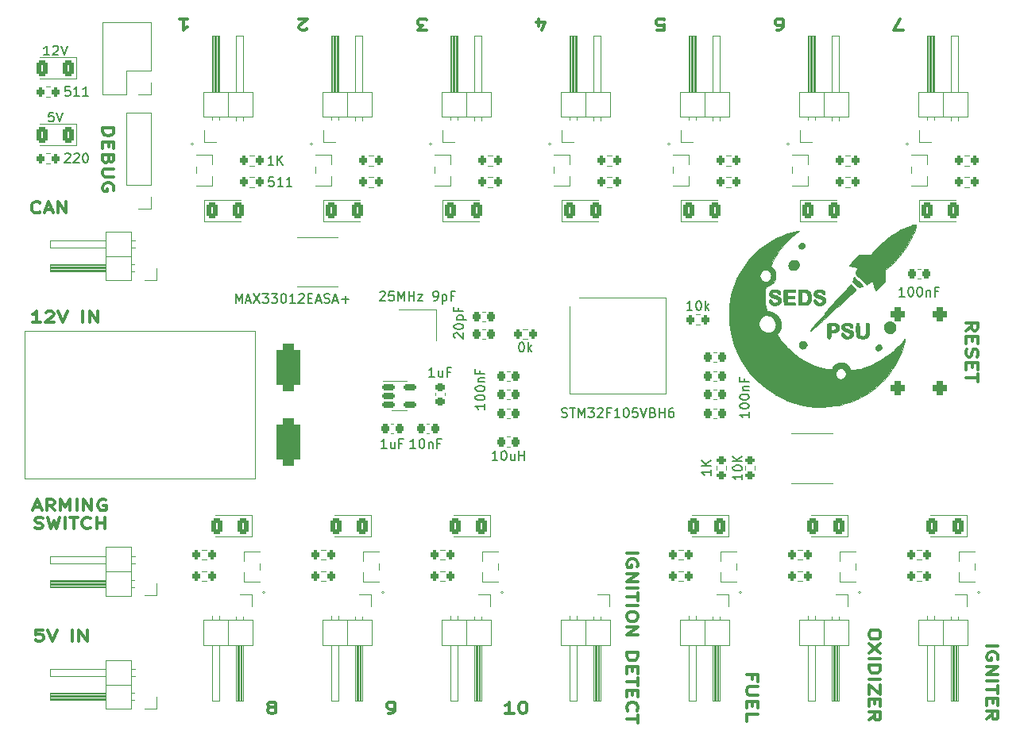
<source format=gbr>
%TF.GenerationSoftware,KiCad,Pcbnew,6.0.0*%
%TF.CreationDate,2022-01-12T20:58:30-05:00*%
%TF.ProjectId,output-board,6f757470-7574-42d6-926f-6172642e6b69,rev?*%
%TF.SameCoordinates,Original*%
%TF.FileFunction,Legend,Top*%
%TF.FilePolarity,Positive*%
%FSLAX46Y46*%
G04 Gerber Fmt 4.6, Leading zero omitted, Abs format (unit mm)*
G04 Created by KiCad (PCBNEW 6.0.0) date 2022-01-12 20:58:30*
%MOMM*%
%LPD*%
G01*
G04 APERTURE LIST*
G04 Aperture macros list*
%AMRoundRect*
0 Rectangle with rounded corners*
0 $1 Rounding radius*
0 $2 $3 $4 $5 $6 $7 $8 $9 X,Y pos of 4 corners*
0 Add a 4 corners polygon primitive as box body*
4,1,4,$2,$3,$4,$5,$6,$7,$8,$9,$2,$3,0*
0 Add four circle primitives for the rounded corners*
1,1,$1+$1,$2,$3*
1,1,$1+$1,$4,$5*
1,1,$1+$1,$6,$7*
1,1,$1+$1,$8,$9*
0 Add four rect primitives between the rounded corners*
20,1,$1+$1,$2,$3,$4,$5,0*
20,1,$1+$1,$4,$5,$6,$7,0*
20,1,$1+$1,$6,$7,$8,$9,0*
20,1,$1+$1,$8,$9,$2,$3,0*%
G04 Aperture macros list end*
%ADD10C,0.300000*%
%ADD11C,0.150000*%
%ADD12C,0.120000*%
%ADD13C,0.010000*%
%ADD14RoundRect,0.250000X-0.375000X-0.625000X0.375000X-0.625000X0.375000X0.625000X-0.375000X0.625000X0*%
%ADD15R,0.863600X0.558800*%
%ADD16RoundRect,0.200000X-0.200000X-0.275000X0.200000X-0.275000X0.200000X0.275000X-0.200000X0.275000X0*%
%ADD17R,1.700000X1.700000*%
%ADD18O,1.700000X1.700000*%
%ADD19RoundRect,0.225000X-0.250000X0.225000X-0.250000X-0.225000X0.250000X-0.225000X0.250000X0.225000X0*%
%ADD20RoundRect,0.225000X0.225000X0.250000X-0.225000X0.250000X-0.225000X-0.250000X0.225000X-0.250000X0*%
%ADD21RoundRect,0.225000X-0.225000X-0.250000X0.225000X-0.250000X0.225000X0.250000X-0.225000X0.250000X0*%
%ADD22RoundRect,0.250000X0.375000X0.625000X-0.375000X0.625000X-0.375000X-0.625000X0.375000X-0.625000X0*%
%ADD23RoundRect,0.150000X-0.512500X-0.150000X0.512500X-0.150000X0.512500X0.150000X-0.512500X0.150000X0*%
%ADD24RoundRect,0.200000X0.200000X0.275000X-0.200000X0.275000X-0.200000X-0.275000X0.200000X-0.275000X0*%
%ADD25R,1.400000X1.200000*%
%ADD26RoundRect,0.200000X0.275000X-0.200000X0.275000X0.200000X-0.275000X0.200000X-0.275000X-0.200000X0*%
%ADD27RoundRect,0.218750X0.218750X0.256250X-0.218750X0.256250X-0.218750X-0.256250X0.218750X-0.256250X0*%
%ADD28RoundRect,0.375000X0.375000X-0.375000X0.375000X0.375000X-0.375000X0.375000X-0.375000X-0.375000X0*%
%ADD29C,0.500000*%
%ADD30RoundRect,0.625000X0.625000X-1.875000X0.625000X1.875000X-0.625000X1.875000X-0.625000X-1.875000X0*%
%ADD31R,1.549400X0.558800*%
%ADD32R,4.902200X4.470400*%
%ADD33R,1.981200X0.540800*%
G04 APERTURE END LIST*
D10*
X82264285Y-31626142D02*
X82264285Y-30826142D01*
X82621428Y-32083285D02*
X82978571Y-31226142D01*
X82050000Y-31226142D01*
X29419800Y-96015257D02*
X28705514Y-96015257D01*
X28634085Y-96586685D01*
X28705514Y-96529542D01*
X28848371Y-96472400D01*
X29205514Y-96472400D01*
X29348371Y-96529542D01*
X29419800Y-96586685D01*
X29491228Y-96700971D01*
X29491228Y-96986685D01*
X29419800Y-97100971D01*
X29348371Y-97158114D01*
X29205514Y-97215257D01*
X28848371Y-97215257D01*
X28705514Y-97158114D01*
X28634085Y-97100971D01*
X29919800Y-96015257D02*
X30419800Y-97215257D01*
X30919800Y-96015257D01*
X32562657Y-97215257D02*
X32562657Y-96015257D01*
X33276942Y-97215257D02*
X33276942Y-96015257D01*
X34134085Y-97215257D01*
X34134085Y-96015257D01*
X28477057Y-82952400D02*
X29191342Y-82952400D01*
X28334200Y-83295257D02*
X28834200Y-82095257D01*
X29334200Y-83295257D01*
X30691342Y-83295257D02*
X30191342Y-82723828D01*
X29834200Y-83295257D02*
X29834200Y-82095257D01*
X30405628Y-82095257D01*
X30548485Y-82152400D01*
X30619914Y-82209542D01*
X30691342Y-82323828D01*
X30691342Y-82495257D01*
X30619914Y-82609542D01*
X30548485Y-82666685D01*
X30405628Y-82723828D01*
X29834200Y-82723828D01*
X31334200Y-83295257D02*
X31334200Y-82095257D01*
X31834200Y-82952400D01*
X32334200Y-82095257D01*
X32334200Y-83295257D01*
X33048485Y-83295257D02*
X33048485Y-82095257D01*
X33762771Y-83295257D02*
X33762771Y-82095257D01*
X34619914Y-83295257D01*
X34619914Y-82095257D01*
X36119914Y-82152400D02*
X35977057Y-82095257D01*
X35762771Y-82095257D01*
X35548485Y-82152400D01*
X35405628Y-82266685D01*
X35334200Y-82380971D01*
X35262771Y-82609542D01*
X35262771Y-82780971D01*
X35334200Y-83009542D01*
X35405628Y-83123828D01*
X35548485Y-83238114D01*
X35762771Y-83295257D01*
X35905628Y-83295257D01*
X36119914Y-83238114D01*
X36191342Y-83180971D01*
X36191342Y-82780971D01*
X35905628Y-82780971D01*
X28584200Y-85170114D02*
X28798485Y-85227257D01*
X29155628Y-85227257D01*
X29298485Y-85170114D01*
X29369914Y-85112971D01*
X29441342Y-84998685D01*
X29441342Y-84884400D01*
X29369914Y-84770114D01*
X29298485Y-84712971D01*
X29155628Y-84655828D01*
X28869914Y-84598685D01*
X28727057Y-84541542D01*
X28655628Y-84484400D01*
X28584200Y-84370114D01*
X28584200Y-84255828D01*
X28655628Y-84141542D01*
X28727057Y-84084400D01*
X28869914Y-84027257D01*
X29227057Y-84027257D01*
X29441342Y-84084400D01*
X29941342Y-84027257D02*
X30298485Y-85227257D01*
X30584200Y-84370114D01*
X30869914Y-85227257D01*
X31227057Y-84027257D01*
X31798485Y-85227257D02*
X31798485Y-84027257D01*
X32298485Y-84027257D02*
X33155628Y-84027257D01*
X32727057Y-85227257D02*
X32727057Y-84027257D01*
X34512771Y-85112971D02*
X34441342Y-85170114D01*
X34227057Y-85227257D01*
X34084200Y-85227257D01*
X33869914Y-85170114D01*
X33727057Y-85055828D01*
X33655628Y-84941542D01*
X33584200Y-84712971D01*
X33584200Y-84541542D01*
X33655628Y-84312971D01*
X33727057Y-84198685D01*
X33869914Y-84084400D01*
X34084200Y-84027257D01*
X34227057Y-84027257D01*
X34441342Y-84084400D01*
X34512771Y-84141542D01*
X35155628Y-85227257D02*
X35155628Y-84027257D01*
X35155628Y-84598685D02*
X36012771Y-84598685D01*
X36012771Y-85227257D02*
X36012771Y-84027257D01*
X53705142Y-104251142D02*
X53562285Y-104194000D01*
X53490857Y-104136857D01*
X53419428Y-104022571D01*
X53419428Y-103965428D01*
X53490857Y-103851142D01*
X53562285Y-103794000D01*
X53705142Y-103736857D01*
X53990857Y-103736857D01*
X54133714Y-103794000D01*
X54205142Y-103851142D01*
X54276571Y-103965428D01*
X54276571Y-104022571D01*
X54205142Y-104136857D01*
X54133714Y-104194000D01*
X53990857Y-104251142D01*
X53705142Y-104251142D01*
X53562285Y-104308285D01*
X53490857Y-104365428D01*
X53419428Y-104479714D01*
X53419428Y-104708285D01*
X53490857Y-104822571D01*
X53562285Y-104879714D01*
X53705142Y-104936857D01*
X53990857Y-104936857D01*
X54133714Y-104879714D01*
X54205142Y-104822571D01*
X54276571Y-104708285D01*
X54276571Y-104479714D01*
X54205142Y-104365428D01*
X54133714Y-104308285D01*
X53990857Y-104251142D01*
X91659142Y-87809714D02*
X92859142Y-87809714D01*
X92802000Y-89309714D02*
X92859142Y-89166857D01*
X92859142Y-88952571D01*
X92802000Y-88738285D01*
X92687714Y-88595428D01*
X92573428Y-88524000D01*
X92344857Y-88452571D01*
X92173428Y-88452571D01*
X91944857Y-88524000D01*
X91830571Y-88595428D01*
X91716285Y-88738285D01*
X91659142Y-88952571D01*
X91659142Y-89095428D01*
X91716285Y-89309714D01*
X91773428Y-89381142D01*
X92173428Y-89381142D01*
X92173428Y-89095428D01*
X91659142Y-90024000D02*
X92859142Y-90024000D01*
X91659142Y-90881142D01*
X92859142Y-90881142D01*
X91659142Y-91595428D02*
X92859142Y-91595428D01*
X92859142Y-92095428D02*
X92859142Y-92952571D01*
X91659142Y-92524000D02*
X92859142Y-92524000D01*
X91659142Y-93452571D02*
X92859142Y-93452571D01*
X92859142Y-94452571D02*
X92859142Y-94738285D01*
X92802000Y-94881142D01*
X92687714Y-95024000D01*
X92459142Y-95095428D01*
X92059142Y-95095428D01*
X91830571Y-95024000D01*
X91716285Y-94881142D01*
X91659142Y-94738285D01*
X91659142Y-94452571D01*
X91716285Y-94309714D01*
X91830571Y-94166857D01*
X92059142Y-94095428D01*
X92459142Y-94095428D01*
X92687714Y-94166857D01*
X92802000Y-94309714D01*
X92859142Y-94452571D01*
X91659142Y-95738285D02*
X92859142Y-95738285D01*
X91659142Y-96595428D01*
X92859142Y-96595428D01*
X91659142Y-98452571D02*
X92859142Y-98452571D01*
X92859142Y-98809714D01*
X92802000Y-99024000D01*
X92687714Y-99166857D01*
X92573428Y-99238285D01*
X92344857Y-99309714D01*
X92173428Y-99309714D01*
X91944857Y-99238285D01*
X91830571Y-99166857D01*
X91716285Y-99024000D01*
X91659142Y-98809714D01*
X91659142Y-98452571D01*
X92287714Y-99952571D02*
X92287714Y-100452571D01*
X91659142Y-100666857D02*
X91659142Y-99952571D01*
X92859142Y-99952571D01*
X92859142Y-100666857D01*
X92859142Y-101095428D02*
X92859142Y-101952571D01*
X91659142Y-101524000D02*
X92859142Y-101524000D01*
X92287714Y-102452571D02*
X92287714Y-102952571D01*
X91659142Y-103166857D02*
X91659142Y-102452571D01*
X92859142Y-102452571D01*
X92859142Y-103166857D01*
X91773428Y-104666857D02*
X91716285Y-104595428D01*
X91659142Y-104381142D01*
X91659142Y-104238285D01*
X91716285Y-104024000D01*
X91830571Y-103881142D01*
X91944857Y-103809714D01*
X92173428Y-103738285D01*
X92344857Y-103738285D01*
X92573428Y-103809714D01*
X92687714Y-103881142D01*
X92802000Y-104024000D01*
X92859142Y-104238285D01*
X92859142Y-104381142D01*
X92802000Y-104595428D01*
X92744857Y-104666857D01*
X92859142Y-105095428D02*
X92859142Y-105952571D01*
X91659142Y-105524000D02*
X92859142Y-105524000D01*
X121150000Y-32026142D02*
X120150000Y-32026142D01*
X120792857Y-30826142D01*
X29134714Y-51431771D02*
X29063285Y-51488914D01*
X28849000Y-51546057D01*
X28706142Y-51546057D01*
X28491857Y-51488914D01*
X28349000Y-51374628D01*
X28277571Y-51260342D01*
X28206142Y-51031771D01*
X28206142Y-50860342D01*
X28277571Y-50631771D01*
X28349000Y-50517485D01*
X28491857Y-50403200D01*
X28706142Y-50346057D01*
X28849000Y-50346057D01*
X29063285Y-50403200D01*
X29134714Y-50460342D01*
X29706142Y-51203200D02*
X30420428Y-51203200D01*
X29563285Y-51546057D02*
X30063285Y-50346057D01*
X30563285Y-51546057D01*
X31063285Y-51546057D02*
X31063285Y-50346057D01*
X31920428Y-51546057D01*
X31920428Y-50346057D01*
X29183342Y-63230057D02*
X28326200Y-63230057D01*
X28754771Y-63230057D02*
X28754771Y-62030057D01*
X28611914Y-62201485D01*
X28469057Y-62315771D01*
X28326200Y-62372914D01*
X29754771Y-62144342D02*
X29826200Y-62087200D01*
X29969057Y-62030057D01*
X30326200Y-62030057D01*
X30469057Y-62087200D01*
X30540485Y-62144342D01*
X30611914Y-62258628D01*
X30611914Y-62372914D01*
X30540485Y-62544342D01*
X29683342Y-63230057D01*
X30611914Y-63230057D01*
X31040485Y-62030057D02*
X31540485Y-63230057D01*
X32040485Y-62030057D01*
X33683342Y-63230057D02*
X33683342Y-62030057D01*
X34397628Y-63230057D02*
X34397628Y-62030057D01*
X35254771Y-63230057D01*
X35254771Y-62030057D01*
X35804542Y-42464457D02*
X37004542Y-42464457D01*
X37004542Y-42821600D01*
X36947400Y-43035885D01*
X36833114Y-43178742D01*
X36718828Y-43250171D01*
X36490257Y-43321600D01*
X36318828Y-43321600D01*
X36090257Y-43250171D01*
X35975971Y-43178742D01*
X35861685Y-43035885D01*
X35804542Y-42821600D01*
X35804542Y-42464457D01*
X36433114Y-43964457D02*
X36433114Y-44464457D01*
X35804542Y-44678742D02*
X35804542Y-43964457D01*
X37004542Y-43964457D01*
X37004542Y-44678742D01*
X36433114Y-45821600D02*
X36375971Y-46035885D01*
X36318828Y-46107314D01*
X36204542Y-46178742D01*
X36033114Y-46178742D01*
X35918828Y-46107314D01*
X35861685Y-46035885D01*
X35804542Y-45893028D01*
X35804542Y-45321600D01*
X37004542Y-45321600D01*
X37004542Y-45821600D01*
X36947400Y-45964457D01*
X36890257Y-46035885D01*
X36775971Y-46107314D01*
X36661685Y-46107314D01*
X36547400Y-46035885D01*
X36490257Y-45964457D01*
X36433114Y-45821600D01*
X36433114Y-45321600D01*
X37004542Y-46821600D02*
X36033114Y-46821600D01*
X35918828Y-46893028D01*
X35861685Y-46964457D01*
X35804542Y-47107314D01*
X35804542Y-47393028D01*
X35861685Y-47535885D01*
X35918828Y-47607314D01*
X36033114Y-47678742D01*
X37004542Y-47678742D01*
X36947400Y-49178742D02*
X37004542Y-49035885D01*
X37004542Y-48821600D01*
X36947400Y-48607314D01*
X36833114Y-48464457D01*
X36718828Y-48393028D01*
X36490257Y-48321600D01*
X36318828Y-48321600D01*
X36090257Y-48393028D01*
X35975971Y-48464457D01*
X35861685Y-48607314D01*
X35804542Y-48821600D01*
X35804542Y-48964457D01*
X35861685Y-49178742D01*
X35918828Y-49250171D01*
X36318828Y-49250171D01*
X36318828Y-48964457D01*
X127854142Y-64115428D02*
X128425571Y-63615428D01*
X127854142Y-63258285D02*
X129054142Y-63258285D01*
X129054142Y-63829714D01*
X128997000Y-63972571D01*
X128939857Y-64044000D01*
X128825571Y-64115428D01*
X128654142Y-64115428D01*
X128539857Y-64044000D01*
X128482714Y-63972571D01*
X128425571Y-63829714D01*
X128425571Y-63258285D01*
X128482714Y-64758285D02*
X128482714Y-65258285D01*
X127854142Y-65472571D02*
X127854142Y-64758285D01*
X129054142Y-64758285D01*
X129054142Y-65472571D01*
X127911285Y-66044000D02*
X127854142Y-66258285D01*
X127854142Y-66615428D01*
X127911285Y-66758285D01*
X127968428Y-66829714D01*
X128082714Y-66901142D01*
X128197000Y-66901142D01*
X128311285Y-66829714D01*
X128368428Y-66758285D01*
X128425571Y-66615428D01*
X128482714Y-66329714D01*
X128539857Y-66186857D01*
X128597000Y-66115428D01*
X128711285Y-66044000D01*
X128825571Y-66044000D01*
X128939857Y-66115428D01*
X128997000Y-66186857D01*
X129054142Y-66329714D01*
X129054142Y-66686857D01*
X128997000Y-66901142D01*
X128482714Y-67544000D02*
X128482714Y-68044000D01*
X127854142Y-68258285D02*
X127854142Y-67544000D01*
X129054142Y-67544000D01*
X129054142Y-68258285D01*
X129054142Y-68686857D02*
X129054142Y-69544000D01*
X127854142Y-69115428D02*
X129054142Y-69115428D01*
X130038542Y-97707142D02*
X131238542Y-97707142D01*
X131181400Y-99207142D02*
X131238542Y-99064285D01*
X131238542Y-98850000D01*
X131181400Y-98635714D01*
X131067114Y-98492857D01*
X130952828Y-98421428D01*
X130724257Y-98350000D01*
X130552828Y-98350000D01*
X130324257Y-98421428D01*
X130209971Y-98492857D01*
X130095685Y-98635714D01*
X130038542Y-98850000D01*
X130038542Y-98992857D01*
X130095685Y-99207142D01*
X130152828Y-99278571D01*
X130552828Y-99278571D01*
X130552828Y-98992857D01*
X130038542Y-99921428D02*
X131238542Y-99921428D01*
X130038542Y-100778571D01*
X131238542Y-100778571D01*
X130038542Y-101492857D02*
X131238542Y-101492857D01*
X131238542Y-101992857D02*
X131238542Y-102850000D01*
X130038542Y-102421428D02*
X131238542Y-102421428D01*
X130667114Y-103350000D02*
X130667114Y-103850000D01*
X130038542Y-104064285D02*
X130038542Y-103350000D01*
X131238542Y-103350000D01*
X131238542Y-104064285D01*
X130038542Y-105564285D02*
X130609971Y-105064285D01*
X130038542Y-104707142D02*
X131238542Y-104707142D01*
X131238542Y-105278571D01*
X131181400Y-105421428D01*
X131124257Y-105492857D01*
X131009971Y-105564285D01*
X130838542Y-105564285D01*
X130724257Y-105492857D01*
X130667114Y-105421428D01*
X130609971Y-105278571D01*
X130609971Y-104707142D01*
X66262285Y-104936857D02*
X66548000Y-104936857D01*
X66690857Y-104879714D01*
X66762285Y-104822571D01*
X66905142Y-104651142D01*
X66976571Y-104422571D01*
X66976571Y-103965428D01*
X66905142Y-103851142D01*
X66833714Y-103794000D01*
X66690857Y-103736857D01*
X66405142Y-103736857D01*
X66262285Y-103794000D01*
X66190857Y-103851142D01*
X66119428Y-103965428D01*
X66119428Y-104251142D01*
X66190857Y-104365428D01*
X66262285Y-104422571D01*
X66405142Y-104479714D01*
X66690857Y-104479714D01*
X66833714Y-104422571D01*
X66905142Y-104365428D01*
X66976571Y-104251142D01*
X94892857Y-32026142D02*
X95607142Y-32026142D01*
X95678571Y-31454714D01*
X95607142Y-31511857D01*
X95464285Y-31569000D01*
X95107142Y-31569000D01*
X94964285Y-31511857D01*
X94892857Y-31454714D01*
X94821428Y-31340428D01*
X94821428Y-31054714D01*
X94892857Y-30940428D01*
X94964285Y-30883285D01*
X95107142Y-30826142D01*
X95464285Y-30826142D01*
X95607142Y-30883285D01*
X95678571Y-30940428D01*
X107664285Y-32026142D02*
X107950000Y-32026142D01*
X108092857Y-31969000D01*
X108164285Y-31911857D01*
X108307142Y-31740428D01*
X108378571Y-31511857D01*
X108378571Y-31054714D01*
X108307142Y-30940428D01*
X108235714Y-30883285D01*
X108092857Y-30826142D01*
X107807142Y-30826142D01*
X107664285Y-30883285D01*
X107592857Y-30940428D01*
X107521428Y-31054714D01*
X107521428Y-31340428D01*
X107592857Y-31454714D01*
X107664285Y-31511857D01*
X107807142Y-31569000D01*
X108092857Y-31569000D01*
X108235714Y-31511857D01*
X108307142Y-31454714D01*
X108378571Y-31340428D01*
X105063914Y-101317657D02*
X105063914Y-100817657D01*
X104435342Y-100817657D02*
X105635342Y-100817657D01*
X105635342Y-101531942D01*
X105635342Y-102103371D02*
X104663914Y-102103371D01*
X104549628Y-102174800D01*
X104492485Y-102246228D01*
X104435342Y-102389085D01*
X104435342Y-102674800D01*
X104492485Y-102817657D01*
X104549628Y-102889085D01*
X104663914Y-102960514D01*
X105635342Y-102960514D01*
X105063914Y-103674800D02*
X105063914Y-104174800D01*
X104435342Y-104389085D02*
X104435342Y-103674800D01*
X105635342Y-103674800D01*
X105635342Y-104389085D01*
X104435342Y-105746228D02*
X104435342Y-105031942D01*
X105635342Y-105031942D01*
X44021428Y-30826142D02*
X44878571Y-30826142D01*
X44450000Y-30826142D02*
X44450000Y-32026142D01*
X44592857Y-31854714D01*
X44735714Y-31740428D01*
X44878571Y-31683285D01*
X57578571Y-31911857D02*
X57507142Y-31969000D01*
X57364285Y-32026142D01*
X57007142Y-32026142D01*
X56864285Y-31969000D01*
X56792857Y-31911857D01*
X56721428Y-31797571D01*
X56721428Y-31683285D01*
X56792857Y-31511857D01*
X57650000Y-30826142D01*
X56721428Y-30826142D01*
X70350000Y-32026142D02*
X69421428Y-32026142D01*
X69921428Y-31569000D01*
X69707142Y-31569000D01*
X69564285Y-31511857D01*
X69492857Y-31454714D01*
X69421428Y-31340428D01*
X69421428Y-31054714D01*
X69492857Y-30940428D01*
X69564285Y-30883285D01*
X69707142Y-30826142D01*
X70135714Y-30826142D01*
X70278571Y-30883285D01*
X70350000Y-30940428D01*
X118690942Y-96373714D02*
X118690942Y-96659428D01*
X118633800Y-96802285D01*
X118519514Y-96945142D01*
X118290942Y-97016571D01*
X117890942Y-97016571D01*
X117662371Y-96945142D01*
X117548085Y-96802285D01*
X117490942Y-96659428D01*
X117490942Y-96373714D01*
X117548085Y-96230857D01*
X117662371Y-96088000D01*
X117890942Y-96016571D01*
X118290942Y-96016571D01*
X118519514Y-96088000D01*
X118633800Y-96230857D01*
X118690942Y-96373714D01*
X118690942Y-97516571D02*
X117490942Y-98516571D01*
X118690942Y-98516571D02*
X117490942Y-97516571D01*
X117490942Y-99088000D02*
X118690942Y-99088000D01*
X117490942Y-99802285D02*
X118690942Y-99802285D01*
X118690942Y-100159428D01*
X118633800Y-100373714D01*
X118519514Y-100516571D01*
X118405228Y-100588000D01*
X118176657Y-100659428D01*
X118005228Y-100659428D01*
X117776657Y-100588000D01*
X117662371Y-100516571D01*
X117548085Y-100373714D01*
X117490942Y-100159428D01*
X117490942Y-99802285D01*
X117490942Y-101302285D02*
X118690942Y-101302285D01*
X118690942Y-101873714D02*
X118690942Y-102873714D01*
X117490942Y-101873714D01*
X117490942Y-102873714D01*
X118119514Y-103445142D02*
X118119514Y-103945142D01*
X117490942Y-104159428D02*
X117490942Y-103445142D01*
X118690942Y-103445142D01*
X118690942Y-104159428D01*
X117490942Y-105659428D02*
X118062371Y-105159428D01*
X117490942Y-104802285D02*
X118690942Y-104802285D01*
X118690942Y-105373714D01*
X118633800Y-105516571D01*
X118576657Y-105588000D01*
X118462371Y-105659428D01*
X118290942Y-105659428D01*
X118176657Y-105588000D01*
X118119514Y-105516571D01*
X118062371Y-105373714D01*
X118062371Y-104802285D01*
X79597285Y-104936857D02*
X78740142Y-104936857D01*
X79168714Y-104936857D02*
X79168714Y-103736857D01*
X79025857Y-103908285D01*
X78883000Y-104022571D01*
X78740142Y-104079714D01*
X80525857Y-103736857D02*
X80668714Y-103736857D01*
X80811571Y-103794000D01*
X80883000Y-103851142D01*
X80954428Y-103965428D01*
X81025857Y-104194000D01*
X81025857Y-104479714D01*
X80954428Y-104708285D01*
X80883000Y-104822571D01*
X80811571Y-104879714D01*
X80668714Y-104936857D01*
X80525857Y-104936857D01*
X80383000Y-104879714D01*
X80311571Y-104822571D01*
X80240142Y-104708285D01*
X80168714Y-104479714D01*
X80168714Y-104194000D01*
X80240142Y-103965428D01*
X80311571Y-103851142D01*
X80383000Y-103794000D01*
X80525857Y-103736857D01*
D11*
%TO.C,C3*%
X71159761Y-69032380D02*
X70588333Y-69032380D01*
X70874047Y-69032380D02*
X70874047Y-68032380D01*
X70778809Y-68175238D01*
X70683571Y-68270476D01*
X70588333Y-68318095D01*
X72016904Y-68365714D02*
X72016904Y-69032380D01*
X71588333Y-68365714D02*
X71588333Y-68889523D01*
X71635952Y-68984761D01*
X71731190Y-69032380D01*
X71874047Y-69032380D01*
X71969285Y-68984761D01*
X72016904Y-68937142D01*
X72826428Y-68508571D02*
X72493095Y-68508571D01*
X72493095Y-69032380D02*
X72493095Y-68032380D01*
X72969285Y-68032380D01*
%TO.C,R3*%
X80395819Y-65347580D02*
X80491057Y-65347580D01*
X80586295Y-65395200D01*
X80633914Y-65442819D01*
X80681533Y-65538057D01*
X80729152Y-65728533D01*
X80729152Y-65966628D01*
X80681533Y-66157104D01*
X80633914Y-66252342D01*
X80586295Y-66299961D01*
X80491057Y-66347580D01*
X80395819Y-66347580D01*
X80300580Y-66299961D01*
X80252961Y-66252342D01*
X80205342Y-66157104D01*
X80157723Y-65966628D01*
X80157723Y-65728533D01*
X80205342Y-65538057D01*
X80252961Y-65442819D01*
X80300580Y-65395200D01*
X80395819Y-65347580D01*
X81157723Y-66347580D02*
X81157723Y-65347580D01*
X81252961Y-65966628D02*
X81538676Y-66347580D01*
X81538676Y-65680914D02*
X81157723Y-66061866D01*
%TO.C,C9*%
X104702380Y-72797619D02*
X104702380Y-73369047D01*
X104702380Y-73083333D02*
X103702380Y-73083333D01*
X103845238Y-73178571D01*
X103940476Y-73273809D01*
X103988095Y-73369047D01*
X103702380Y-72178571D02*
X103702380Y-72083333D01*
X103750000Y-71988095D01*
X103797619Y-71940476D01*
X103892857Y-71892857D01*
X104083333Y-71845238D01*
X104321428Y-71845238D01*
X104511904Y-71892857D01*
X104607142Y-71940476D01*
X104654761Y-71988095D01*
X104702380Y-72083333D01*
X104702380Y-72178571D01*
X104654761Y-72273809D01*
X104607142Y-72321428D01*
X104511904Y-72369047D01*
X104321428Y-72416666D01*
X104083333Y-72416666D01*
X103892857Y-72369047D01*
X103797619Y-72321428D01*
X103750000Y-72273809D01*
X103702380Y-72178571D01*
X103702380Y-71226190D02*
X103702380Y-71130952D01*
X103750000Y-71035714D01*
X103797619Y-70988095D01*
X103892857Y-70940476D01*
X104083333Y-70892857D01*
X104321428Y-70892857D01*
X104511904Y-70940476D01*
X104607142Y-70988095D01*
X104654761Y-71035714D01*
X104702380Y-71130952D01*
X104702380Y-71226190D01*
X104654761Y-71321428D01*
X104607142Y-71369047D01*
X104511904Y-71416666D01*
X104321428Y-71464285D01*
X104083333Y-71464285D01*
X103892857Y-71416666D01*
X103797619Y-71369047D01*
X103750000Y-71321428D01*
X103702380Y-71226190D01*
X104035714Y-70464285D02*
X104702380Y-70464285D01*
X104130952Y-70464285D02*
X104083333Y-70416666D01*
X104035714Y-70321428D01*
X104035714Y-70178571D01*
X104083333Y-70083333D01*
X104178571Y-70035714D01*
X104702380Y-70035714D01*
X104178571Y-69226190D02*
X104178571Y-69559523D01*
X104702380Y-69559523D02*
X103702380Y-69559523D01*
X103702380Y-69083333D01*
%TO.C,C11*%
X73334619Y-64888857D02*
X73287000Y-64841238D01*
X73239380Y-64746000D01*
X73239380Y-64507904D01*
X73287000Y-64412666D01*
X73334619Y-64365047D01*
X73429857Y-64317428D01*
X73525095Y-64317428D01*
X73667952Y-64365047D01*
X74239380Y-64936476D01*
X74239380Y-64317428D01*
X73239380Y-63698380D02*
X73239380Y-63603142D01*
X73287000Y-63507904D01*
X73334619Y-63460285D01*
X73429857Y-63412666D01*
X73620333Y-63365047D01*
X73858428Y-63365047D01*
X74048904Y-63412666D01*
X74144142Y-63460285D01*
X74191761Y-63507904D01*
X74239380Y-63603142D01*
X74239380Y-63698380D01*
X74191761Y-63793619D01*
X74144142Y-63841238D01*
X74048904Y-63888857D01*
X73858428Y-63936476D01*
X73620333Y-63936476D01*
X73429857Y-63888857D01*
X73334619Y-63841238D01*
X73287000Y-63793619D01*
X73239380Y-63698380D01*
X73572714Y-62936476D02*
X74572714Y-62936476D01*
X73620333Y-62936476D02*
X73572714Y-62841238D01*
X73572714Y-62650761D01*
X73620333Y-62555523D01*
X73667952Y-62507904D01*
X73763190Y-62460285D01*
X74048904Y-62460285D01*
X74144142Y-62507904D01*
X74191761Y-62555523D01*
X74239380Y-62650761D01*
X74239380Y-62841238D01*
X74191761Y-62936476D01*
X73715571Y-61698380D02*
X73715571Y-62031714D01*
X74239380Y-62031714D02*
X73239380Y-62031714D01*
X73239380Y-61555523D01*
%TO.C,Y1*%
X65342000Y-59999619D02*
X65389619Y-59952000D01*
X65484857Y-59904380D01*
X65722952Y-59904380D01*
X65818190Y-59952000D01*
X65865809Y-59999619D01*
X65913428Y-60094857D01*
X65913428Y-60190095D01*
X65865809Y-60332952D01*
X65294380Y-60904380D01*
X65913428Y-60904380D01*
X66818190Y-59904380D02*
X66342000Y-59904380D01*
X66294380Y-60380571D01*
X66342000Y-60332952D01*
X66437238Y-60285333D01*
X66675333Y-60285333D01*
X66770571Y-60332952D01*
X66818190Y-60380571D01*
X66865809Y-60475809D01*
X66865809Y-60713904D01*
X66818190Y-60809142D01*
X66770571Y-60856761D01*
X66675333Y-60904380D01*
X66437238Y-60904380D01*
X66342000Y-60856761D01*
X66294380Y-60809142D01*
X67294380Y-60904380D02*
X67294380Y-59904380D01*
X67627714Y-60618666D01*
X67961047Y-59904380D01*
X67961047Y-60904380D01*
X68437238Y-60904380D02*
X68437238Y-59904380D01*
X68437238Y-60380571D02*
X69008666Y-60380571D01*
X69008666Y-60904380D02*
X69008666Y-59904380D01*
X69389619Y-60237714D02*
X69913428Y-60237714D01*
X69389619Y-60904380D01*
X69913428Y-60904380D01*
X71103904Y-60904380D02*
X71294380Y-60904380D01*
X71389619Y-60856761D01*
X71437238Y-60809142D01*
X71532476Y-60666285D01*
X71580095Y-60475809D01*
X71580095Y-60094857D01*
X71532476Y-59999619D01*
X71484857Y-59952000D01*
X71389619Y-59904380D01*
X71199142Y-59904380D01*
X71103904Y-59952000D01*
X71056285Y-59999619D01*
X71008666Y-60094857D01*
X71008666Y-60332952D01*
X71056285Y-60428190D01*
X71103904Y-60475809D01*
X71199142Y-60523428D01*
X71389619Y-60523428D01*
X71484857Y-60475809D01*
X71532476Y-60428190D01*
X71580095Y-60332952D01*
X72008666Y-60237714D02*
X72008666Y-61237714D01*
X72008666Y-60285333D02*
X72103904Y-60237714D01*
X72294380Y-60237714D01*
X72389619Y-60285333D01*
X72437238Y-60332952D01*
X72484857Y-60428190D01*
X72484857Y-60713904D01*
X72437238Y-60809142D01*
X72389619Y-60856761D01*
X72294380Y-60904380D01*
X72103904Y-60904380D01*
X72008666Y-60856761D01*
X73246761Y-60380571D02*
X72913428Y-60380571D01*
X72913428Y-60904380D02*
X72913428Y-59904380D01*
X73389619Y-59904380D01*
%TO.C,C4*%
X76525380Y-71905619D02*
X76525380Y-72477047D01*
X76525380Y-72191333D02*
X75525380Y-72191333D01*
X75668238Y-72286571D01*
X75763476Y-72381809D01*
X75811095Y-72477047D01*
X75525380Y-71286571D02*
X75525380Y-71191333D01*
X75573000Y-71096095D01*
X75620619Y-71048476D01*
X75715857Y-71000857D01*
X75906333Y-70953238D01*
X76144428Y-70953238D01*
X76334904Y-71000857D01*
X76430142Y-71048476D01*
X76477761Y-71096095D01*
X76525380Y-71191333D01*
X76525380Y-71286571D01*
X76477761Y-71381809D01*
X76430142Y-71429428D01*
X76334904Y-71477047D01*
X76144428Y-71524666D01*
X75906333Y-71524666D01*
X75715857Y-71477047D01*
X75620619Y-71429428D01*
X75573000Y-71381809D01*
X75525380Y-71286571D01*
X75525380Y-70334190D02*
X75525380Y-70238952D01*
X75573000Y-70143714D01*
X75620619Y-70096095D01*
X75715857Y-70048476D01*
X75906333Y-70000857D01*
X76144428Y-70000857D01*
X76334904Y-70048476D01*
X76430142Y-70096095D01*
X76477761Y-70143714D01*
X76525380Y-70238952D01*
X76525380Y-70334190D01*
X76477761Y-70429428D01*
X76430142Y-70477047D01*
X76334904Y-70524666D01*
X76144428Y-70572285D01*
X75906333Y-70572285D01*
X75715857Y-70524666D01*
X75620619Y-70477047D01*
X75573000Y-70429428D01*
X75525380Y-70334190D01*
X75858714Y-69572285D02*
X76525380Y-69572285D01*
X75953952Y-69572285D02*
X75906333Y-69524666D01*
X75858714Y-69429428D01*
X75858714Y-69286571D01*
X75906333Y-69191333D01*
X76001571Y-69143714D01*
X76525380Y-69143714D01*
X76001571Y-68334190D02*
X76001571Y-68667523D01*
X76525380Y-68667523D02*
X75525380Y-68667523D01*
X75525380Y-68191333D01*
%TO.C,R12*%
X100655380Y-78954285D02*
X100655380Y-79525714D01*
X100655380Y-79240000D02*
X99655380Y-79240000D01*
X99798238Y-79335238D01*
X99893476Y-79430476D01*
X99941095Y-79525714D01*
X100655380Y-78525714D02*
X99655380Y-78525714D01*
X100655380Y-77954285D02*
X100083952Y-78382857D01*
X99655380Y-77954285D02*
X100226809Y-78525714D01*
%TO.C,C1*%
X66068761Y-76652380D02*
X65497333Y-76652380D01*
X65783047Y-76652380D02*
X65783047Y-75652380D01*
X65687809Y-75795238D01*
X65592571Y-75890476D01*
X65497333Y-75938095D01*
X66925904Y-75985714D02*
X66925904Y-76652380D01*
X66497333Y-75985714D02*
X66497333Y-76509523D01*
X66544952Y-76604761D01*
X66640190Y-76652380D01*
X66783047Y-76652380D01*
X66878285Y-76604761D01*
X66925904Y-76557142D01*
X67735428Y-76128571D02*
X67402095Y-76128571D01*
X67402095Y-76652380D02*
X67402095Y-75652380D01*
X67878285Y-75652380D01*
%TO.C,L1*%
X77892333Y-77922380D02*
X77320904Y-77922380D01*
X77606619Y-77922380D02*
X77606619Y-76922380D01*
X77511380Y-77065238D01*
X77416142Y-77160476D01*
X77320904Y-77208095D01*
X78511380Y-76922380D02*
X78606619Y-76922380D01*
X78701857Y-76970000D01*
X78749476Y-77017619D01*
X78797095Y-77112857D01*
X78844714Y-77303333D01*
X78844714Y-77541428D01*
X78797095Y-77731904D01*
X78749476Y-77827142D01*
X78701857Y-77874761D01*
X78606619Y-77922380D01*
X78511380Y-77922380D01*
X78416142Y-77874761D01*
X78368523Y-77827142D01*
X78320904Y-77731904D01*
X78273285Y-77541428D01*
X78273285Y-77303333D01*
X78320904Y-77112857D01*
X78368523Y-77017619D01*
X78416142Y-76970000D01*
X78511380Y-76922380D01*
X79701857Y-77255714D02*
X79701857Y-77922380D01*
X79273285Y-77255714D02*
X79273285Y-77779523D01*
X79320904Y-77874761D01*
X79416142Y-77922380D01*
X79559000Y-77922380D01*
X79654238Y-77874761D01*
X79701857Y-77827142D01*
X80178047Y-77922380D02*
X80178047Y-76922380D01*
X80178047Y-77398571D02*
X80749476Y-77398571D01*
X80749476Y-77922380D02*
X80749476Y-76922380D01*
%TO.C,R2*%
X54022714Y-47712380D02*
X53546523Y-47712380D01*
X53498904Y-48188571D01*
X53546523Y-48140952D01*
X53641761Y-48093333D01*
X53879857Y-48093333D01*
X53975095Y-48140952D01*
X54022714Y-48188571D01*
X54070333Y-48283809D01*
X54070333Y-48521904D01*
X54022714Y-48617142D01*
X53975095Y-48664761D01*
X53879857Y-48712380D01*
X53641761Y-48712380D01*
X53546523Y-48664761D01*
X53498904Y-48617142D01*
X55022714Y-48712380D02*
X54451285Y-48712380D01*
X54737000Y-48712380D02*
X54737000Y-47712380D01*
X54641761Y-47855238D01*
X54546523Y-47950476D01*
X54451285Y-47998095D01*
X55975095Y-48712380D02*
X55403666Y-48712380D01*
X55689380Y-48712380D02*
X55689380Y-47712380D01*
X55594142Y-47855238D01*
X55498904Y-47950476D01*
X55403666Y-47998095D01*
%TO.C,C2*%
X69159571Y-76652380D02*
X68588142Y-76652380D01*
X68873857Y-76652380D02*
X68873857Y-75652380D01*
X68778619Y-75795238D01*
X68683380Y-75890476D01*
X68588142Y-75938095D01*
X69778619Y-75652380D02*
X69873857Y-75652380D01*
X69969095Y-75700000D01*
X70016714Y-75747619D01*
X70064333Y-75842857D01*
X70111952Y-76033333D01*
X70111952Y-76271428D01*
X70064333Y-76461904D01*
X70016714Y-76557142D01*
X69969095Y-76604761D01*
X69873857Y-76652380D01*
X69778619Y-76652380D01*
X69683380Y-76604761D01*
X69635761Y-76557142D01*
X69588142Y-76461904D01*
X69540523Y-76271428D01*
X69540523Y-76033333D01*
X69588142Y-75842857D01*
X69635761Y-75747619D01*
X69683380Y-75700000D01*
X69778619Y-75652380D01*
X70540523Y-75985714D02*
X70540523Y-76652380D01*
X70540523Y-76080952D02*
X70588142Y-76033333D01*
X70683380Y-75985714D01*
X70826238Y-75985714D01*
X70921476Y-76033333D01*
X70969095Y-76128571D01*
X70969095Y-76652380D01*
X71778619Y-76128571D02*
X71445285Y-76128571D01*
X71445285Y-76652380D02*
X71445285Y-75652380D01*
X71921476Y-75652380D01*
%TO.C,U3*%
X84731609Y-73302761D02*
X84874466Y-73350380D01*
X85112561Y-73350380D01*
X85207800Y-73302761D01*
X85255419Y-73255142D01*
X85303038Y-73159904D01*
X85303038Y-73064666D01*
X85255419Y-72969428D01*
X85207800Y-72921809D01*
X85112561Y-72874190D01*
X84922085Y-72826571D01*
X84826847Y-72778952D01*
X84779228Y-72731333D01*
X84731609Y-72636095D01*
X84731609Y-72540857D01*
X84779228Y-72445619D01*
X84826847Y-72398000D01*
X84922085Y-72350380D01*
X85160180Y-72350380D01*
X85303038Y-72398000D01*
X85588752Y-72350380D02*
X86160180Y-72350380D01*
X85874466Y-73350380D02*
X85874466Y-72350380D01*
X86493514Y-73350380D02*
X86493514Y-72350380D01*
X86826847Y-73064666D01*
X87160180Y-72350380D01*
X87160180Y-73350380D01*
X87541133Y-72350380D02*
X88160180Y-72350380D01*
X87826847Y-72731333D01*
X87969704Y-72731333D01*
X88064942Y-72778952D01*
X88112561Y-72826571D01*
X88160180Y-72921809D01*
X88160180Y-73159904D01*
X88112561Y-73255142D01*
X88064942Y-73302761D01*
X87969704Y-73350380D01*
X87683990Y-73350380D01*
X87588752Y-73302761D01*
X87541133Y-73255142D01*
X88541133Y-72445619D02*
X88588752Y-72398000D01*
X88683990Y-72350380D01*
X88922085Y-72350380D01*
X89017323Y-72398000D01*
X89064942Y-72445619D01*
X89112561Y-72540857D01*
X89112561Y-72636095D01*
X89064942Y-72778952D01*
X88493514Y-73350380D01*
X89112561Y-73350380D01*
X89874466Y-72826571D02*
X89541133Y-72826571D01*
X89541133Y-73350380D02*
X89541133Y-72350380D01*
X90017323Y-72350380D01*
X90922085Y-73350380D02*
X90350657Y-73350380D01*
X90636371Y-73350380D02*
X90636371Y-72350380D01*
X90541133Y-72493238D01*
X90445895Y-72588476D01*
X90350657Y-72636095D01*
X91541133Y-72350380D02*
X91636371Y-72350380D01*
X91731609Y-72398000D01*
X91779228Y-72445619D01*
X91826847Y-72540857D01*
X91874466Y-72731333D01*
X91874466Y-72969428D01*
X91826847Y-73159904D01*
X91779228Y-73255142D01*
X91731609Y-73302761D01*
X91636371Y-73350380D01*
X91541133Y-73350380D01*
X91445895Y-73302761D01*
X91398276Y-73255142D01*
X91350657Y-73159904D01*
X91303038Y-72969428D01*
X91303038Y-72731333D01*
X91350657Y-72540857D01*
X91398276Y-72445619D01*
X91445895Y-72398000D01*
X91541133Y-72350380D01*
X92779228Y-72350380D02*
X92303038Y-72350380D01*
X92255419Y-72826571D01*
X92303038Y-72778952D01*
X92398276Y-72731333D01*
X92636371Y-72731333D01*
X92731609Y-72778952D01*
X92779228Y-72826571D01*
X92826847Y-72921809D01*
X92826847Y-73159904D01*
X92779228Y-73255142D01*
X92731609Y-73302761D01*
X92636371Y-73350380D01*
X92398276Y-73350380D01*
X92303038Y-73302761D01*
X92255419Y-73255142D01*
X93112561Y-72350380D02*
X93445895Y-73350380D01*
X93779228Y-72350380D01*
X94445895Y-72826571D02*
X94588752Y-72874190D01*
X94636371Y-72921809D01*
X94683990Y-73017047D01*
X94683990Y-73159904D01*
X94636371Y-73255142D01*
X94588752Y-73302761D01*
X94493514Y-73350380D01*
X94112561Y-73350380D01*
X94112561Y-72350380D01*
X94445895Y-72350380D01*
X94541133Y-72398000D01*
X94588752Y-72445619D01*
X94636371Y-72540857D01*
X94636371Y-72636095D01*
X94588752Y-72731333D01*
X94541133Y-72778952D01*
X94445895Y-72826571D01*
X94112561Y-72826571D01*
X95112561Y-73350380D02*
X95112561Y-72350380D01*
X95112561Y-72826571D02*
X95683990Y-72826571D01*
X95683990Y-73350380D02*
X95683990Y-72350380D01*
X96588752Y-72350380D02*
X96398276Y-72350380D01*
X96303038Y-72398000D01*
X96255419Y-72445619D01*
X96160180Y-72588476D01*
X96112561Y-72778952D01*
X96112561Y-73159904D01*
X96160180Y-73255142D01*
X96207800Y-73302761D01*
X96303038Y-73350380D01*
X96493514Y-73350380D01*
X96588752Y-73302761D01*
X96636371Y-73255142D01*
X96683990Y-73159904D01*
X96683990Y-72921809D01*
X96636371Y-72826571D01*
X96588752Y-72778952D01*
X96493514Y-72731333D01*
X96303038Y-72731333D01*
X96207800Y-72778952D01*
X96160180Y-72826571D01*
X96112561Y-72921809D01*
%TO.C,D15*%
X30543523Y-40812380D02*
X30067333Y-40812380D01*
X30019714Y-41288571D01*
X30067333Y-41240952D01*
X30162571Y-41193333D01*
X30400666Y-41193333D01*
X30495904Y-41240952D01*
X30543523Y-41288571D01*
X30591142Y-41383809D01*
X30591142Y-41621904D01*
X30543523Y-41717142D01*
X30495904Y-41764761D01*
X30400666Y-41812380D01*
X30162571Y-41812380D01*
X30067333Y-41764761D01*
X30019714Y-41717142D01*
X30876857Y-40812380D02*
X31210190Y-41812380D01*
X31543523Y-40812380D01*
%TO.C,R13*%
X103957380Y-79430476D02*
X103957380Y-80001904D01*
X103957380Y-79716190D02*
X102957380Y-79716190D01*
X103100238Y-79811428D01*
X103195476Y-79906666D01*
X103243095Y-80001904D01*
X102957380Y-78811428D02*
X102957380Y-78716190D01*
X103005000Y-78620952D01*
X103052619Y-78573333D01*
X103147857Y-78525714D01*
X103338333Y-78478095D01*
X103576428Y-78478095D01*
X103766904Y-78525714D01*
X103862142Y-78573333D01*
X103909761Y-78620952D01*
X103957380Y-78716190D01*
X103957380Y-78811428D01*
X103909761Y-78906666D01*
X103862142Y-78954285D01*
X103766904Y-79001904D01*
X103576428Y-79049523D01*
X103338333Y-79049523D01*
X103147857Y-79001904D01*
X103052619Y-78954285D01*
X103005000Y-78906666D01*
X102957380Y-78811428D01*
X103957380Y-78049523D02*
X102957380Y-78049523D01*
X103957380Y-77478095D02*
X103385952Y-77906666D01*
X102957380Y-77478095D02*
X103528809Y-78049523D01*
%TO.C,R31*%
X32305714Y-38060380D02*
X31829523Y-38060380D01*
X31781904Y-38536571D01*
X31829523Y-38488952D01*
X31924761Y-38441333D01*
X32162857Y-38441333D01*
X32258095Y-38488952D01*
X32305714Y-38536571D01*
X32353333Y-38631809D01*
X32353333Y-38869904D01*
X32305714Y-38965142D01*
X32258095Y-39012761D01*
X32162857Y-39060380D01*
X31924761Y-39060380D01*
X31829523Y-39012761D01*
X31781904Y-38965142D01*
X33305714Y-39060380D02*
X32734285Y-39060380D01*
X33020000Y-39060380D02*
X33020000Y-38060380D01*
X32924761Y-38203238D01*
X32829523Y-38298476D01*
X32734285Y-38346095D01*
X34258095Y-39060380D02*
X33686666Y-39060380D01*
X33972380Y-39060380D02*
X33972380Y-38060380D01*
X33877142Y-38203238D01*
X33781904Y-38298476D01*
X33686666Y-38346095D01*
%TO.C,C7*%
X121261380Y-60452380D02*
X120689952Y-60452380D01*
X120975666Y-60452380D02*
X120975666Y-59452380D01*
X120880428Y-59595238D01*
X120785190Y-59690476D01*
X120689952Y-59738095D01*
X121880428Y-59452380D02*
X121975666Y-59452380D01*
X122070904Y-59500000D01*
X122118523Y-59547619D01*
X122166142Y-59642857D01*
X122213761Y-59833333D01*
X122213761Y-60071428D01*
X122166142Y-60261904D01*
X122118523Y-60357142D01*
X122070904Y-60404761D01*
X121975666Y-60452380D01*
X121880428Y-60452380D01*
X121785190Y-60404761D01*
X121737571Y-60357142D01*
X121689952Y-60261904D01*
X121642333Y-60071428D01*
X121642333Y-59833333D01*
X121689952Y-59642857D01*
X121737571Y-59547619D01*
X121785190Y-59500000D01*
X121880428Y-59452380D01*
X122832809Y-59452380D02*
X122928047Y-59452380D01*
X123023285Y-59500000D01*
X123070904Y-59547619D01*
X123118523Y-59642857D01*
X123166142Y-59833333D01*
X123166142Y-60071428D01*
X123118523Y-60261904D01*
X123070904Y-60357142D01*
X123023285Y-60404761D01*
X122928047Y-60452380D01*
X122832809Y-60452380D01*
X122737571Y-60404761D01*
X122689952Y-60357142D01*
X122642333Y-60261904D01*
X122594714Y-60071428D01*
X122594714Y-59833333D01*
X122642333Y-59642857D01*
X122689952Y-59547619D01*
X122737571Y-59500000D01*
X122832809Y-59452380D01*
X123594714Y-59785714D02*
X123594714Y-60452380D01*
X123594714Y-59880952D02*
X123642333Y-59833333D01*
X123737571Y-59785714D01*
X123880428Y-59785714D01*
X123975666Y-59833333D01*
X124023285Y-59928571D01*
X124023285Y-60452380D01*
X124832809Y-59928571D02*
X124499476Y-59928571D01*
X124499476Y-60452380D02*
X124499476Y-59452380D01*
X124975666Y-59452380D01*
%TO.C,R32*%
X31781904Y-45267619D02*
X31829523Y-45220000D01*
X31924761Y-45172380D01*
X32162857Y-45172380D01*
X32258095Y-45220000D01*
X32305714Y-45267619D01*
X32353333Y-45362857D01*
X32353333Y-45458095D01*
X32305714Y-45600952D01*
X31734285Y-46172380D01*
X32353333Y-46172380D01*
X32734285Y-45267619D02*
X32781904Y-45220000D01*
X32877142Y-45172380D01*
X33115238Y-45172380D01*
X33210476Y-45220000D01*
X33258095Y-45267619D01*
X33305714Y-45362857D01*
X33305714Y-45458095D01*
X33258095Y-45600952D01*
X32686666Y-46172380D01*
X33305714Y-46172380D01*
X33924761Y-45172380D02*
X34020000Y-45172380D01*
X34115238Y-45220000D01*
X34162857Y-45267619D01*
X34210476Y-45362857D01*
X34258095Y-45553333D01*
X34258095Y-45791428D01*
X34210476Y-45981904D01*
X34162857Y-46077142D01*
X34115238Y-46124761D01*
X34020000Y-46172380D01*
X33924761Y-46172380D01*
X33829523Y-46124761D01*
X33781904Y-46077142D01*
X33734285Y-45981904D01*
X33686666Y-45791428D01*
X33686666Y-45553333D01*
X33734285Y-45362857D01*
X33781904Y-45267619D01*
X33829523Y-45220000D01*
X33924761Y-45172380D01*
%TO.C,D14*%
X30114952Y-34700380D02*
X29543523Y-34700380D01*
X29829238Y-34700380D02*
X29829238Y-33700380D01*
X29734000Y-33843238D01*
X29638761Y-33938476D01*
X29543523Y-33986095D01*
X30495904Y-33795619D02*
X30543523Y-33748000D01*
X30638761Y-33700380D01*
X30876857Y-33700380D01*
X30972095Y-33748000D01*
X31019714Y-33795619D01*
X31067333Y-33890857D01*
X31067333Y-33986095D01*
X31019714Y-34128952D01*
X30448285Y-34700380D01*
X31067333Y-34700380D01*
X31353047Y-33700380D02*
X31686380Y-34700380D01*
X32019714Y-33700380D01*
%TO.C,U1*%
X49983190Y-61158380D02*
X49983190Y-60158380D01*
X50316523Y-60872666D01*
X50649857Y-60158380D01*
X50649857Y-61158380D01*
X51078428Y-60872666D02*
X51554619Y-60872666D01*
X50983190Y-61158380D02*
X51316523Y-60158380D01*
X51649857Y-61158380D01*
X51887952Y-60158380D02*
X52554619Y-61158380D01*
X52554619Y-60158380D02*
X51887952Y-61158380D01*
X52840333Y-60158380D02*
X53459380Y-60158380D01*
X53126047Y-60539333D01*
X53268904Y-60539333D01*
X53364142Y-60586952D01*
X53411761Y-60634571D01*
X53459380Y-60729809D01*
X53459380Y-60967904D01*
X53411761Y-61063142D01*
X53364142Y-61110761D01*
X53268904Y-61158380D01*
X52983190Y-61158380D01*
X52887952Y-61110761D01*
X52840333Y-61063142D01*
X53792714Y-60158380D02*
X54411761Y-60158380D01*
X54078428Y-60539333D01*
X54221285Y-60539333D01*
X54316523Y-60586952D01*
X54364142Y-60634571D01*
X54411761Y-60729809D01*
X54411761Y-60967904D01*
X54364142Y-61063142D01*
X54316523Y-61110761D01*
X54221285Y-61158380D01*
X53935571Y-61158380D01*
X53840333Y-61110761D01*
X53792714Y-61063142D01*
X55030809Y-60158380D02*
X55126047Y-60158380D01*
X55221285Y-60206000D01*
X55268904Y-60253619D01*
X55316523Y-60348857D01*
X55364142Y-60539333D01*
X55364142Y-60777428D01*
X55316523Y-60967904D01*
X55268904Y-61063142D01*
X55221285Y-61110761D01*
X55126047Y-61158380D01*
X55030809Y-61158380D01*
X54935571Y-61110761D01*
X54887952Y-61063142D01*
X54840333Y-60967904D01*
X54792714Y-60777428D01*
X54792714Y-60539333D01*
X54840333Y-60348857D01*
X54887952Y-60253619D01*
X54935571Y-60206000D01*
X55030809Y-60158380D01*
X56316523Y-61158380D02*
X55745095Y-61158380D01*
X56030809Y-61158380D02*
X56030809Y-60158380D01*
X55935571Y-60301238D01*
X55840333Y-60396476D01*
X55745095Y-60444095D01*
X56697476Y-60253619D02*
X56745095Y-60206000D01*
X56840333Y-60158380D01*
X57078428Y-60158380D01*
X57173666Y-60206000D01*
X57221285Y-60253619D01*
X57268904Y-60348857D01*
X57268904Y-60444095D01*
X57221285Y-60586952D01*
X56649857Y-61158380D01*
X57268904Y-61158380D01*
X57697476Y-60634571D02*
X58030809Y-60634571D01*
X58173666Y-61158380D02*
X57697476Y-61158380D01*
X57697476Y-60158380D01*
X58173666Y-60158380D01*
X58554619Y-60872666D02*
X59030809Y-60872666D01*
X58459380Y-61158380D02*
X58792714Y-60158380D01*
X59126047Y-61158380D01*
X59411761Y-61110761D02*
X59554619Y-61158380D01*
X59792714Y-61158380D01*
X59887952Y-61110761D01*
X59935571Y-61063142D01*
X59983190Y-60967904D01*
X59983190Y-60872666D01*
X59935571Y-60777428D01*
X59887952Y-60729809D01*
X59792714Y-60682190D01*
X59602238Y-60634571D01*
X59507000Y-60586952D01*
X59459380Y-60539333D01*
X59411761Y-60444095D01*
X59411761Y-60348857D01*
X59459380Y-60253619D01*
X59507000Y-60206000D01*
X59602238Y-60158380D01*
X59840333Y-60158380D01*
X59983190Y-60206000D01*
X60364142Y-60872666D02*
X60840333Y-60872666D01*
X60268904Y-61158380D02*
X60602238Y-60158380D01*
X60935571Y-61158380D01*
X61268904Y-60777428D02*
X62030809Y-60777428D01*
X61649857Y-61158380D02*
X61649857Y-60396476D01*
%TO.C,R1*%
X98642561Y-61920380D02*
X98071133Y-61920380D01*
X98356847Y-61920380D02*
X98356847Y-60920380D01*
X98261609Y-61063238D01*
X98166371Y-61158476D01*
X98071133Y-61206095D01*
X99261609Y-60920380D02*
X99356847Y-60920380D01*
X99452085Y-60968000D01*
X99499704Y-61015619D01*
X99547323Y-61110857D01*
X99594942Y-61301333D01*
X99594942Y-61539428D01*
X99547323Y-61729904D01*
X99499704Y-61825142D01*
X99452085Y-61872761D01*
X99356847Y-61920380D01*
X99261609Y-61920380D01*
X99166371Y-61872761D01*
X99118752Y-61825142D01*
X99071133Y-61729904D01*
X99023514Y-61539428D01*
X99023514Y-61301333D01*
X99071133Y-61110857D01*
X99118752Y-61015619D01*
X99166371Y-60968000D01*
X99261609Y-60920380D01*
X100023514Y-61920380D02*
X100023514Y-60920380D01*
X100118752Y-61539428D02*
X100404466Y-61920380D01*
X100404466Y-61253714D02*
X100023514Y-61634666D01*
%TO.C,R15*%
X54014714Y-46426380D02*
X53443285Y-46426380D01*
X53729000Y-46426380D02*
X53729000Y-45426380D01*
X53633761Y-45569238D01*
X53538523Y-45664476D01*
X53443285Y-45712095D01*
X54443285Y-46426380D02*
X54443285Y-45426380D01*
X55014714Y-46426380D02*
X54586142Y-45854952D01*
X55014714Y-45426380D02*
X54443285Y-45997809D01*
D12*
%TO.C,D1*%
X50500000Y-50168000D02*
X46615000Y-50168000D01*
X46615000Y-52438000D02*
X50500000Y-52438000D01*
X46615000Y-50168000D02*
X46615000Y-52438000D01*
%TO.C,MOSFET5*%
X96588500Y-48610600D02*
X98239500Y-48610600D01*
X98239500Y-45359400D02*
X96588500Y-45359400D01*
X98239500Y-48610600D02*
X98239500Y-47597140D01*
X96588500Y-46647139D02*
X96588500Y-47322861D01*
X98239500Y-46372860D02*
X98239500Y-45359400D01*
X96271000Y-44216400D02*
G75*
G03*
X96271000Y-44216400I-127000J0D01*
G01*
%TO.C,MOSFET13*%
X101658500Y-89875140D02*
X101658500Y-90888600D01*
X101658500Y-90888600D02*
X103309500Y-90888600D01*
X103309500Y-89600861D02*
X103309500Y-88925139D01*
X101658500Y-87637400D02*
X101658500Y-88650860D01*
X103309500Y-87637400D02*
X101658500Y-87637400D01*
X103881000Y-92031600D02*
G75*
G03*
X103881000Y-92031600I-127000J0D01*
G01*
%TO.C,R5*%
X76856742Y-47732500D02*
X77331258Y-47732500D01*
X76856742Y-48777500D02*
X77331258Y-48777500D01*
%TO.C,J8*%
X86359000Y-32624000D02*
X86359000Y-38624000D01*
X86359000Y-41614000D02*
X86359000Y-41284000D01*
X89849000Y-38624000D02*
X84649000Y-38624000D01*
X84649000Y-41284000D02*
X89849000Y-41284000D01*
X85599000Y-38624000D02*
X85599000Y-32624000D01*
X88139000Y-38624000D02*
X88139000Y-32624000D01*
X88139000Y-32624000D02*
X88899000Y-32624000D01*
X84709000Y-43994000D02*
X84709000Y-42724000D01*
X85979000Y-43994000D02*
X84709000Y-43994000D01*
X86019000Y-38624000D02*
X86019000Y-32624000D01*
X84649000Y-38624000D02*
X84649000Y-41284000D01*
X86139000Y-38624000D02*
X86139000Y-32624000D01*
X85659000Y-38624000D02*
X85659000Y-32624000D01*
X85599000Y-32624000D02*
X86359000Y-32624000D01*
X88139000Y-41681071D02*
X88139000Y-41284000D01*
X89849000Y-41284000D02*
X89849000Y-38624000D01*
X86259000Y-38624000D02*
X86259000Y-32624000D01*
X85599000Y-41614000D02*
X85599000Y-41284000D01*
X87249000Y-41284000D02*
X87249000Y-38624000D01*
X88899000Y-32624000D02*
X88899000Y-38624000D01*
X85899000Y-38624000D02*
X85899000Y-32624000D01*
X88899000Y-41681071D02*
X88899000Y-41284000D01*
X85779000Y-38624000D02*
X85779000Y-32624000D01*
%TO.C,R7*%
X102256742Y-47732500D02*
X102731258Y-47732500D01*
X102256742Y-48777500D02*
X102731258Y-48777500D01*
%TO.C,C3*%
X72254000Y-70738420D02*
X72254000Y-71019580D01*
X71234000Y-70738420D02*
X71234000Y-71019580D01*
%TO.C,R3*%
X80610942Y-63942700D02*
X81085458Y-63942700D01*
X80610942Y-64987700D02*
X81085458Y-64987700D01*
D13*
%TO.C,Ref\u002A\u002A*%
X113552256Y-63292137D02*
X113712299Y-63297563D01*
X113712299Y-63297563D02*
X113836587Y-63304760D01*
X113836587Y-63304760D02*
X113931699Y-63315397D01*
X113931699Y-63315397D02*
X114004212Y-63331144D01*
X114004212Y-63331144D02*
X114060704Y-63353672D01*
X114060704Y-63353672D02*
X114107754Y-63384652D01*
X114107754Y-63384652D02*
X114151940Y-63425753D01*
X114151940Y-63425753D02*
X114174604Y-63450166D01*
X114174604Y-63450166D02*
X114243466Y-63554476D01*
X114243466Y-63554476D02*
X114283054Y-63675658D01*
X114283054Y-63675658D02*
X114294155Y-63804575D01*
X114294155Y-63804575D02*
X114277554Y-63932089D01*
X114277554Y-63932089D02*
X114234037Y-64049063D01*
X114234037Y-64049063D02*
X114164392Y-64146361D01*
X114164392Y-64146361D02*
X114110834Y-64191195D01*
X114110834Y-64191195D02*
X114049035Y-64227416D01*
X114049035Y-64227416D02*
X113981462Y-64254007D01*
X113981462Y-64254007D02*
X113899225Y-64272950D01*
X113899225Y-64272950D02*
X113793435Y-64286229D01*
X113793435Y-64286229D02*
X113655201Y-64295827D01*
X113655201Y-64295827D02*
X113637709Y-64296739D01*
X113637709Y-64296739D02*
X113389000Y-64309396D01*
X113389000Y-64309396D02*
X113389000Y-64548320D01*
X113389000Y-64548320D02*
X113385522Y-64693562D01*
X113385522Y-64693562D02*
X113373643Y-64801704D01*
X113373643Y-64801704D02*
X113351198Y-64877516D01*
X113351198Y-64877516D02*
X113316022Y-64925768D01*
X113316022Y-64925768D02*
X113265951Y-64951233D01*
X113265951Y-64951233D02*
X113202781Y-64958660D01*
X113202781Y-64958660D02*
X113130323Y-64942496D01*
X113130323Y-64942496D02*
X113081073Y-64903326D01*
X113081073Y-64903326D02*
X113029167Y-64847319D01*
X113029167Y-64847319D02*
X113029167Y-63562334D01*
X113029167Y-63562334D02*
X113389000Y-63562334D01*
X113389000Y-63562334D02*
X113389000Y-64049462D01*
X113389000Y-64049462D02*
X113542459Y-64036616D01*
X113542459Y-64036616D02*
X113632016Y-64027277D01*
X113632016Y-64027277D02*
X113716302Y-64015404D01*
X113716302Y-64015404D02*
X113774157Y-64004208D01*
X113774157Y-64004208D02*
X113857543Y-63964227D01*
X113857543Y-63964227D02*
X113913398Y-63897974D01*
X113913398Y-63897974D02*
X113938311Y-63813967D01*
X113938311Y-63813967D02*
X113928871Y-63720723D01*
X113928871Y-63720723D02*
X113908227Y-63669411D01*
X113908227Y-63669411D02*
X113870837Y-63621823D01*
X113870837Y-63621823D02*
X113812315Y-63589462D01*
X113812315Y-63589462D02*
X113726500Y-63570399D01*
X113726500Y-63570399D02*
X113607233Y-63562711D01*
X113607233Y-63562711D02*
X113565758Y-63562334D01*
X113565758Y-63562334D02*
X113389000Y-63562334D01*
X113389000Y-63562334D02*
X113029167Y-63562334D01*
X113029167Y-63562334D02*
X113029167Y-63400920D01*
X113029167Y-63400920D02*
X113091816Y-63340898D01*
X113091816Y-63340898D02*
X113154466Y-63280876D01*
X113154466Y-63280876D02*
X113552256Y-63292137D01*
X113552256Y-63292137D02*
X113552256Y-63292137D01*
G36*
X113091816Y-63340898D02*
G01*
X113154466Y-63280876D01*
X113552256Y-63292137D01*
X113712299Y-63297563D01*
X113836587Y-63304760D01*
X113931699Y-63315397D01*
X114004212Y-63331144D01*
X114060704Y-63353672D01*
X114107754Y-63384652D01*
X114151940Y-63425753D01*
X114174604Y-63450166D01*
X114243466Y-63554476D01*
X114283054Y-63675658D01*
X114294155Y-63804575D01*
X114277554Y-63932089D01*
X114234037Y-64049063D01*
X114164392Y-64146361D01*
X114110834Y-64191195D01*
X114049035Y-64227416D01*
X113981462Y-64254007D01*
X113899225Y-64272950D01*
X113793435Y-64286229D01*
X113655201Y-64295827D01*
X113637709Y-64296739D01*
X113389000Y-64309396D01*
X113389000Y-64548320D01*
X113385522Y-64693562D01*
X113373643Y-64801704D01*
X113351198Y-64877516D01*
X113316022Y-64925768D01*
X113265951Y-64951233D01*
X113202781Y-64958660D01*
X113130323Y-64942496D01*
X113081073Y-64903326D01*
X113029167Y-64847319D01*
X113029167Y-64049462D01*
X113389000Y-64049462D01*
X113542459Y-64036616D01*
X113632016Y-64027277D01*
X113716302Y-64015404D01*
X113774157Y-64004208D01*
X113857543Y-63964227D01*
X113913398Y-63897974D01*
X113938311Y-63813967D01*
X113928871Y-63720723D01*
X113908227Y-63669411D01*
X113870837Y-63621823D01*
X113812315Y-63589462D01*
X113726500Y-63570399D01*
X113607233Y-63562711D01*
X113565758Y-63562334D01*
X113389000Y-63562334D01*
X113389000Y-64049462D01*
X113029167Y-64049462D01*
X113029167Y-63400920D01*
X113091816Y-63340898D01*
G37*
X113091816Y-63340898D02*
X113154466Y-63280876D01*
X113552256Y-63292137D01*
X113712299Y-63297563D01*
X113836587Y-63304760D01*
X113931699Y-63315397D01*
X114004212Y-63331144D01*
X114060704Y-63353672D01*
X114107754Y-63384652D01*
X114151940Y-63425753D01*
X114174604Y-63450166D01*
X114243466Y-63554476D01*
X114283054Y-63675658D01*
X114294155Y-63804575D01*
X114277554Y-63932089D01*
X114234037Y-64049063D01*
X114164392Y-64146361D01*
X114110834Y-64191195D01*
X114049035Y-64227416D01*
X113981462Y-64254007D01*
X113899225Y-64272950D01*
X113793435Y-64286229D01*
X113655201Y-64295827D01*
X113637709Y-64296739D01*
X113389000Y-64309396D01*
X113389000Y-64548320D01*
X113385522Y-64693562D01*
X113373643Y-64801704D01*
X113351198Y-64877516D01*
X113316022Y-64925768D01*
X113265951Y-64951233D01*
X113202781Y-64958660D01*
X113130323Y-64942496D01*
X113081073Y-64903326D01*
X113029167Y-64847319D01*
X113029167Y-64049462D01*
X113389000Y-64049462D01*
X113542459Y-64036616D01*
X113632016Y-64027277D01*
X113716302Y-64015404D01*
X113774157Y-64004208D01*
X113857543Y-63964227D01*
X113913398Y-63897974D01*
X113938311Y-63813967D01*
X113928871Y-63720723D01*
X113908227Y-63669411D01*
X113870837Y-63621823D01*
X113812315Y-63589462D01*
X113726500Y-63570399D01*
X113607233Y-63562711D01*
X113565758Y-63562334D01*
X113389000Y-63562334D01*
X113389000Y-64049462D01*
X113029167Y-64049462D01*
X113029167Y-63400920D01*
X113091816Y-63340898D01*
X109305549Y-59732123D02*
X109401823Y-59733415D01*
X109401823Y-59733415D02*
X109471118Y-59736033D01*
X109471118Y-59736033D02*
X109518551Y-59740389D01*
X109518551Y-59740389D02*
X109549240Y-59746893D01*
X109549240Y-59746893D02*
X109568303Y-59755956D01*
X109568303Y-59755956D02*
X109580859Y-59767989D01*
X109580859Y-59767989D02*
X109588383Y-59778210D01*
X109588383Y-59778210D02*
X109618131Y-59847194D01*
X109618131Y-59847194D02*
X109610603Y-59909701D01*
X109610603Y-59909701D02*
X109574290Y-59952217D01*
X109574290Y-59952217D02*
X109550062Y-59964211D01*
X109550062Y-59964211D02*
X109512630Y-59973015D01*
X109512630Y-59973015D02*
X109456044Y-59979071D01*
X109456044Y-59979071D02*
X109374353Y-59982820D01*
X109374353Y-59982820D02*
X109261607Y-59984703D01*
X109261607Y-59984703D02*
X109129790Y-59985167D01*
X109129790Y-59985167D02*
X108732334Y-59985167D01*
X108732334Y-59985167D02*
X108732334Y-60366167D01*
X108732334Y-60366167D02*
X108832875Y-60368667D01*
X108832875Y-60368667D02*
X108892558Y-60370626D01*
X108892558Y-60370626D02*
X108982738Y-60374162D01*
X108982738Y-60374162D02*
X109091628Y-60378791D01*
X109091628Y-60378791D02*
X109207441Y-60384028D01*
X109207441Y-60384028D02*
X109218437Y-60384542D01*
X109218437Y-60384542D02*
X109333043Y-60390169D01*
X109333043Y-60390169D02*
X109412776Y-60395538D01*
X109412776Y-60395538D02*
X109465051Y-60402322D01*
X109465051Y-60402322D02*
X109497285Y-60412193D01*
X109497285Y-60412193D02*
X109516893Y-60426823D01*
X109516893Y-60426823D02*
X109531291Y-60447884D01*
X109531291Y-60447884D02*
X109535937Y-60456125D01*
X109535937Y-60456125D02*
X109556476Y-60502215D01*
X109556476Y-60502215D02*
X109552285Y-60539758D01*
X109552285Y-60539758D02*
X109535877Y-60572542D01*
X109535877Y-60572542D02*
X109503337Y-60630750D01*
X109503337Y-60630750D02*
X109117835Y-60636519D01*
X109117835Y-60636519D02*
X108732334Y-60642288D01*
X108732334Y-60642288D02*
X108732334Y-61079125D01*
X108732334Y-61079125D02*
X109148717Y-61093070D01*
X109148717Y-61093070D02*
X109296871Y-61098568D01*
X109296871Y-61098568D02*
X109408379Y-61104191D01*
X109408379Y-61104191D02*
X109488924Y-61110550D01*
X109488924Y-61110550D02*
X109544192Y-61118258D01*
X109544192Y-61118258D02*
X109579865Y-61127925D01*
X109579865Y-61127925D02*
X109601628Y-61140165D01*
X109601628Y-61140165D02*
X109603800Y-61142038D01*
X109603800Y-61142038D02*
X109636571Y-61197130D01*
X109636571Y-61197130D02*
X109637384Y-61262806D01*
X109637384Y-61262806D02*
X109606749Y-61322487D01*
X109606749Y-61322487D02*
X109597991Y-61331261D01*
X109597991Y-61331261D02*
X109580176Y-61344625D01*
X109580176Y-61344625D02*
X109556340Y-61354737D01*
X109556340Y-61354737D02*
X109520721Y-61362085D01*
X109520721Y-61362085D02*
X109467554Y-61367159D01*
X109467554Y-61367159D02*
X109391076Y-61370447D01*
X109391076Y-61370447D02*
X109285524Y-61372438D01*
X109285524Y-61372438D02*
X109145134Y-61373620D01*
X109145134Y-61373620D02*
X109095283Y-61373891D01*
X109095283Y-61373891D02*
X108954335Y-61374181D01*
X108954335Y-61374181D02*
X108822496Y-61373673D01*
X108822496Y-61373673D02*
X108707511Y-61372456D01*
X108707511Y-61372456D02*
X108617123Y-61370623D01*
X108617123Y-61370623D02*
X108559078Y-61368263D01*
X108559078Y-61368263D02*
X108549405Y-61367494D01*
X108549405Y-61367494D02*
X108507176Y-61363091D01*
X108507176Y-61363091D02*
X108472782Y-61356413D01*
X108472782Y-61356413D02*
X108445382Y-61343433D01*
X108445382Y-61343433D02*
X108424133Y-61320120D01*
X108424133Y-61320120D02*
X108408193Y-61282444D01*
X108408193Y-61282444D02*
X108396721Y-61226377D01*
X108396721Y-61226377D02*
X108388873Y-61147888D01*
X108388873Y-61147888D02*
X108383807Y-61042948D01*
X108383807Y-61042948D02*
X108380682Y-60907528D01*
X108380682Y-60907528D02*
X108378655Y-60737599D01*
X108378655Y-60737599D02*
X108376997Y-60542634D01*
X108376997Y-60542634D02*
X108370910Y-59813324D01*
X108370910Y-59813324D02*
X108419330Y-59772950D01*
X108419330Y-59772950D02*
X108436833Y-59760575D01*
X108436833Y-59760575D02*
X108459517Y-59750999D01*
X108459517Y-59750999D02*
X108492638Y-59743856D01*
X108492638Y-59743856D02*
X108541451Y-59738783D01*
X108541451Y-59738783D02*
X108611211Y-59735414D01*
X108611211Y-59735414D02*
X108707175Y-59733385D01*
X108707175Y-59733385D02*
X108834596Y-59732331D01*
X108834596Y-59732331D02*
X108998731Y-59731888D01*
X108998731Y-59731888D02*
X109011592Y-59731871D01*
X109011592Y-59731871D02*
X109177178Y-59731745D01*
X109177178Y-59731745D02*
X109305549Y-59732123D01*
X109305549Y-59732123D02*
X109305549Y-59732123D01*
G36*
X109305549Y-59732123D02*
G01*
X109401823Y-59733415D01*
X109471118Y-59736033D01*
X109518551Y-59740389D01*
X109549240Y-59746893D01*
X109568303Y-59755956D01*
X109580859Y-59767989D01*
X109588383Y-59778210D01*
X109618131Y-59847194D01*
X109610603Y-59909701D01*
X109574290Y-59952217D01*
X109550062Y-59964211D01*
X109512630Y-59973015D01*
X109456044Y-59979071D01*
X109374353Y-59982820D01*
X109261607Y-59984703D01*
X109129790Y-59985167D01*
X108732334Y-59985167D01*
X108732334Y-60366167D01*
X108832875Y-60368667D01*
X108892558Y-60370626D01*
X108982738Y-60374162D01*
X109091628Y-60378791D01*
X109207441Y-60384028D01*
X109218437Y-60384542D01*
X109333043Y-60390169D01*
X109412776Y-60395538D01*
X109465051Y-60402322D01*
X109497285Y-60412193D01*
X109516893Y-60426823D01*
X109531291Y-60447884D01*
X109535937Y-60456125D01*
X109556476Y-60502215D01*
X109552285Y-60539758D01*
X109535877Y-60572542D01*
X109503337Y-60630750D01*
X109117835Y-60636519D01*
X108732334Y-60642288D01*
X108732334Y-61079125D01*
X109148717Y-61093070D01*
X109296871Y-61098568D01*
X109408379Y-61104191D01*
X109488924Y-61110550D01*
X109544192Y-61118258D01*
X109579865Y-61127925D01*
X109601628Y-61140165D01*
X109603800Y-61142038D01*
X109636571Y-61197130D01*
X109637384Y-61262806D01*
X109606749Y-61322487D01*
X109597991Y-61331261D01*
X109580176Y-61344625D01*
X109556340Y-61354737D01*
X109520721Y-61362085D01*
X109467554Y-61367159D01*
X109391076Y-61370447D01*
X109285524Y-61372438D01*
X109145134Y-61373620D01*
X109095283Y-61373891D01*
X108954335Y-61374181D01*
X108822496Y-61373673D01*
X108707511Y-61372456D01*
X108617123Y-61370623D01*
X108559078Y-61368263D01*
X108549405Y-61367494D01*
X108507176Y-61363091D01*
X108472782Y-61356413D01*
X108445382Y-61343433D01*
X108424133Y-61320120D01*
X108408193Y-61282444D01*
X108396721Y-61226377D01*
X108388873Y-61147888D01*
X108383807Y-61042948D01*
X108380682Y-60907528D01*
X108378655Y-60737599D01*
X108376997Y-60542634D01*
X108370910Y-59813324D01*
X108419330Y-59772950D01*
X108436833Y-59760575D01*
X108459517Y-59750999D01*
X108492638Y-59743856D01*
X108541451Y-59738783D01*
X108611211Y-59735414D01*
X108707175Y-59733385D01*
X108834596Y-59732331D01*
X108998731Y-59731888D01*
X109011592Y-59731871D01*
X109177178Y-59731745D01*
X109305549Y-59732123D01*
G37*
X109305549Y-59732123D02*
X109401823Y-59733415D01*
X109471118Y-59736033D01*
X109518551Y-59740389D01*
X109549240Y-59746893D01*
X109568303Y-59755956D01*
X109580859Y-59767989D01*
X109588383Y-59778210D01*
X109618131Y-59847194D01*
X109610603Y-59909701D01*
X109574290Y-59952217D01*
X109550062Y-59964211D01*
X109512630Y-59973015D01*
X109456044Y-59979071D01*
X109374353Y-59982820D01*
X109261607Y-59984703D01*
X109129790Y-59985167D01*
X108732334Y-59985167D01*
X108732334Y-60366167D01*
X108832875Y-60368667D01*
X108892558Y-60370626D01*
X108982738Y-60374162D01*
X109091628Y-60378791D01*
X109207441Y-60384028D01*
X109218437Y-60384542D01*
X109333043Y-60390169D01*
X109412776Y-60395538D01*
X109465051Y-60402322D01*
X109497285Y-60412193D01*
X109516893Y-60426823D01*
X109531291Y-60447884D01*
X109535937Y-60456125D01*
X109556476Y-60502215D01*
X109552285Y-60539758D01*
X109535877Y-60572542D01*
X109503337Y-60630750D01*
X109117835Y-60636519D01*
X108732334Y-60642288D01*
X108732334Y-61079125D01*
X109148717Y-61093070D01*
X109296871Y-61098568D01*
X109408379Y-61104191D01*
X109488924Y-61110550D01*
X109544192Y-61118258D01*
X109579865Y-61127925D01*
X109601628Y-61140165D01*
X109603800Y-61142038D01*
X109636571Y-61197130D01*
X109637384Y-61262806D01*
X109606749Y-61322487D01*
X109597991Y-61331261D01*
X109580176Y-61344625D01*
X109556340Y-61354737D01*
X109520721Y-61362085D01*
X109467554Y-61367159D01*
X109391076Y-61370447D01*
X109285524Y-61372438D01*
X109145134Y-61373620D01*
X109095283Y-61373891D01*
X108954335Y-61374181D01*
X108822496Y-61373673D01*
X108707511Y-61372456D01*
X108617123Y-61370623D01*
X108559078Y-61368263D01*
X108549405Y-61367494D01*
X108507176Y-61363091D01*
X108472782Y-61356413D01*
X108445382Y-61343433D01*
X108424133Y-61320120D01*
X108408193Y-61282444D01*
X108396721Y-61226377D01*
X108388873Y-61147888D01*
X108383807Y-61042948D01*
X108380682Y-60907528D01*
X108378655Y-60737599D01*
X108376997Y-60542634D01*
X108370910Y-59813324D01*
X108419330Y-59772950D01*
X108436833Y-59760575D01*
X108459517Y-59750999D01*
X108492638Y-59743856D01*
X108541451Y-59738783D01*
X108611211Y-59735414D01*
X108707175Y-59733385D01*
X108834596Y-59732331D01*
X108998731Y-59731888D01*
X109011592Y-59731871D01*
X109177178Y-59731745D01*
X109305549Y-59732123D01*
X110420908Y-54739131D02*
X110473146Y-54752561D01*
X110473146Y-54752561D02*
X110517693Y-54781431D01*
X110517693Y-54781431D02*
X110532290Y-54794042D01*
X110532290Y-54794042D02*
X110594479Y-54874731D01*
X110594479Y-54874731D02*
X110622615Y-54967872D01*
X110622615Y-54967872D02*
X110619989Y-55065973D01*
X110619989Y-55065973D02*
X110589890Y-55161541D01*
X110589890Y-55161541D02*
X110535607Y-55247086D01*
X110535607Y-55247086D02*
X110460429Y-55315117D01*
X110460429Y-55315117D02*
X110367646Y-55358140D01*
X110367646Y-55358140D02*
X110279616Y-55369492D01*
X110279616Y-55369492D02*
X110210501Y-55364913D01*
X110210501Y-55364913D02*
X110153494Y-55355032D01*
X110153494Y-55355032D02*
X110139917Y-55350640D01*
X110139917Y-55350640D02*
X110059785Y-55295909D01*
X110059785Y-55295909D02*
X110008090Y-55210353D01*
X110008090Y-55210353D02*
X109985915Y-55100669D01*
X109985915Y-55100669D02*
X109984032Y-55022150D01*
X109984032Y-55022150D02*
X109994485Y-54966463D01*
X109994485Y-54966463D02*
X110021248Y-54914941D01*
X110021248Y-54914941D02*
X110027422Y-54905671D01*
X110027422Y-54905671D02*
X110108733Y-54812632D01*
X110108733Y-54812632D02*
X110203576Y-54757512D01*
X110203576Y-54757512D02*
X110319340Y-54736345D01*
X110319340Y-54736345D02*
X110343796Y-54735834D01*
X110343796Y-54735834D02*
X110420908Y-54739131D01*
X110420908Y-54739131D02*
X110420908Y-54739131D01*
G36*
X110420908Y-54739131D02*
G01*
X110473146Y-54752561D01*
X110517693Y-54781431D01*
X110532290Y-54794042D01*
X110594479Y-54874731D01*
X110622615Y-54967872D01*
X110619989Y-55065973D01*
X110589890Y-55161541D01*
X110535607Y-55247086D01*
X110460429Y-55315117D01*
X110367646Y-55358140D01*
X110279616Y-55369492D01*
X110210501Y-55364913D01*
X110153494Y-55355032D01*
X110139917Y-55350640D01*
X110059785Y-55295909D01*
X110008090Y-55210353D01*
X109985915Y-55100669D01*
X109984032Y-55022150D01*
X109994485Y-54966463D01*
X110021248Y-54914941D01*
X110027422Y-54905671D01*
X110108733Y-54812632D01*
X110203576Y-54757512D01*
X110319340Y-54736345D01*
X110343796Y-54735834D01*
X110420908Y-54739131D01*
G37*
X110420908Y-54739131D02*
X110473146Y-54752561D01*
X110517693Y-54781431D01*
X110532290Y-54794042D01*
X110594479Y-54874731D01*
X110622615Y-54967872D01*
X110619989Y-55065973D01*
X110589890Y-55161541D01*
X110535607Y-55247086D01*
X110460429Y-55315117D01*
X110367646Y-55358140D01*
X110279616Y-55369492D01*
X110210501Y-55364913D01*
X110153494Y-55355032D01*
X110139917Y-55350640D01*
X110059785Y-55295909D01*
X110008090Y-55210353D01*
X109985915Y-55100669D01*
X109984032Y-55022150D01*
X109994485Y-54966463D01*
X110021248Y-54914941D01*
X110027422Y-54905671D01*
X110108733Y-54812632D01*
X110203576Y-54757512D01*
X110319340Y-54736345D01*
X110343796Y-54735834D01*
X110420908Y-54739131D01*
X110543856Y-59732492D02*
X110679911Y-59737559D01*
X110679911Y-59737559D02*
X110787024Y-59748008D01*
X110787024Y-59748008D02*
X110871863Y-59765479D01*
X110871863Y-59765479D02*
X110941098Y-59791611D01*
X110941098Y-59791611D02*
X111001397Y-59828044D01*
X111001397Y-59828044D02*
X111059431Y-59876417D01*
X111059431Y-59876417D02*
X111092292Y-59908197D01*
X111092292Y-59908197D02*
X111181999Y-60014816D01*
X111181999Y-60014816D02*
X111245470Y-60132673D01*
X111245470Y-60132673D02*
X111286195Y-60270739D01*
X111286195Y-60270739D02*
X111307666Y-60437982D01*
X111307666Y-60437982D02*
X111309444Y-60466186D01*
X111309444Y-60466186D02*
X111306892Y-60678746D01*
X111306892Y-60678746D02*
X111274747Y-60866960D01*
X111274747Y-60866960D02*
X111213923Y-61028704D01*
X111213923Y-61028704D02*
X111125329Y-61161856D01*
X111125329Y-61161856D02*
X111009876Y-61264293D01*
X111009876Y-61264293D02*
X110952375Y-61298279D01*
X110952375Y-61298279D02*
X110874504Y-61326060D01*
X110874504Y-61326060D02*
X110763388Y-61348746D01*
X110763388Y-61348746D02*
X110627884Y-61365657D01*
X110627884Y-61365657D02*
X110476848Y-61376113D01*
X110476848Y-61376113D02*
X110319138Y-61379436D01*
X110319138Y-61379436D02*
X110163610Y-61374945D01*
X110163610Y-61374945D02*
X110060178Y-61366726D01*
X110060178Y-61366726D02*
X110022486Y-61362072D01*
X110022486Y-61362072D02*
X109991780Y-61354090D01*
X109991780Y-61354090D02*
X109967354Y-61338773D01*
X109967354Y-61338773D02*
X109948502Y-61312117D01*
X109948502Y-61312117D02*
X109934518Y-61270116D01*
X109934518Y-61270116D02*
X109924697Y-61208766D01*
X109924697Y-61208766D02*
X109918333Y-61124062D01*
X109918333Y-61124062D02*
X109917101Y-61085834D01*
X109917101Y-61085834D02*
X110256334Y-61085834D01*
X110256334Y-61085834D02*
X110459510Y-61085834D01*
X110459510Y-61085834D02*
X110581310Y-61082507D01*
X110581310Y-61082507D02*
X110669477Y-61071832D01*
X110669477Y-61071832D02*
X110732238Y-61052769D01*
X110732238Y-61052769D02*
X110736565Y-61050775D01*
X110736565Y-61050775D02*
X110821850Y-60987453D01*
X110821850Y-60987453D02*
X110888249Y-60889657D01*
X110888249Y-60889657D02*
X110933909Y-60761670D01*
X110933909Y-60761670D02*
X110956972Y-60607776D01*
X110956972Y-60607776D02*
X110959475Y-60536204D01*
X110959475Y-60536204D02*
X110947473Y-60368060D01*
X110947473Y-60368060D02*
X110909750Y-60233256D01*
X110909750Y-60233256D02*
X110845896Y-60131201D01*
X110845896Y-60131201D02*
X110755504Y-60061304D01*
X110755504Y-60061304D02*
X110638164Y-60022972D01*
X110638164Y-60022972D02*
X110601277Y-60017902D01*
X110601277Y-60017902D02*
X110509486Y-60008411D01*
X110509486Y-60008411D02*
X110409355Y-59998030D01*
X110409355Y-59998030D02*
X110372750Y-59994227D01*
X110372750Y-59994227D02*
X110256334Y-59982121D01*
X110256334Y-59982121D02*
X110256334Y-61085834D01*
X110256334Y-61085834D02*
X109917101Y-61085834D01*
X109917101Y-61085834D02*
X109914721Y-61011999D01*
X109914721Y-61011999D02*
X109913154Y-60868570D01*
X109913154Y-60868570D02*
X109912927Y-60689772D01*
X109912927Y-60689772D02*
X109913206Y-60532639D01*
X109913206Y-60532639D02*
X109913784Y-60337185D01*
X109913784Y-60337185D02*
X109914748Y-60179685D01*
X109914748Y-60179685D02*
X109916316Y-60055761D01*
X109916316Y-60055761D02*
X109918708Y-59961035D01*
X109918708Y-59961035D02*
X109922142Y-59891128D01*
X109922142Y-59891128D02*
X109926837Y-59841661D01*
X109926837Y-59841661D02*
X109933011Y-59808256D01*
X109933011Y-59808256D02*
X109940884Y-59786535D01*
X109940884Y-59786535D02*
X109950673Y-59772119D01*
X109950673Y-59772119D02*
X109951232Y-59771495D01*
X109951232Y-59771495D02*
X109967457Y-59757092D01*
X109967457Y-59757092D02*
X109990371Y-59746572D01*
X109990371Y-59746572D02*
X110026249Y-59739335D01*
X110026249Y-59739335D02*
X110081365Y-59734779D01*
X110081365Y-59734779D02*
X110161996Y-59732304D01*
X110161996Y-59732304D02*
X110274416Y-59731307D01*
X110274416Y-59731307D02*
X110372189Y-59731167D01*
X110372189Y-59731167D02*
X110543856Y-59732492D01*
X110543856Y-59732492D02*
X110543856Y-59732492D01*
G36*
X109913154Y-60868570D02*
G01*
X109912927Y-60689772D01*
X109913206Y-60532639D01*
X109913784Y-60337185D01*
X109914748Y-60179685D01*
X109916316Y-60055761D01*
X109918708Y-59961035D01*
X109922142Y-59891128D01*
X109926837Y-59841661D01*
X109933011Y-59808256D01*
X109940884Y-59786535D01*
X109950673Y-59772119D01*
X109951232Y-59771495D01*
X109967457Y-59757092D01*
X109990371Y-59746572D01*
X110026249Y-59739335D01*
X110081365Y-59734779D01*
X110161996Y-59732304D01*
X110274416Y-59731307D01*
X110372189Y-59731167D01*
X110543856Y-59732492D01*
X110679911Y-59737559D01*
X110787024Y-59748008D01*
X110871863Y-59765479D01*
X110941098Y-59791611D01*
X111001397Y-59828044D01*
X111059431Y-59876417D01*
X111092292Y-59908197D01*
X111181999Y-60014816D01*
X111245470Y-60132673D01*
X111286195Y-60270739D01*
X111307666Y-60437982D01*
X111309444Y-60466186D01*
X111306892Y-60678746D01*
X111274747Y-60866960D01*
X111213923Y-61028704D01*
X111125329Y-61161856D01*
X111009876Y-61264293D01*
X110952375Y-61298279D01*
X110874504Y-61326060D01*
X110763388Y-61348746D01*
X110627884Y-61365657D01*
X110476848Y-61376113D01*
X110319138Y-61379436D01*
X110163610Y-61374945D01*
X110060178Y-61366726D01*
X110022486Y-61362072D01*
X109991780Y-61354090D01*
X109967354Y-61338773D01*
X109948502Y-61312117D01*
X109934518Y-61270116D01*
X109924697Y-61208766D01*
X109918333Y-61124062D01*
X109917101Y-61085834D01*
X110256334Y-61085834D01*
X110459510Y-61085834D01*
X110581310Y-61082507D01*
X110669477Y-61071832D01*
X110732238Y-61052769D01*
X110736565Y-61050775D01*
X110821850Y-60987453D01*
X110888249Y-60889657D01*
X110933909Y-60761670D01*
X110956972Y-60607776D01*
X110959475Y-60536204D01*
X110947473Y-60368060D01*
X110909750Y-60233256D01*
X110845896Y-60131201D01*
X110755504Y-60061304D01*
X110638164Y-60022972D01*
X110601277Y-60017902D01*
X110509486Y-60008411D01*
X110409355Y-59998030D01*
X110372750Y-59994227D01*
X110256334Y-59982121D01*
X110256334Y-61085834D01*
X109917101Y-61085834D01*
X109914721Y-61011999D01*
X109913154Y-60868570D01*
G37*
X109913154Y-60868570D02*
X109912927Y-60689772D01*
X109913206Y-60532639D01*
X109913784Y-60337185D01*
X109914748Y-60179685D01*
X109916316Y-60055761D01*
X109918708Y-59961035D01*
X109922142Y-59891128D01*
X109926837Y-59841661D01*
X109933011Y-59808256D01*
X109940884Y-59786535D01*
X109950673Y-59772119D01*
X109951232Y-59771495D01*
X109967457Y-59757092D01*
X109990371Y-59746572D01*
X110026249Y-59739335D01*
X110081365Y-59734779D01*
X110161996Y-59732304D01*
X110274416Y-59731307D01*
X110372189Y-59731167D01*
X110543856Y-59732492D01*
X110679911Y-59737559D01*
X110787024Y-59748008D01*
X110871863Y-59765479D01*
X110941098Y-59791611D01*
X111001397Y-59828044D01*
X111059431Y-59876417D01*
X111092292Y-59908197D01*
X111181999Y-60014816D01*
X111245470Y-60132673D01*
X111286195Y-60270739D01*
X111307666Y-60437982D01*
X111309444Y-60466186D01*
X111306892Y-60678746D01*
X111274747Y-60866960D01*
X111213923Y-61028704D01*
X111125329Y-61161856D01*
X111009876Y-61264293D01*
X110952375Y-61298279D01*
X110874504Y-61326060D01*
X110763388Y-61348746D01*
X110627884Y-61365657D01*
X110476848Y-61376113D01*
X110319138Y-61379436D01*
X110163610Y-61374945D01*
X110060178Y-61366726D01*
X110022486Y-61362072D01*
X109991780Y-61354090D01*
X109967354Y-61338773D01*
X109948502Y-61312117D01*
X109934518Y-61270116D01*
X109924697Y-61208766D01*
X109918333Y-61124062D01*
X109917101Y-61085834D01*
X110256334Y-61085834D01*
X110459510Y-61085834D01*
X110581310Y-61082507D01*
X110669477Y-61071832D01*
X110732238Y-61052769D01*
X110736565Y-61050775D01*
X110821850Y-60987453D01*
X110888249Y-60889657D01*
X110933909Y-60761670D01*
X110956972Y-60607776D01*
X110959475Y-60536204D01*
X110947473Y-60368060D01*
X110909750Y-60233256D01*
X110845896Y-60131201D01*
X110755504Y-60061304D01*
X110638164Y-60022972D01*
X110601277Y-60017902D01*
X110509486Y-60008411D01*
X110409355Y-59998030D01*
X110372750Y-59994227D01*
X110256334Y-59982121D01*
X110256334Y-61085834D01*
X109917101Y-61085834D01*
X109914721Y-61011999D01*
X109913154Y-60868570D01*
X115924975Y-58414940D02*
X115975741Y-58454325D01*
X115975741Y-58454325D02*
X116045958Y-58515616D01*
X116045958Y-58515616D02*
X116131064Y-58594220D01*
X116131064Y-58594220D02*
X116226496Y-58685545D01*
X116226496Y-58685545D02*
X116327690Y-58784997D01*
X116327690Y-58784997D02*
X116430083Y-58887984D01*
X116430083Y-58887984D02*
X116529111Y-58989914D01*
X116529111Y-58989914D02*
X116620212Y-59086194D01*
X116620212Y-59086194D02*
X116698820Y-59172232D01*
X116698820Y-59172232D02*
X116760375Y-59243435D01*
X116760375Y-59243435D02*
X116800311Y-59295210D01*
X116800311Y-59295210D02*
X116814065Y-59322965D01*
X116814065Y-59322965D02*
X116813980Y-59323661D01*
X116813980Y-59323661D02*
X116802367Y-59348904D01*
X116802367Y-59348904D02*
X116773887Y-59372506D01*
X116773887Y-59372506D02*
X116722446Y-59397432D01*
X116722446Y-59397432D02*
X116641949Y-59426650D01*
X116641949Y-59426650D02*
X116529496Y-59462156D01*
X116529496Y-59462156D02*
X116357408Y-59514513D01*
X116357408Y-59514513D02*
X116043583Y-59200164D01*
X116043583Y-59200164D02*
X115729759Y-58885815D01*
X115729759Y-58885815D02*
X115757207Y-58752866D01*
X115757207Y-58752866D02*
X115791759Y-58604688D01*
X115791759Y-58604688D02*
X115825874Y-58497701D01*
X115825874Y-58497701D02*
X115860005Y-58430773D01*
X115860005Y-58430773D02*
X115894609Y-58402771D01*
X115894609Y-58402771D02*
X115898226Y-58402052D01*
X115898226Y-58402052D02*
X115924975Y-58414940D01*
X115924975Y-58414940D02*
X115924975Y-58414940D01*
G36*
X115924975Y-58414940D02*
G01*
X115975741Y-58454325D01*
X116045958Y-58515616D01*
X116131064Y-58594220D01*
X116226496Y-58685545D01*
X116327690Y-58784997D01*
X116430083Y-58887984D01*
X116529111Y-58989914D01*
X116620212Y-59086194D01*
X116698820Y-59172232D01*
X116760375Y-59243435D01*
X116800311Y-59295210D01*
X116814065Y-59322965D01*
X116813980Y-59323661D01*
X116802367Y-59348904D01*
X116773887Y-59372506D01*
X116722446Y-59397432D01*
X116641949Y-59426650D01*
X116529496Y-59462156D01*
X116357408Y-59514513D01*
X116043583Y-59200164D01*
X115729759Y-58885815D01*
X115757207Y-58752866D01*
X115791759Y-58604688D01*
X115825874Y-58497701D01*
X115860005Y-58430773D01*
X115894609Y-58402771D01*
X115898226Y-58402052D01*
X115924975Y-58414940D01*
G37*
X115924975Y-58414940D02*
X115975741Y-58454325D01*
X116045958Y-58515616D01*
X116131064Y-58594220D01*
X116226496Y-58685545D01*
X116327690Y-58784997D01*
X116430083Y-58887984D01*
X116529111Y-58989914D01*
X116620212Y-59086194D01*
X116698820Y-59172232D01*
X116760375Y-59243435D01*
X116800311Y-59295210D01*
X116814065Y-59322965D01*
X116813980Y-59323661D01*
X116802367Y-59348904D01*
X116773887Y-59372506D01*
X116722446Y-59397432D01*
X116641949Y-59426650D01*
X116529496Y-59462156D01*
X116357408Y-59514513D01*
X116043583Y-59200164D01*
X115729759Y-58885815D01*
X115757207Y-58752866D01*
X115791759Y-58604688D01*
X115825874Y-58497701D01*
X115860005Y-58430773D01*
X115894609Y-58402771D01*
X115898226Y-58402052D01*
X115924975Y-58414940D01*
X117390189Y-63287658D02*
X117431773Y-63323647D01*
X117431773Y-63323647D02*
X117445269Y-63342164D01*
X117445269Y-63342164D02*
X117455705Y-63362703D01*
X117455705Y-63362703D02*
X117463401Y-63390453D01*
X117463401Y-63390453D02*
X117468673Y-63430604D01*
X117468673Y-63430604D02*
X117471839Y-63488345D01*
X117471839Y-63488345D02*
X117473218Y-63568865D01*
X117473218Y-63568865D02*
X117473127Y-63677356D01*
X117473127Y-63677356D02*
X117471885Y-63819006D01*
X117471885Y-63819006D02*
X117470351Y-63953355D01*
X117470351Y-63953355D02*
X117463584Y-64525417D01*
X117463584Y-64525417D02*
X117403117Y-64648558D01*
X117403117Y-64648558D02*
X117319963Y-64773505D01*
X117319963Y-64773505D02*
X117210234Y-64866265D01*
X117210234Y-64866265D02*
X117076882Y-64924563D01*
X117076882Y-64924563D02*
X117030530Y-64935413D01*
X117030530Y-64935413D02*
X116899476Y-64957774D01*
X116899476Y-64957774D02*
X116799492Y-64968470D01*
X116799492Y-64968470D02*
X116721216Y-64968388D01*
X116721216Y-64968388D02*
X116701584Y-64966514D01*
X116701584Y-64966514D02*
X116520781Y-64930352D01*
X116520781Y-64930352D02*
X116370225Y-64868701D01*
X116370225Y-64868701D02*
X116251778Y-64782617D01*
X116251778Y-64782617D02*
X116167306Y-64673157D01*
X116167306Y-64673157D02*
X116160119Y-64659639D01*
X116160119Y-64659639D02*
X116132896Y-64581007D01*
X116132896Y-64581007D02*
X116110873Y-64463985D01*
X116110873Y-64463985D02*
X116094417Y-64312239D01*
X116094417Y-64312239D02*
X116083895Y-64129436D01*
X116083895Y-64129436D02*
X116079678Y-63919241D01*
X116079678Y-63919241D02*
X116079666Y-63858667D01*
X116079666Y-63858667D02*
X116082200Y-63679370D01*
X116082200Y-63679370D02*
X116088609Y-63538645D01*
X116088609Y-63538645D02*
X116099355Y-63432868D01*
X116099355Y-63432868D02*
X116114899Y-63358413D01*
X116114899Y-63358413D02*
X116135702Y-63311658D01*
X116135702Y-63311658D02*
X116151421Y-63295008D01*
X116151421Y-63295008D02*
X116212137Y-63271174D01*
X116212137Y-63271174D02*
X116287882Y-63267466D01*
X116287882Y-63267466D02*
X116340607Y-63279074D01*
X116340607Y-63279074D02*
X116363827Y-63291758D01*
X116363827Y-63291758D02*
X116382445Y-63313137D01*
X116382445Y-63313137D02*
X116397142Y-63347843D01*
X116397142Y-63347843D02*
X116408601Y-63400506D01*
X116408601Y-63400506D02*
X116417501Y-63475758D01*
X116417501Y-63475758D02*
X116424524Y-63578229D01*
X116424524Y-63578229D02*
X116430350Y-63712550D01*
X116430350Y-63712550D02*
X116435661Y-63883353D01*
X116435661Y-63883353D02*
X116437059Y-63934983D01*
X116437059Y-63934983D02*
X116441713Y-64103432D01*
X116441713Y-64103432D02*
X116446007Y-64234907D01*
X116446007Y-64234907D02*
X116450461Y-64334758D01*
X116450461Y-64334758D02*
X116455591Y-64408334D01*
X116455591Y-64408334D02*
X116461918Y-64460987D01*
X116461918Y-64460987D02*
X116469960Y-64498066D01*
X116469960Y-64498066D02*
X116480235Y-64524922D01*
X116480235Y-64524922D02*
X116493262Y-64546904D01*
X116493262Y-64546904D02*
X116496874Y-64552075D01*
X116496874Y-64552075D02*
X116574276Y-64625539D01*
X116574276Y-64625539D02*
X116678135Y-64670705D01*
X116678135Y-64670705D02*
X116786250Y-64684167D01*
X116786250Y-64684167D02*
X116908269Y-64667973D01*
X116908269Y-64667973D02*
X117003034Y-64619389D01*
X117003034Y-64619389D02*
X117070558Y-64538408D01*
X117070558Y-64538408D02*
X117075756Y-64528637D01*
X117075756Y-64528637D02*
X117089404Y-64498753D01*
X117089404Y-64498753D02*
X117100212Y-64465089D01*
X117100212Y-64465089D02*
X117108696Y-64422015D01*
X117108696Y-64422015D02*
X117115375Y-64363900D01*
X117115375Y-64363900D02*
X117120763Y-64285112D01*
X117120763Y-64285112D02*
X117125378Y-64180021D01*
X117125378Y-64180021D02*
X117129736Y-64042996D01*
X117129736Y-64042996D02*
X117133603Y-63898005D01*
X117133603Y-63898005D02*
X117138116Y-63730335D01*
X117138116Y-63730335D02*
X117142393Y-63599820D01*
X117142393Y-63599820D02*
X117146903Y-63501286D01*
X117146903Y-63501286D02*
X117152118Y-63429561D01*
X117152118Y-63429561D02*
X117158508Y-63379470D01*
X117158508Y-63379470D02*
X117166543Y-63345842D01*
X117166543Y-63345842D02*
X117176693Y-63323504D01*
X117176693Y-63323504D02*
X117187100Y-63309789D01*
X117187100Y-63309789D02*
X117247132Y-63271845D01*
X117247132Y-63271845D02*
X117319921Y-63264757D01*
X117319921Y-63264757D02*
X117390189Y-63287658D01*
X117390189Y-63287658D02*
X117390189Y-63287658D01*
G36*
X117390189Y-63287658D02*
G01*
X117431773Y-63323647D01*
X117445269Y-63342164D01*
X117455705Y-63362703D01*
X117463401Y-63390453D01*
X117468673Y-63430604D01*
X117471839Y-63488345D01*
X117473218Y-63568865D01*
X117473127Y-63677356D01*
X117471885Y-63819006D01*
X117470351Y-63953355D01*
X117463584Y-64525417D01*
X117403117Y-64648558D01*
X117319963Y-64773505D01*
X117210234Y-64866265D01*
X117076882Y-64924563D01*
X117030530Y-64935413D01*
X116899476Y-64957774D01*
X116799492Y-64968470D01*
X116721216Y-64968388D01*
X116701584Y-64966514D01*
X116520781Y-64930352D01*
X116370225Y-64868701D01*
X116251778Y-64782617D01*
X116167306Y-64673157D01*
X116160119Y-64659639D01*
X116132896Y-64581007D01*
X116110873Y-64463985D01*
X116094417Y-64312239D01*
X116083895Y-64129436D01*
X116079678Y-63919241D01*
X116079666Y-63858667D01*
X116082200Y-63679370D01*
X116088609Y-63538645D01*
X116099355Y-63432868D01*
X116114899Y-63358413D01*
X116135702Y-63311658D01*
X116151421Y-63295008D01*
X116212137Y-63271174D01*
X116287882Y-63267466D01*
X116340607Y-63279074D01*
X116363827Y-63291758D01*
X116382445Y-63313137D01*
X116397142Y-63347843D01*
X116408601Y-63400506D01*
X116417501Y-63475758D01*
X116424524Y-63578229D01*
X116430350Y-63712550D01*
X116435661Y-63883353D01*
X116437059Y-63934983D01*
X116441713Y-64103432D01*
X116446007Y-64234907D01*
X116450461Y-64334758D01*
X116455591Y-64408334D01*
X116461918Y-64460987D01*
X116469960Y-64498066D01*
X116480235Y-64524922D01*
X116493262Y-64546904D01*
X116496874Y-64552075D01*
X116574276Y-64625539D01*
X116678135Y-64670705D01*
X116786250Y-64684167D01*
X116908269Y-64667973D01*
X117003034Y-64619389D01*
X117070558Y-64538408D01*
X117075756Y-64528637D01*
X117089404Y-64498753D01*
X117100212Y-64465089D01*
X117108696Y-64422015D01*
X117115375Y-64363900D01*
X117120763Y-64285112D01*
X117125378Y-64180021D01*
X117129736Y-64042996D01*
X117133603Y-63898005D01*
X117138116Y-63730335D01*
X117142393Y-63599820D01*
X117146903Y-63501286D01*
X117152118Y-63429561D01*
X117158508Y-63379470D01*
X117166543Y-63345842D01*
X117176693Y-63323504D01*
X117187100Y-63309789D01*
X117247132Y-63271845D01*
X117319921Y-63264757D01*
X117390189Y-63287658D01*
G37*
X117390189Y-63287658D02*
X117431773Y-63323647D01*
X117445269Y-63342164D01*
X117455705Y-63362703D01*
X117463401Y-63390453D01*
X117468673Y-63430604D01*
X117471839Y-63488345D01*
X117473218Y-63568865D01*
X117473127Y-63677356D01*
X117471885Y-63819006D01*
X117470351Y-63953355D01*
X117463584Y-64525417D01*
X117403117Y-64648558D01*
X117319963Y-64773505D01*
X117210234Y-64866265D01*
X117076882Y-64924563D01*
X117030530Y-64935413D01*
X116899476Y-64957774D01*
X116799492Y-64968470D01*
X116721216Y-64968388D01*
X116701584Y-64966514D01*
X116520781Y-64930352D01*
X116370225Y-64868701D01*
X116251778Y-64782617D01*
X116167306Y-64673157D01*
X116160119Y-64659639D01*
X116132896Y-64581007D01*
X116110873Y-64463985D01*
X116094417Y-64312239D01*
X116083895Y-64129436D01*
X116079678Y-63919241D01*
X116079666Y-63858667D01*
X116082200Y-63679370D01*
X116088609Y-63538645D01*
X116099355Y-63432868D01*
X116114899Y-63358413D01*
X116135702Y-63311658D01*
X116151421Y-63295008D01*
X116212137Y-63271174D01*
X116287882Y-63267466D01*
X116340607Y-63279074D01*
X116363827Y-63291758D01*
X116382445Y-63313137D01*
X116397142Y-63347843D01*
X116408601Y-63400506D01*
X116417501Y-63475758D01*
X116424524Y-63578229D01*
X116430350Y-63712550D01*
X116435661Y-63883353D01*
X116437059Y-63934983D01*
X116441713Y-64103432D01*
X116446007Y-64234907D01*
X116450461Y-64334758D01*
X116455591Y-64408334D01*
X116461918Y-64460987D01*
X116469960Y-64498066D01*
X116480235Y-64524922D01*
X116493262Y-64546904D01*
X116496874Y-64552075D01*
X116574276Y-64625539D01*
X116678135Y-64670705D01*
X116786250Y-64684167D01*
X116908269Y-64667973D01*
X117003034Y-64619389D01*
X117070558Y-64538408D01*
X117075756Y-64528637D01*
X117089404Y-64498753D01*
X117100212Y-64465089D01*
X117108696Y-64422015D01*
X117115375Y-64363900D01*
X117120763Y-64285112D01*
X117125378Y-64180021D01*
X117129736Y-64042996D01*
X117133603Y-63898005D01*
X117138116Y-63730335D01*
X117142393Y-63599820D01*
X117146903Y-63501286D01*
X117152118Y-63429561D01*
X117158508Y-63379470D01*
X117166543Y-63345842D01*
X117176693Y-63323504D01*
X117187100Y-63309789D01*
X117247132Y-63271845D01*
X117319921Y-63264757D01*
X117390189Y-63287658D01*
X109601319Y-56581749D02*
X109707645Y-56601494D01*
X109707645Y-56601494D02*
X109827404Y-56656090D01*
X109827404Y-56656090D02*
X109918219Y-56735573D01*
X109918219Y-56735573D02*
X109980392Y-56834224D01*
X109980392Y-56834224D02*
X110014229Y-56946325D01*
X110014229Y-56946325D02*
X110020032Y-57066158D01*
X110020032Y-57066158D02*
X109998106Y-57188005D01*
X109998106Y-57188005D02*
X109948755Y-57306147D01*
X109948755Y-57306147D02*
X109872282Y-57414867D01*
X109872282Y-57414867D02*
X109768991Y-57508446D01*
X109768991Y-57508446D02*
X109655983Y-57573808D01*
X109655983Y-57573808D02*
X109577826Y-57597148D01*
X109577826Y-57597148D02*
X109476707Y-57610796D01*
X109476707Y-57610796D02*
X109366777Y-57614596D01*
X109366777Y-57614596D02*
X109262186Y-57608395D01*
X109262186Y-57608395D02*
X109177085Y-57592037D01*
X109177085Y-57592037D02*
X109145084Y-57579388D01*
X109145084Y-57579388D02*
X109029634Y-57498213D01*
X109029634Y-57498213D02*
X108947870Y-57397849D01*
X108947870Y-57397849D02*
X108899104Y-57283817D01*
X108899104Y-57283817D02*
X108882648Y-57161638D01*
X108882648Y-57161638D02*
X108897814Y-57036831D01*
X108897814Y-57036831D02*
X108943914Y-56914919D01*
X108943914Y-56914919D02*
X109020260Y-56801421D01*
X109020260Y-56801421D02*
X109126163Y-56701859D01*
X109126163Y-56701859D02*
X109260937Y-56621752D01*
X109260937Y-56621752D02*
X109264632Y-56620064D01*
X109264632Y-56620064D02*
X109361013Y-56591499D01*
X109361013Y-56591499D02*
X109479197Y-56578478D01*
X109479197Y-56578478D02*
X109601319Y-56581749D01*
X109601319Y-56581749D02*
X109601319Y-56581749D01*
G36*
X109601319Y-56581749D02*
G01*
X109707645Y-56601494D01*
X109827404Y-56656090D01*
X109918219Y-56735573D01*
X109980392Y-56834224D01*
X110014229Y-56946325D01*
X110020032Y-57066158D01*
X109998106Y-57188005D01*
X109948755Y-57306147D01*
X109872282Y-57414867D01*
X109768991Y-57508446D01*
X109655983Y-57573808D01*
X109577826Y-57597148D01*
X109476707Y-57610796D01*
X109366777Y-57614596D01*
X109262186Y-57608395D01*
X109177085Y-57592037D01*
X109145084Y-57579388D01*
X109029634Y-57498213D01*
X108947870Y-57397849D01*
X108899104Y-57283817D01*
X108882648Y-57161638D01*
X108897814Y-57036831D01*
X108943914Y-56914919D01*
X109020260Y-56801421D01*
X109126163Y-56701859D01*
X109260937Y-56621752D01*
X109264632Y-56620064D01*
X109361013Y-56591499D01*
X109479197Y-56578478D01*
X109601319Y-56581749D01*
G37*
X109601319Y-56581749D02*
X109707645Y-56601494D01*
X109827404Y-56656090D01*
X109918219Y-56735573D01*
X109980392Y-56834224D01*
X110014229Y-56946325D01*
X110020032Y-57066158D01*
X109998106Y-57188005D01*
X109948755Y-57306147D01*
X109872282Y-57414867D01*
X109768991Y-57508446D01*
X109655983Y-57573808D01*
X109577826Y-57597148D01*
X109476707Y-57610796D01*
X109366777Y-57614596D01*
X109262186Y-57608395D01*
X109177085Y-57592037D01*
X109145084Y-57579388D01*
X109029634Y-57498213D01*
X108947870Y-57397849D01*
X108899104Y-57283817D01*
X108882648Y-57161638D01*
X108897814Y-57036831D01*
X108943914Y-56914919D01*
X109020260Y-56801421D01*
X109126163Y-56701859D01*
X109260937Y-56621752D01*
X109264632Y-56620064D01*
X109361013Y-56591499D01*
X109479197Y-56578478D01*
X109601319Y-56581749D01*
X118634821Y-65608938D02*
X118650850Y-65616436D01*
X118650850Y-65616436D02*
X118731203Y-65676318D01*
X118731203Y-65676318D02*
X118782635Y-65758254D01*
X118782635Y-65758254D02*
X118805121Y-65853361D01*
X118805121Y-65853361D02*
X118798637Y-65952757D01*
X118798637Y-65952757D02*
X118763160Y-66047560D01*
X118763160Y-66047560D02*
X118698665Y-66128887D01*
X118698665Y-66128887D02*
X118652322Y-66163729D01*
X118652322Y-66163729D02*
X118575773Y-66196791D01*
X118575773Y-66196791D02*
X118483353Y-66217174D01*
X118483353Y-66217174D02*
X118395243Y-66221418D01*
X118395243Y-66221418D02*
X118353466Y-66214956D01*
X118353466Y-66214956D02*
X118258227Y-66168800D01*
X118258227Y-66168800D02*
X118192346Y-66092930D01*
X118192346Y-66092930D02*
X118157226Y-65989422D01*
X118157226Y-65989422D02*
X118151500Y-65916015D01*
X118151500Y-65916015D02*
X118170071Y-65801420D01*
X118170071Y-65801420D02*
X118225800Y-65707090D01*
X118225800Y-65707090D02*
X118318714Y-65632989D01*
X118318714Y-65632989D02*
X118341364Y-65620792D01*
X118341364Y-65620792D02*
X118443239Y-65582065D01*
X118443239Y-65582065D02*
X118536137Y-65578183D01*
X118536137Y-65578183D02*
X118634821Y-65608938D01*
X118634821Y-65608938D02*
X118634821Y-65608938D01*
G36*
X118634821Y-65608938D02*
G01*
X118650850Y-65616436D01*
X118731203Y-65676318D01*
X118782635Y-65758254D01*
X118805121Y-65853361D01*
X118798637Y-65952757D01*
X118763160Y-66047560D01*
X118698665Y-66128887D01*
X118652322Y-66163729D01*
X118575773Y-66196791D01*
X118483353Y-66217174D01*
X118395243Y-66221418D01*
X118353466Y-66214956D01*
X118258227Y-66168800D01*
X118192346Y-66092930D01*
X118157226Y-65989422D01*
X118151500Y-65916015D01*
X118170071Y-65801420D01*
X118225800Y-65707090D01*
X118318714Y-65632989D01*
X118341364Y-65620792D01*
X118443239Y-65582065D01*
X118536137Y-65578183D01*
X118634821Y-65608938D01*
G37*
X118634821Y-65608938D02*
X118650850Y-65616436D01*
X118731203Y-65676318D01*
X118782635Y-65758254D01*
X118805121Y-65853361D01*
X118798637Y-65952757D01*
X118763160Y-66047560D01*
X118698665Y-66128887D01*
X118652322Y-66163729D01*
X118575773Y-66196791D01*
X118483353Y-66217174D01*
X118395243Y-66221418D01*
X118353466Y-66214956D01*
X118258227Y-66168800D01*
X118192346Y-66092930D01*
X118157226Y-65989422D01*
X118151500Y-65916015D01*
X118170071Y-65801420D01*
X118225800Y-65707090D01*
X118318714Y-65632989D01*
X118341364Y-65620792D01*
X118443239Y-65582065D01*
X118536137Y-65578183D01*
X118634821Y-65608938D01*
X112352256Y-59708099D02*
X112492941Y-59747014D01*
X112492941Y-59747014D02*
X112612940Y-59809372D01*
X112612940Y-59809372D02*
X112706012Y-59892798D01*
X112706012Y-59892798D02*
X112763083Y-59987589D01*
X112763083Y-59987589D02*
X112783530Y-60076384D01*
X112783530Y-60076384D02*
X112774473Y-60152984D01*
X112774473Y-60152984D02*
X112742293Y-60212560D01*
X112742293Y-60212560D02*
X112693368Y-60250285D01*
X112693368Y-60250285D02*
X112634077Y-60261329D01*
X112634077Y-60261329D02*
X112570799Y-60240863D01*
X112570799Y-60240863D02*
X112509915Y-60184060D01*
X112509915Y-60184060D02*
X112507615Y-60180959D01*
X112507615Y-60180959D02*
X112419070Y-60070728D01*
X112419070Y-60070728D02*
X112338628Y-59996753D01*
X112338628Y-59996753D02*
X112259929Y-59955502D01*
X112259929Y-59955502D02*
X112176613Y-59943444D01*
X112176613Y-59943444D02*
X112097786Y-59953427D01*
X112097786Y-59953427D02*
X112025906Y-59981902D01*
X112025906Y-59981902D02*
X111962670Y-60028603D01*
X111962670Y-60028603D02*
X111919577Y-60083133D01*
X111919577Y-60083133D02*
X111907334Y-60125642D01*
X111907334Y-60125642D02*
X111917893Y-60173330D01*
X111917893Y-60173330D02*
X111952415Y-60216444D01*
X111952415Y-60216444D02*
X112015163Y-60257661D01*
X112015163Y-60257661D02*
X112110401Y-60299656D01*
X112110401Y-60299656D02*
X112242391Y-60345108D01*
X112242391Y-60345108D02*
X112271369Y-60354168D01*
X112271369Y-60354168D02*
X112428724Y-60405096D01*
X112428724Y-60405096D02*
X112550467Y-60450476D01*
X112550467Y-60450476D02*
X112642447Y-60493305D01*
X112642447Y-60493305D02*
X112710514Y-60536577D01*
X112710514Y-60536577D02*
X112760519Y-60583290D01*
X112760519Y-60583290D02*
X112786946Y-60618177D01*
X112786946Y-60618177D02*
X112832600Y-60719410D01*
X112832600Y-60719410D02*
X112854603Y-60840545D01*
X112854603Y-60840545D02*
X112850763Y-60964990D01*
X112850763Y-60964990D02*
X112839858Y-61018241D01*
X112839858Y-61018241D02*
X112798350Y-61110450D01*
X112798350Y-61110450D02*
X112729128Y-61202774D01*
X112729128Y-61202774D02*
X112644291Y-61280939D01*
X112644291Y-61280939D02*
X112586111Y-61317592D01*
X112586111Y-61317592D02*
X112457746Y-61365027D01*
X112457746Y-61365027D02*
X112307175Y-61393086D01*
X112307175Y-61393086D02*
X112150659Y-61400070D01*
X112150659Y-61400070D02*
X112004459Y-61384277D01*
X112004459Y-61384277D02*
X111986380Y-61380303D01*
X111986380Y-61380303D02*
X111912292Y-61357089D01*
X111912292Y-61357089D02*
X111836143Y-61325055D01*
X111836143Y-61325055D02*
X111827630Y-61320784D01*
X111827630Y-61320784D02*
X111735810Y-61260357D01*
X111735810Y-61260357D02*
X111660582Y-61185768D01*
X111660582Y-61185768D02*
X111603397Y-61103000D01*
X111603397Y-61103000D02*
X111565708Y-61018038D01*
X111565708Y-61018038D02*
X111548966Y-60936865D01*
X111548966Y-60936865D02*
X111554624Y-60865466D01*
X111554624Y-60865466D02*
X111584133Y-60809824D01*
X111584133Y-60809824D02*
X111638946Y-60775924D01*
X111638946Y-60775924D02*
X111693586Y-60768334D01*
X111693586Y-60768334D02*
X111752206Y-60774968D01*
X111752206Y-60774968D02*
X111797781Y-60799884D01*
X111797781Y-60799884D02*
X111839222Y-60850601D01*
X111839222Y-60850601D02*
X111881641Y-60927084D01*
X111881641Y-60927084D02*
X111952809Y-61033989D01*
X111952809Y-61033989D02*
X112038363Y-61101877D01*
X112038363Y-61101877D02*
X112113248Y-61127051D01*
X112113248Y-61127051D02*
X112237884Y-61131237D01*
X112237884Y-61131237D02*
X112350458Y-61102528D01*
X112350458Y-61102528D02*
X112442903Y-61044123D01*
X112442903Y-61044123D02*
X112499309Y-60974079D01*
X112499309Y-60974079D02*
X112517652Y-60932881D01*
X112517652Y-60932881D02*
X112515681Y-60895161D01*
X112515681Y-60895161D02*
X112494816Y-60844800D01*
X112494816Y-60844800D02*
X112469536Y-60801429D01*
X112469536Y-60801429D02*
X112435525Y-60766526D01*
X112435525Y-60766526D02*
X112385574Y-60736215D01*
X112385574Y-60736215D02*
X112312474Y-60706619D01*
X112312474Y-60706619D02*
X112209015Y-60673863D01*
X112209015Y-60673863D02*
X112140167Y-60654109D01*
X112140167Y-60654109D02*
X111975030Y-60602797D01*
X111975030Y-60602797D02*
X111846751Y-60551249D01*
X111846751Y-60551249D02*
X111749930Y-60496687D01*
X111749930Y-60496687D02*
X111679167Y-60436336D01*
X111679167Y-60436336D02*
X111651792Y-60403014D01*
X111651792Y-60403014D02*
X111617603Y-60350213D01*
X111617603Y-60350213D02*
X111598834Y-60300566D01*
X111598834Y-60300566D02*
X111591077Y-60237593D01*
X111591077Y-60237593D02*
X111589834Y-60171440D01*
X111589834Y-60171440D02*
X111596585Y-60058273D01*
X111596585Y-60058273D02*
X111620189Y-59972495D01*
X111620189Y-59972495D02*
X111665670Y-59900850D01*
X111665670Y-59900850D02*
X111709652Y-59855292D01*
X111709652Y-59855292D02*
X111792222Y-59791661D01*
X111792222Y-59791661D02*
X111887184Y-59746914D01*
X111887184Y-59746914D02*
X112008093Y-59714979D01*
X112008093Y-59714979D02*
X112033797Y-59710097D01*
X112033797Y-59710097D02*
X112197128Y-59695002D01*
X112197128Y-59695002D02*
X112352256Y-59708099D01*
X112352256Y-59708099D02*
X112352256Y-59708099D01*
G36*
X112352256Y-59708099D02*
G01*
X112492941Y-59747014D01*
X112612940Y-59809372D01*
X112706012Y-59892798D01*
X112763083Y-59987589D01*
X112783530Y-60076384D01*
X112774473Y-60152984D01*
X112742293Y-60212560D01*
X112693368Y-60250285D01*
X112634077Y-60261329D01*
X112570799Y-60240863D01*
X112509915Y-60184060D01*
X112507615Y-60180959D01*
X112419070Y-60070728D01*
X112338628Y-59996753D01*
X112259929Y-59955502D01*
X112176613Y-59943444D01*
X112097786Y-59953427D01*
X112025906Y-59981902D01*
X111962670Y-60028603D01*
X111919577Y-60083133D01*
X111907334Y-60125642D01*
X111917893Y-60173330D01*
X111952415Y-60216444D01*
X112015163Y-60257661D01*
X112110401Y-60299656D01*
X112242391Y-60345108D01*
X112271369Y-60354168D01*
X112428724Y-60405096D01*
X112550467Y-60450476D01*
X112642447Y-60493305D01*
X112710514Y-60536577D01*
X112760519Y-60583290D01*
X112786946Y-60618177D01*
X112832600Y-60719410D01*
X112854603Y-60840545D01*
X112850763Y-60964990D01*
X112839858Y-61018241D01*
X112798350Y-61110450D01*
X112729128Y-61202774D01*
X112644291Y-61280939D01*
X112586111Y-61317592D01*
X112457746Y-61365027D01*
X112307175Y-61393086D01*
X112150659Y-61400070D01*
X112004459Y-61384277D01*
X111986380Y-61380303D01*
X111912292Y-61357089D01*
X111836143Y-61325055D01*
X111827630Y-61320784D01*
X111735810Y-61260357D01*
X111660582Y-61185768D01*
X111603397Y-61103000D01*
X111565708Y-61018038D01*
X111548966Y-60936865D01*
X111554624Y-60865466D01*
X111584133Y-60809824D01*
X111638946Y-60775924D01*
X111693586Y-60768334D01*
X111752206Y-60774968D01*
X111797781Y-60799884D01*
X111839222Y-60850601D01*
X111881641Y-60927084D01*
X111952809Y-61033989D01*
X112038363Y-61101877D01*
X112113248Y-61127051D01*
X112237884Y-61131237D01*
X112350458Y-61102528D01*
X112442903Y-61044123D01*
X112499309Y-60974079D01*
X112517652Y-60932881D01*
X112515681Y-60895161D01*
X112494816Y-60844800D01*
X112469536Y-60801429D01*
X112435525Y-60766526D01*
X112385574Y-60736215D01*
X112312474Y-60706619D01*
X112209015Y-60673863D01*
X112140167Y-60654109D01*
X111975030Y-60602797D01*
X111846751Y-60551249D01*
X111749930Y-60496687D01*
X111679167Y-60436336D01*
X111651792Y-60403014D01*
X111617603Y-60350213D01*
X111598834Y-60300566D01*
X111591077Y-60237593D01*
X111589834Y-60171440D01*
X111596585Y-60058273D01*
X111620189Y-59972495D01*
X111665670Y-59900850D01*
X111709652Y-59855292D01*
X111792222Y-59791661D01*
X111887184Y-59746914D01*
X112008093Y-59714979D01*
X112033797Y-59710097D01*
X112197128Y-59695002D01*
X112352256Y-59708099D01*
G37*
X112352256Y-59708099D02*
X112492941Y-59747014D01*
X112612940Y-59809372D01*
X112706012Y-59892798D01*
X112763083Y-59987589D01*
X112783530Y-60076384D01*
X112774473Y-60152984D01*
X112742293Y-60212560D01*
X112693368Y-60250285D01*
X112634077Y-60261329D01*
X112570799Y-60240863D01*
X112509915Y-60184060D01*
X112507615Y-60180959D01*
X112419070Y-60070728D01*
X112338628Y-59996753D01*
X112259929Y-59955502D01*
X112176613Y-59943444D01*
X112097786Y-59953427D01*
X112025906Y-59981902D01*
X111962670Y-60028603D01*
X111919577Y-60083133D01*
X111907334Y-60125642D01*
X111917893Y-60173330D01*
X111952415Y-60216444D01*
X112015163Y-60257661D01*
X112110401Y-60299656D01*
X112242391Y-60345108D01*
X112271369Y-60354168D01*
X112428724Y-60405096D01*
X112550467Y-60450476D01*
X112642447Y-60493305D01*
X112710514Y-60536577D01*
X112760519Y-60583290D01*
X112786946Y-60618177D01*
X112832600Y-60719410D01*
X112854603Y-60840545D01*
X112850763Y-60964990D01*
X112839858Y-61018241D01*
X112798350Y-61110450D01*
X112729128Y-61202774D01*
X112644291Y-61280939D01*
X112586111Y-61317592D01*
X112457746Y-61365027D01*
X112307175Y-61393086D01*
X112150659Y-61400070D01*
X112004459Y-61384277D01*
X111986380Y-61380303D01*
X111912292Y-61357089D01*
X111836143Y-61325055D01*
X111827630Y-61320784D01*
X111735810Y-61260357D01*
X111660582Y-61185768D01*
X111603397Y-61103000D01*
X111565708Y-61018038D01*
X111548966Y-60936865D01*
X111554624Y-60865466D01*
X111584133Y-60809824D01*
X111638946Y-60775924D01*
X111693586Y-60768334D01*
X111752206Y-60774968D01*
X111797781Y-60799884D01*
X111839222Y-60850601D01*
X111881641Y-60927084D01*
X111952809Y-61033989D01*
X112038363Y-61101877D01*
X112113248Y-61127051D01*
X112237884Y-61131237D01*
X112350458Y-61102528D01*
X112442903Y-61044123D01*
X112499309Y-60974079D01*
X112517652Y-60932881D01*
X112515681Y-60895161D01*
X112494816Y-60844800D01*
X112469536Y-60801429D01*
X112435525Y-60766526D01*
X112385574Y-60736215D01*
X112312474Y-60706619D01*
X112209015Y-60673863D01*
X112140167Y-60654109D01*
X111975030Y-60602797D01*
X111846751Y-60551249D01*
X111749930Y-60496687D01*
X111679167Y-60436336D01*
X111651792Y-60403014D01*
X111617603Y-60350213D01*
X111598834Y-60300566D01*
X111591077Y-60237593D01*
X111589834Y-60171440D01*
X111596585Y-60058273D01*
X111620189Y-59972495D01*
X111665670Y-59900850D01*
X111709652Y-59855292D01*
X111792222Y-59791661D01*
X111887184Y-59746914D01*
X112008093Y-59714979D01*
X112033797Y-59710097D01*
X112197128Y-59695002D01*
X112352256Y-59708099D01*
X115550307Y-59150895D02*
X115577042Y-59164013D01*
X115577042Y-59164013D02*
X115613280Y-59192869D01*
X115613280Y-59192869D02*
X115663112Y-59240959D01*
X115663112Y-59240959D02*
X115730630Y-59311777D01*
X115730630Y-59311777D02*
X115819925Y-59408820D01*
X115819925Y-59408820D02*
X115879869Y-59474710D01*
X115879869Y-59474710D02*
X115962694Y-59567651D01*
X115962694Y-59567651D02*
X116019497Y-59636213D01*
X116019497Y-59636213D02*
X116054184Y-59685958D01*
X116054184Y-59685958D02*
X116070659Y-59722447D01*
X116070659Y-59722447D02*
X116073008Y-59749820D01*
X116073008Y-59749820D02*
X116065499Y-59764687D01*
X116065499Y-59764687D02*
X116044240Y-59791172D01*
X116044240Y-59791172D02*
X116007822Y-59830591D01*
X116007822Y-59830591D02*
X115954835Y-59884263D01*
X115954835Y-59884263D02*
X115883871Y-59953507D01*
X115883871Y-59953507D02*
X115793520Y-60039638D01*
X115793520Y-60039638D02*
X115682374Y-60143977D01*
X115682374Y-60143977D02*
X115549022Y-60267840D01*
X115549022Y-60267840D02*
X115392057Y-60412545D01*
X115392057Y-60412545D02*
X115210069Y-60579410D01*
X115210069Y-60579410D02*
X115001649Y-60769753D01*
X115001649Y-60769753D02*
X114765388Y-60984893D01*
X114765388Y-60984893D02*
X114499876Y-61226146D01*
X114499876Y-61226146D02*
X114320334Y-61389069D01*
X114320334Y-61389069D02*
X113957509Y-61718140D01*
X113957509Y-61718140D02*
X113624713Y-62019904D01*
X113624713Y-62019904D02*
X113320643Y-62295525D01*
X113320643Y-62295525D02*
X113043999Y-62546165D01*
X113043999Y-62546165D02*
X112793479Y-62772988D01*
X112793479Y-62772988D02*
X112567781Y-62977158D01*
X112567781Y-62977158D02*
X112365604Y-63159837D01*
X112365604Y-63159837D02*
X112185646Y-63322189D01*
X112185646Y-63322189D02*
X112026606Y-63465377D01*
X112026606Y-63465377D02*
X111887181Y-63590565D01*
X111887181Y-63590565D02*
X111766072Y-63698915D01*
X111766072Y-63698915D02*
X111661975Y-63791590D01*
X111661975Y-63791590D02*
X111573589Y-63869755D01*
X111573589Y-63869755D02*
X111499614Y-63934573D01*
X111499614Y-63934573D02*
X111438746Y-63987206D01*
X111438746Y-63987206D02*
X111389686Y-64028818D01*
X111389686Y-64028818D02*
X111351131Y-64060572D01*
X111351131Y-64060572D02*
X111321779Y-64083631D01*
X111321779Y-64083631D02*
X111300329Y-64099159D01*
X111300329Y-64099159D02*
X111285480Y-64108320D01*
X111285480Y-64108320D02*
X111275930Y-64112275D01*
X111275930Y-64112275D02*
X111272951Y-64112667D01*
X111272951Y-64112667D02*
X111245595Y-64099966D01*
X111245595Y-64099966D02*
X111244111Y-64098556D01*
X111244111Y-64098556D02*
X111236201Y-64089876D01*
X111236201Y-64089876D02*
X111230925Y-64080119D01*
X111230925Y-64080119D02*
X111229750Y-64067494D01*
X111229750Y-64067494D02*
X111234145Y-64050211D01*
X111234145Y-64050211D02*
X111245579Y-64026482D01*
X111245579Y-64026482D02*
X111265521Y-63994517D01*
X111265521Y-63994517D02*
X111295439Y-63952526D01*
X111295439Y-63952526D02*
X111336801Y-63898719D01*
X111336801Y-63898719D02*
X111391077Y-63831308D01*
X111391077Y-63831308D02*
X111459735Y-63748502D01*
X111459735Y-63748502D02*
X111544243Y-63648512D01*
X111544243Y-63648512D02*
X111646070Y-63529548D01*
X111646070Y-63529548D02*
X111766684Y-63389821D01*
X111766684Y-63389821D02*
X111907555Y-63227542D01*
X111907555Y-63227542D02*
X112070150Y-63040920D01*
X112070150Y-63040920D02*
X112255939Y-62828166D01*
X112255939Y-62828166D02*
X112466390Y-62587491D01*
X112466390Y-62587491D02*
X112702972Y-62317106D01*
X112702972Y-62317106D02*
X112752435Y-62260584D01*
X112752435Y-62260584D02*
X113117160Y-61844017D01*
X113117160Y-61844017D02*
X113454558Y-61459096D01*
X113454558Y-61459096D02*
X113764976Y-61105431D01*
X113764976Y-61105431D02*
X114048758Y-60782633D01*
X114048758Y-60782633D02*
X114306253Y-60490311D01*
X114306253Y-60490311D02*
X114537806Y-60228077D01*
X114537806Y-60228077D02*
X114743763Y-59995540D01*
X114743763Y-59995540D02*
X114924470Y-59792310D01*
X114924470Y-59792310D02*
X115080275Y-59617998D01*
X115080275Y-59617998D02*
X115211522Y-59472214D01*
X115211522Y-59472214D02*
X115318559Y-59354568D01*
X115318559Y-59354568D02*
X115401732Y-59264670D01*
X115401732Y-59264670D02*
X115461387Y-59202131D01*
X115461387Y-59202131D02*
X115497870Y-59166561D01*
X115497870Y-59166561D02*
X115508977Y-59157895D01*
X115508977Y-59157895D02*
X115528982Y-59150021D01*
X115528982Y-59150021D02*
X115550307Y-59150895D01*
X115550307Y-59150895D02*
X115550307Y-59150895D01*
G36*
X115550307Y-59150895D02*
G01*
X115577042Y-59164013D01*
X115613280Y-59192869D01*
X115663112Y-59240959D01*
X115730630Y-59311777D01*
X115819925Y-59408820D01*
X115879869Y-59474710D01*
X115962694Y-59567651D01*
X116019497Y-59636213D01*
X116054184Y-59685958D01*
X116070659Y-59722447D01*
X116073008Y-59749820D01*
X116065499Y-59764687D01*
X116044240Y-59791172D01*
X116007822Y-59830591D01*
X115954835Y-59884263D01*
X115883871Y-59953507D01*
X115793520Y-60039638D01*
X115682374Y-60143977D01*
X115549022Y-60267840D01*
X115392057Y-60412545D01*
X115210069Y-60579410D01*
X115001649Y-60769753D01*
X114765388Y-60984893D01*
X114499876Y-61226146D01*
X114320334Y-61389069D01*
X113957509Y-61718140D01*
X113624713Y-62019904D01*
X113320643Y-62295525D01*
X113043999Y-62546165D01*
X112793479Y-62772988D01*
X112567781Y-62977158D01*
X112365604Y-63159837D01*
X112185646Y-63322189D01*
X112026606Y-63465377D01*
X111887181Y-63590565D01*
X111766072Y-63698915D01*
X111661975Y-63791590D01*
X111573589Y-63869755D01*
X111499614Y-63934573D01*
X111438746Y-63987206D01*
X111389686Y-64028818D01*
X111351131Y-64060572D01*
X111321779Y-64083631D01*
X111300329Y-64099159D01*
X111285480Y-64108320D01*
X111275930Y-64112275D01*
X111272951Y-64112667D01*
X111245595Y-64099966D01*
X111244111Y-64098556D01*
X111236201Y-64089876D01*
X111230925Y-64080119D01*
X111229750Y-64067494D01*
X111234145Y-64050211D01*
X111245579Y-64026482D01*
X111265521Y-63994517D01*
X111295439Y-63952526D01*
X111336801Y-63898719D01*
X111391077Y-63831308D01*
X111459735Y-63748502D01*
X111544243Y-63648512D01*
X111646070Y-63529548D01*
X111766684Y-63389821D01*
X111907555Y-63227542D01*
X112070150Y-63040920D01*
X112255939Y-62828166D01*
X112466390Y-62587491D01*
X112702972Y-62317106D01*
X112752435Y-62260584D01*
X113117160Y-61844017D01*
X113454558Y-61459096D01*
X113764976Y-61105431D01*
X114048758Y-60782633D01*
X114306253Y-60490311D01*
X114537806Y-60228077D01*
X114743763Y-59995540D01*
X114924470Y-59792310D01*
X115080275Y-59617998D01*
X115211522Y-59472214D01*
X115318559Y-59354568D01*
X115401732Y-59264670D01*
X115461387Y-59202131D01*
X115497870Y-59166561D01*
X115508977Y-59157895D01*
X115528982Y-59150021D01*
X115550307Y-59150895D01*
G37*
X115550307Y-59150895D02*
X115577042Y-59164013D01*
X115613280Y-59192869D01*
X115663112Y-59240959D01*
X115730630Y-59311777D01*
X115819925Y-59408820D01*
X115879869Y-59474710D01*
X115962694Y-59567651D01*
X116019497Y-59636213D01*
X116054184Y-59685958D01*
X116070659Y-59722447D01*
X116073008Y-59749820D01*
X116065499Y-59764687D01*
X116044240Y-59791172D01*
X116007822Y-59830591D01*
X115954835Y-59884263D01*
X115883871Y-59953507D01*
X115793520Y-60039638D01*
X115682374Y-60143977D01*
X115549022Y-60267840D01*
X115392057Y-60412545D01*
X115210069Y-60579410D01*
X115001649Y-60769753D01*
X114765388Y-60984893D01*
X114499876Y-61226146D01*
X114320334Y-61389069D01*
X113957509Y-61718140D01*
X113624713Y-62019904D01*
X113320643Y-62295525D01*
X113043999Y-62546165D01*
X112793479Y-62772988D01*
X112567781Y-62977158D01*
X112365604Y-63159837D01*
X112185646Y-63322189D01*
X112026606Y-63465377D01*
X111887181Y-63590565D01*
X111766072Y-63698915D01*
X111661975Y-63791590D01*
X111573589Y-63869755D01*
X111499614Y-63934573D01*
X111438746Y-63987206D01*
X111389686Y-64028818D01*
X111351131Y-64060572D01*
X111321779Y-64083631D01*
X111300329Y-64099159D01*
X111285480Y-64108320D01*
X111275930Y-64112275D01*
X111272951Y-64112667D01*
X111245595Y-64099966D01*
X111244111Y-64098556D01*
X111236201Y-64089876D01*
X111230925Y-64080119D01*
X111229750Y-64067494D01*
X111234145Y-64050211D01*
X111245579Y-64026482D01*
X111265521Y-63994517D01*
X111295439Y-63952526D01*
X111336801Y-63898719D01*
X111391077Y-63831308D01*
X111459735Y-63748502D01*
X111544243Y-63648512D01*
X111646070Y-63529548D01*
X111766684Y-63389821D01*
X111907555Y-63227542D01*
X112070150Y-63040920D01*
X112255939Y-62828166D01*
X112466390Y-62587491D01*
X112702972Y-62317106D01*
X112752435Y-62260584D01*
X113117160Y-61844017D01*
X113454558Y-61459096D01*
X113764976Y-61105431D01*
X114048758Y-60782633D01*
X114306253Y-60490311D01*
X114537806Y-60228077D01*
X114743763Y-59995540D01*
X114924470Y-59792310D01*
X115080275Y-59617998D01*
X115211522Y-59472214D01*
X115318559Y-59354568D01*
X115401732Y-59264670D01*
X115461387Y-59202131D01*
X115497870Y-59166561D01*
X115508977Y-59157895D01*
X115528982Y-59150021D01*
X115550307Y-59150895D01*
X119797120Y-63137803D02*
X119905991Y-63167799D01*
X119905991Y-63167799D02*
X120007174Y-63224987D01*
X120007174Y-63224987D02*
X120086813Y-63288745D01*
X120086813Y-63288745D02*
X120176279Y-63393861D01*
X120176279Y-63393861D02*
X120240591Y-63524945D01*
X120240591Y-63524945D02*
X120277298Y-63672238D01*
X120277298Y-63672238D02*
X120283953Y-63825977D01*
X120283953Y-63825977D02*
X120258780Y-63974100D01*
X120258780Y-63974100D02*
X120204054Y-64095478D01*
X120204054Y-64095478D02*
X120118361Y-64205714D01*
X120118361Y-64205714D02*
X120011673Y-64294623D01*
X120011673Y-64294623D02*
X119893962Y-64352022D01*
X119893962Y-64352022D02*
X119886455Y-64354334D01*
X119886455Y-64354334D02*
X119760224Y-64379691D01*
X119760224Y-64379691D02*
X119633290Y-64384195D01*
X119633290Y-64384195D02*
X119523903Y-64367224D01*
X119523903Y-64367224D02*
X119522339Y-64366758D01*
X119522339Y-64366758D02*
X119411023Y-64315043D01*
X119411023Y-64315043D02*
X119302237Y-64232688D01*
X119302237Y-64232688D02*
X119207063Y-64130511D01*
X119207063Y-64130511D02*
X119136580Y-64019333D01*
X119136580Y-64019333D02*
X119116173Y-63970139D01*
X119116173Y-63970139D02*
X119084366Y-63820420D01*
X119084366Y-63820420D02*
X119086095Y-63666847D01*
X119086095Y-63666847D02*
X119119331Y-63519149D01*
X119119331Y-63519149D02*
X119182044Y-63387056D01*
X119182044Y-63387056D02*
X119257256Y-63294074D01*
X119257256Y-63294074D02*
X119347726Y-63214847D01*
X119347726Y-63214847D02*
X119430179Y-63165047D01*
X119430179Y-63165047D02*
X119519646Y-63138590D01*
X119519646Y-63138590D02*
X119631157Y-63129394D01*
X119631157Y-63129394D02*
X119664917Y-63129079D01*
X119664917Y-63129079D02*
X119797120Y-63137803D01*
X119797120Y-63137803D02*
X119797120Y-63137803D01*
G36*
X119797120Y-63137803D02*
G01*
X119905991Y-63167799D01*
X120007174Y-63224987D01*
X120086813Y-63288745D01*
X120176279Y-63393861D01*
X120240591Y-63524945D01*
X120277298Y-63672238D01*
X120283953Y-63825977D01*
X120258780Y-63974100D01*
X120204054Y-64095478D01*
X120118361Y-64205714D01*
X120011673Y-64294623D01*
X119893962Y-64352022D01*
X119886455Y-64354334D01*
X119760224Y-64379691D01*
X119633290Y-64384195D01*
X119523903Y-64367224D01*
X119522339Y-64366758D01*
X119411023Y-64315043D01*
X119302237Y-64232688D01*
X119207063Y-64130511D01*
X119136580Y-64019333D01*
X119116173Y-63970139D01*
X119084366Y-63820420D01*
X119086095Y-63666847D01*
X119119331Y-63519149D01*
X119182044Y-63387056D01*
X119257256Y-63294074D01*
X119347726Y-63214847D01*
X119430179Y-63165047D01*
X119519646Y-63138590D01*
X119631157Y-63129394D01*
X119664917Y-63129079D01*
X119797120Y-63137803D01*
G37*
X119797120Y-63137803D02*
X119905991Y-63167799D01*
X120007174Y-63224987D01*
X120086813Y-63288745D01*
X120176279Y-63393861D01*
X120240591Y-63524945D01*
X120277298Y-63672238D01*
X120283953Y-63825977D01*
X120258780Y-63974100D01*
X120204054Y-64095478D01*
X120118361Y-64205714D01*
X120011673Y-64294623D01*
X119893962Y-64352022D01*
X119886455Y-64354334D01*
X119760224Y-64379691D01*
X119633290Y-64384195D01*
X119523903Y-64367224D01*
X119522339Y-64366758D01*
X119411023Y-64315043D01*
X119302237Y-64232688D01*
X119207063Y-64130511D01*
X119136580Y-64019333D01*
X119116173Y-63970139D01*
X119084366Y-63820420D01*
X119086095Y-63666847D01*
X119119331Y-63519149D01*
X119182044Y-63387056D01*
X119257256Y-63294074D01*
X119347726Y-63214847D01*
X119430179Y-63165047D01*
X119519646Y-63138590D01*
X119631157Y-63129394D01*
X119664917Y-63129079D01*
X119797120Y-63137803D01*
X110039650Y-53451021D02*
X110044067Y-53457619D01*
X110044067Y-53457619D02*
X110027016Y-53477693D01*
X110027016Y-53477693D02*
X109983302Y-53510913D01*
X109983302Y-53510913D02*
X109932942Y-53543521D01*
X109932942Y-53543521D02*
X109820241Y-53618886D01*
X109820241Y-53618886D02*
X109684397Y-53721164D01*
X109684397Y-53721164D02*
X109530508Y-53845736D01*
X109530508Y-53845736D02*
X109363675Y-53987983D01*
X109363675Y-53987983D02*
X109188997Y-54143283D01*
X109188997Y-54143283D02*
X109011574Y-54307018D01*
X109011574Y-54307018D02*
X108836505Y-54474567D01*
X108836505Y-54474567D02*
X108668891Y-54641309D01*
X108668891Y-54641309D02*
X108513831Y-54802626D01*
X108513831Y-54802626D02*
X108377636Y-54952517D01*
X108377636Y-54952517D02*
X108149438Y-55223725D01*
X108149438Y-55223725D02*
X107931843Y-55504161D01*
X107931843Y-55504161D02*
X107728182Y-55788586D01*
X107728182Y-55788586D02*
X107541783Y-56071760D01*
X107541783Y-56071760D02*
X107375979Y-56348443D01*
X107375979Y-56348443D02*
X107234098Y-56613397D01*
X107234098Y-56613397D02*
X107119471Y-56861382D01*
X107119471Y-56861382D02*
X107051172Y-57039518D01*
X107051172Y-57039518D02*
X106990674Y-57215952D01*
X106990674Y-57215952D02*
X107150700Y-57378185D01*
X107150700Y-57378185D02*
X107298047Y-57545410D01*
X107298047Y-57545410D02*
X107407398Y-57712223D01*
X107407398Y-57712223D02*
X107482381Y-57885921D01*
X107482381Y-57885921D02*
X107526625Y-58073805D01*
X107526625Y-58073805D02*
X107536498Y-58154250D01*
X107536498Y-58154250D02*
X107535879Y-58363628D01*
X107535879Y-58363628D02*
X107495659Y-58565420D01*
X107495659Y-58565420D02*
X107418459Y-58755134D01*
X107418459Y-58755134D02*
X107306898Y-58928280D01*
X107306898Y-58928280D02*
X107163597Y-59080367D01*
X107163597Y-59080367D02*
X106991175Y-59206902D01*
X106991175Y-59206902D02*
X106890834Y-59261133D01*
X106890834Y-59261133D02*
X106797986Y-59303244D01*
X106797986Y-59303244D02*
X106706283Y-59340523D01*
X106706283Y-59340523D02*
X106631172Y-59366824D01*
X106631172Y-59366824D02*
X106611015Y-59372459D01*
X106611015Y-59372459D02*
X106547556Y-59392272D01*
X106547556Y-59392272D02*
X106500887Y-59414211D01*
X106500887Y-59414211D02*
X106489247Y-59423551D01*
X106489247Y-59423551D02*
X106468778Y-59469326D01*
X106468778Y-59469326D02*
X106449628Y-59553370D01*
X106449628Y-59553370D02*
X106432217Y-59671631D01*
X106432217Y-59671631D02*
X106416967Y-59820054D01*
X106416967Y-59820054D02*
X106404300Y-59994584D01*
X106404300Y-59994584D02*
X106394636Y-60191168D01*
X106394636Y-60191168D02*
X106388698Y-60390984D01*
X106388698Y-60390984D02*
X106386024Y-60666731D01*
X106386024Y-60666731D02*
X106390919Y-60907636D01*
X106390919Y-60907636D02*
X106404176Y-61120641D01*
X106404176Y-61120641D02*
X106426582Y-61312691D01*
X106426582Y-61312691D02*
X106458930Y-61490730D01*
X106458930Y-61490730D02*
X106502007Y-61661702D01*
X106502007Y-61661702D02*
X106550809Y-61815866D01*
X106550809Y-61815866D02*
X106581383Y-61900204D01*
X106581383Y-61900204D02*
X106605772Y-61952673D01*
X106605772Y-61952673D02*
X106629667Y-61982039D01*
X106629667Y-61982039D02*
X106658757Y-61997068D01*
X106658757Y-61997068D02*
X106670586Y-62000405D01*
X106670586Y-62000405D02*
X106719560Y-62012456D01*
X106719560Y-62012456D02*
X106795626Y-62030918D01*
X106795626Y-62030918D02*
X106884698Y-62052376D01*
X106884698Y-62052376D02*
X106912000Y-62058924D01*
X106912000Y-62058924D02*
X107015593Y-62089500D01*
X107015593Y-62089500D02*
X107138125Y-62134474D01*
X107138125Y-62134474D02*
X107261858Y-62187095D01*
X107261858Y-62187095D02*
X107314167Y-62211947D01*
X107314167Y-62211947D02*
X107426648Y-62270411D01*
X107426648Y-62270411D02*
X107514802Y-62324735D01*
X107514802Y-62324735D02*
X107593874Y-62385811D01*
X107593874Y-62385811D02*
X107679111Y-62464532D01*
X107679111Y-62464532D02*
X107708972Y-62494023D01*
X107708972Y-62494023D02*
X107857788Y-62661316D01*
X107857788Y-62661316D02*
X107967842Y-62830546D01*
X107967842Y-62830546D02*
X108042323Y-63009320D01*
X108042323Y-63009320D02*
X108084421Y-63205245D01*
X108084421Y-63205245D02*
X108097334Y-63420245D01*
X108097334Y-63420245D02*
X108088649Y-63612837D01*
X108088649Y-63612837D02*
X108060271Y-63786080D01*
X108060271Y-63786080D02*
X108008714Y-63950825D01*
X108008714Y-63950825D02*
X107930490Y-64117925D01*
X107930490Y-64117925D02*
X107822112Y-64298230D01*
X107822112Y-64298230D02*
X107808703Y-64318579D01*
X107808703Y-64318579D02*
X107693095Y-64492740D01*
X107693095Y-64492740D02*
X107841073Y-64725885D01*
X107841073Y-64725885D02*
X108118595Y-65128131D01*
X108118595Y-65128131D02*
X108431139Y-65517722D01*
X108431139Y-65517722D02*
X108774948Y-65891997D01*
X108774948Y-65891997D02*
X109146266Y-66248297D01*
X109146266Y-66248297D02*
X109541337Y-66583961D01*
X109541337Y-66583961D02*
X109956404Y-66896328D01*
X109956404Y-66896328D02*
X110387710Y-67182738D01*
X110387710Y-67182738D02*
X110831500Y-67440530D01*
X110831500Y-67440530D02*
X111284016Y-67667043D01*
X111284016Y-67667043D02*
X111741503Y-67859618D01*
X111741503Y-67859618D02*
X112200204Y-68015594D01*
X112200204Y-68015594D02*
X112648167Y-68130565D01*
X112648167Y-68130565D02*
X112745291Y-68149958D01*
X112745291Y-68149958D02*
X112847328Y-68167254D01*
X112847328Y-68167254D02*
X112962402Y-68183543D01*
X112962402Y-68183543D02*
X113098637Y-68199918D01*
X113098637Y-68199918D02*
X113264156Y-68217472D01*
X113264156Y-68217472D02*
X113379624Y-68228899D01*
X113379624Y-68228899D02*
X113507832Y-68241345D01*
X113507832Y-68241345D02*
X113577749Y-68082251D01*
X113577749Y-68082251D02*
X113629911Y-67977848D01*
X113629911Y-67977848D02*
X113689653Y-67892910D01*
X113689653Y-67892910D02*
X113770917Y-67807907D01*
X113770917Y-67807907D02*
X113779120Y-67800187D01*
X113779120Y-67800187D02*
X113939777Y-67674050D01*
X113939777Y-67674050D02*
X114112189Y-67586740D01*
X114112189Y-67586740D02*
X114300191Y-67536952D01*
X114300191Y-67536952D02*
X114507618Y-67523385D01*
X114507618Y-67523385D02*
X114583816Y-67526832D01*
X114583816Y-67526832D02*
X114786822Y-67560033D01*
X114786822Y-67560033D02*
X114969898Y-67627943D01*
X114969898Y-67627943D02*
X115129806Y-67727877D01*
X115129806Y-67727877D02*
X115263305Y-67857151D01*
X115263305Y-67857151D02*
X115367156Y-68013081D01*
X115367156Y-68013081D02*
X115438120Y-68192983D01*
X115438120Y-68192983D02*
X115451252Y-68245459D01*
X115451252Y-68245459D02*
X115459896Y-68275505D01*
X115459896Y-68275505D02*
X115475788Y-68292874D01*
X115475788Y-68292874D02*
X115508803Y-68301020D01*
X115508803Y-68301020D02*
X115568814Y-68303395D01*
X115568814Y-68303395D02*
X115617195Y-68303493D01*
X115617195Y-68303493D02*
X115926560Y-68286505D01*
X115926560Y-68286505D02*
X116257954Y-68237225D01*
X116257954Y-68237225D02*
X116607928Y-68157168D01*
X116607928Y-68157168D02*
X116973032Y-68047847D01*
X116973032Y-68047847D02*
X117349815Y-67910778D01*
X117349815Y-67910778D02*
X117734828Y-67747474D01*
X117734828Y-67747474D02*
X118124619Y-67559450D01*
X118124619Y-67559450D02*
X118515739Y-67348221D01*
X118515739Y-67348221D02*
X118904737Y-67115301D01*
X118904737Y-67115301D02*
X119288164Y-66862204D01*
X119288164Y-66862204D02*
X119662569Y-66590445D01*
X119662569Y-66590445D02*
X119846457Y-66447125D01*
X119846457Y-66447125D02*
X120020379Y-66301473D01*
X120020379Y-66301473D02*
X120208299Y-66132171D01*
X120208299Y-66132171D02*
X120401513Y-65947865D01*
X120401513Y-65947865D02*
X120591320Y-65757202D01*
X120591320Y-65757202D02*
X120769018Y-65568827D01*
X120769018Y-65568827D02*
X120925904Y-65391386D01*
X120925904Y-65391386D02*
X121003043Y-65298000D01*
X121003043Y-65298000D02*
X121101953Y-65175655D01*
X121101953Y-65175655D02*
X121178430Y-65084153D01*
X121178430Y-65084153D02*
X121235390Y-65020434D01*
X121235390Y-65020434D02*
X121275751Y-64981438D01*
X121275751Y-64981438D02*
X121302430Y-64964103D01*
X121302430Y-64964103D02*
X121318344Y-64965371D01*
X121318344Y-64965371D02*
X121319288Y-64966233D01*
X121319288Y-64966233D02*
X121320120Y-64992144D01*
X121320120Y-64992144D02*
X121310365Y-65052645D01*
X121310365Y-65052645D02*
X121291508Y-65141749D01*
X121291508Y-65141749D02*
X121265038Y-65253471D01*
X121265038Y-65253471D02*
X121232442Y-65381825D01*
X121232442Y-65381825D02*
X121195207Y-65520826D01*
X121195207Y-65520826D02*
X121154819Y-65664489D01*
X121154819Y-65664489D02*
X121112767Y-65806827D01*
X121112767Y-65806827D02*
X121100382Y-65847298D01*
X121100382Y-65847298D02*
X120923125Y-66360382D01*
X120923125Y-66360382D02*
X120709210Y-66873562D01*
X120709210Y-66873562D02*
X120463237Y-67377455D01*
X120463237Y-67377455D02*
X120189808Y-67862678D01*
X120189808Y-67862678D02*
X119893522Y-68319849D01*
X119893522Y-68319849D02*
X119875246Y-68346000D01*
X119875246Y-68346000D02*
X119679002Y-68616893D01*
X119679002Y-68616893D02*
X119484778Y-68865982D01*
X119484778Y-68865982D02*
X119283752Y-69103569D01*
X119283752Y-69103569D02*
X119067099Y-69339956D01*
X119067099Y-69339956D02*
X118825997Y-69585444D01*
X118825997Y-69585444D02*
X118748570Y-69661440D01*
X118748570Y-69661440D02*
X118292597Y-70076524D01*
X118292597Y-70076524D02*
X117812234Y-70457012D01*
X117812234Y-70457012D02*
X117307533Y-70802873D01*
X117307533Y-70802873D02*
X116778545Y-71114076D01*
X116778545Y-71114076D02*
X116225322Y-71390589D01*
X116225322Y-71390589D02*
X115647917Y-71632380D01*
X115647917Y-71632380D02*
X115257147Y-71771749D01*
X115257147Y-71771749D02*
X114910480Y-71877288D01*
X114910480Y-71877288D02*
X114534415Y-71973673D01*
X114534415Y-71973673D02*
X114141384Y-72058267D01*
X114141384Y-72058267D02*
X113743817Y-72128434D01*
X113743817Y-72128434D02*
X113354145Y-72181537D01*
X113354145Y-72181537D02*
X113293750Y-72188231D01*
X113293750Y-72188231D02*
X113150091Y-72200728D01*
X113150091Y-72200728D02*
X112975250Y-72211326D01*
X112975250Y-72211326D02*
X112778723Y-72219839D01*
X112778723Y-72219839D02*
X112570003Y-72226082D01*
X112570003Y-72226082D02*
X112358584Y-72229871D01*
X112358584Y-72229871D02*
X112153962Y-72231019D01*
X112153962Y-72231019D02*
X111965630Y-72229340D01*
X111965630Y-72229340D02*
X111803082Y-72224651D01*
X111803082Y-72224651D02*
X111706250Y-72219226D01*
X111706250Y-72219226D02*
X111089584Y-72154455D01*
X111089584Y-72154455D02*
X110472825Y-72050941D01*
X110472825Y-72050941D02*
X109862952Y-71910270D01*
X109862952Y-71910270D02*
X109266941Y-71734025D01*
X109266941Y-71734025D02*
X108755898Y-71549357D01*
X108755898Y-71549357D02*
X108636318Y-71499563D01*
X108636318Y-71499563D02*
X108488535Y-71433904D01*
X108488535Y-71433904D02*
X108321537Y-71356735D01*
X108321537Y-71356735D02*
X108144313Y-71272409D01*
X108144313Y-71272409D02*
X107965852Y-71185281D01*
X107965852Y-71185281D02*
X107795143Y-71099705D01*
X107795143Y-71099705D02*
X107641175Y-71020035D01*
X107641175Y-71020035D02*
X107512936Y-70950625D01*
X107512936Y-70950625D02*
X107472917Y-70927900D01*
X107472917Y-70927900D02*
X106944737Y-70598990D01*
X106944737Y-70598990D02*
X106436482Y-70235160D01*
X106436482Y-70235160D02*
X105950615Y-69839012D01*
X105950615Y-69839012D02*
X105489597Y-69413146D01*
X105489597Y-69413146D02*
X105055889Y-68960163D01*
X105055889Y-68960163D02*
X104810220Y-68669753D01*
X104810220Y-68669753D02*
X113927721Y-68669753D01*
X113927721Y-68669753D02*
X113929729Y-68790828D01*
X113929729Y-68790828D02*
X113948713Y-68901867D01*
X113948713Y-68901867D02*
X113974948Y-68970417D01*
X113974948Y-68970417D02*
X114038023Y-69062759D01*
X114038023Y-69062759D02*
X114120866Y-69149881D01*
X114120866Y-69149881D02*
X114209700Y-69218425D01*
X114209700Y-69218425D02*
X114256834Y-69243677D01*
X114256834Y-69243677D02*
X114369185Y-69272807D01*
X114369185Y-69272807D02*
X114496976Y-69275134D01*
X114496976Y-69275134D02*
X114623541Y-69251450D01*
X114623541Y-69251450D02*
X114696716Y-69222753D01*
X114696716Y-69222753D02*
X114817708Y-69139424D01*
X114817708Y-69139424D02*
X114919515Y-69019220D01*
X114919515Y-69019220D02*
X114966831Y-68938667D01*
X114966831Y-68938667D02*
X114987502Y-68873170D01*
X114987502Y-68873170D02*
X115000289Y-68780912D01*
X115000289Y-68780912D02*
X115004793Y-68676795D01*
X115004793Y-68676795D02*
X115000613Y-68575725D01*
X115000613Y-68575725D02*
X114987349Y-68492605D01*
X114987349Y-68492605D02*
X114979469Y-68467871D01*
X114979469Y-68467871D02*
X114939902Y-68400118D01*
X114939902Y-68400118D02*
X114876147Y-68323380D01*
X114876147Y-68323380D02*
X114800490Y-68250166D01*
X114800490Y-68250166D02*
X114725215Y-68192981D01*
X114725215Y-68192981D02*
X114690750Y-68173937D01*
X114690750Y-68173937D02*
X114587250Y-68144167D01*
X114587250Y-68144167D02*
X114466624Y-68135738D01*
X114466624Y-68135738D02*
X114348047Y-68148630D01*
X114348047Y-68148630D02*
X114267417Y-68174343D01*
X114267417Y-68174343D02*
X114172703Y-68234036D01*
X114172703Y-68234036D02*
X114079003Y-68320369D01*
X114079003Y-68320369D02*
X114000220Y-68419661D01*
X114000220Y-68419661D02*
X113974668Y-68462417D01*
X113974668Y-68462417D02*
X113942698Y-68554872D01*
X113942698Y-68554872D02*
X113927721Y-68669753D01*
X113927721Y-68669753D02*
X104810220Y-68669753D01*
X104810220Y-68669753D02*
X104651954Y-68482664D01*
X104651954Y-68482664D02*
X104280253Y-67983250D01*
X104280253Y-67983250D02*
X103943249Y-67464521D01*
X103943249Y-67464521D02*
X103643402Y-66929080D01*
X103643402Y-66929080D02*
X103591564Y-66827129D01*
X103591564Y-66827129D02*
X103316217Y-66231631D01*
X103316217Y-66231631D02*
X103082209Y-65628387D01*
X103082209Y-65628387D02*
X102889670Y-65017853D01*
X102889670Y-65017853D02*
X102738732Y-64400486D01*
X102738732Y-64400486D02*
X102629527Y-63776744D01*
X102629527Y-63776744D02*
X102583491Y-63374485D01*
X102583491Y-63374485D02*
X105731535Y-63374485D01*
X105731535Y-63374485D02*
X105757258Y-63552906D01*
X105757258Y-63552906D02*
X105817107Y-63727296D01*
X105817107Y-63727296D02*
X105907521Y-63890881D01*
X105907521Y-63890881D02*
X106024936Y-64036885D01*
X106024936Y-64036885D02*
X106165793Y-64158533D01*
X106165793Y-64158533D02*
X106285644Y-64230187D01*
X106285644Y-64230187D02*
X106473760Y-64302901D01*
X106473760Y-64302901D02*
X106658545Y-64333510D01*
X106658545Y-64333510D02*
X106839793Y-64321994D01*
X106839793Y-64321994D02*
X106964223Y-64288940D01*
X106964223Y-64288940D02*
X107131933Y-64208863D01*
X107131933Y-64208863D02*
X107274764Y-64097869D01*
X107274764Y-64097869D02*
X107390116Y-63961038D01*
X107390116Y-63961038D02*
X107475389Y-63803448D01*
X107475389Y-63803448D02*
X107527983Y-63630180D01*
X107527983Y-63630180D02*
X107545297Y-63446313D01*
X107545297Y-63446313D02*
X107524731Y-63256925D01*
X107524731Y-63256925D02*
X107514554Y-63213824D01*
X107514554Y-63213824D02*
X107450454Y-63036374D01*
X107450454Y-63036374D02*
X107353395Y-62876944D01*
X107353395Y-62876944D02*
X107246098Y-62753980D01*
X107246098Y-62753980D02*
X107107336Y-62635644D01*
X107107336Y-62635644D02*
X106955557Y-62550022D01*
X106955557Y-62550022D02*
X106779700Y-62490397D01*
X106779700Y-62490397D02*
X106602298Y-62465415D01*
X106602298Y-62465415D02*
X106429346Y-62479643D01*
X106429346Y-62479643D02*
X106265413Y-62529960D01*
X106265413Y-62529960D02*
X106115064Y-62613242D01*
X106115064Y-62613242D02*
X105982868Y-62726367D01*
X105982868Y-62726367D02*
X105873392Y-62866211D01*
X105873392Y-62866211D02*
X105791203Y-63029654D01*
X105791203Y-63029654D02*
X105743499Y-63198810D01*
X105743499Y-63198810D02*
X105731535Y-63374485D01*
X105731535Y-63374485D02*
X102583491Y-63374485D01*
X102583491Y-63374485D02*
X102573497Y-63287167D01*
X102573497Y-63287167D02*
X102564816Y-63155908D01*
X102564816Y-63155908D02*
X102558464Y-62991486D01*
X102558464Y-62991486D02*
X102554394Y-62802485D01*
X102554394Y-62802485D02*
X102552556Y-62597485D01*
X102552556Y-62597485D02*
X102552902Y-62385070D01*
X102552902Y-62385070D02*
X102555385Y-62173823D01*
X102555385Y-62173823D02*
X102559956Y-61972326D01*
X102559956Y-61972326D02*
X102566566Y-61789161D01*
X102566566Y-61789161D02*
X102575168Y-61632912D01*
X102575168Y-61632912D02*
X102583355Y-61533990D01*
X102583355Y-61533990D02*
X102666952Y-60907730D01*
X102666952Y-60907730D02*
X102788742Y-60298973D01*
X102788742Y-60298973D02*
X102949216Y-59705977D01*
X102949216Y-59705977D02*
X103148862Y-59127000D01*
X103148862Y-59127000D02*
X103388168Y-58560299D01*
X103388168Y-58560299D02*
X103460089Y-58408250D01*
X103460089Y-58408250D02*
X103524716Y-58285418D01*
X103524716Y-58285418D02*
X105836168Y-58285418D01*
X105836168Y-58285418D02*
X105856891Y-58401077D01*
X105856891Y-58401077D02*
X105878340Y-58472917D01*
X105878340Y-58472917D02*
X105947766Y-58624866D01*
X105947766Y-58624866D02*
X106045305Y-58748088D01*
X106045305Y-58748088D02*
X106167632Y-58839521D01*
X106167632Y-58839521D02*
X106311424Y-58896107D01*
X106311424Y-58896107D02*
X106346156Y-58903678D01*
X106346156Y-58903678D02*
X106443040Y-58913673D01*
X106443040Y-58913673D02*
X106533950Y-58902244D01*
X106533950Y-58902244D02*
X106635270Y-58866689D01*
X106635270Y-58866689D02*
X106672427Y-58849840D01*
X106672427Y-58849840D02*
X106796687Y-58768994D01*
X106796687Y-58768994D02*
X106897283Y-58658993D01*
X106897283Y-58658993D02*
X106971616Y-58527404D01*
X106971616Y-58527404D02*
X107017090Y-58381789D01*
X107017090Y-58381789D02*
X107031108Y-58229715D01*
X107031108Y-58229715D02*
X107011072Y-58078744D01*
X107011072Y-58078744D02*
X106973351Y-57973368D01*
X106973351Y-57973368D02*
X106889268Y-57829535D01*
X106889268Y-57829535D02*
X106786782Y-57720691D01*
X106786782Y-57720691D02*
X106669122Y-57645587D01*
X106669122Y-57645587D02*
X106530188Y-57599107D01*
X106530188Y-57599107D02*
X106390778Y-57591909D01*
X106390778Y-57591909D02*
X106256087Y-57621322D01*
X106256087Y-57621322D02*
X106131310Y-57684678D01*
X106131310Y-57684678D02*
X106021642Y-57779305D01*
X106021642Y-57779305D02*
X105932277Y-57902533D01*
X105932277Y-57902533D02*
X105868411Y-58051693D01*
X105868411Y-58051693D02*
X105866465Y-58058145D01*
X105866465Y-58058145D02*
X105839527Y-58176960D01*
X105839527Y-58176960D02*
X105836168Y-58285418D01*
X105836168Y-58285418D02*
X103524716Y-58285418D01*
X103524716Y-58285418D02*
X103748924Y-57859282D01*
X103748924Y-57859282D02*
X104071531Y-57335139D01*
X104071531Y-57335139D02*
X104426565Y-56837000D01*
X104426565Y-56837000D02*
X104812684Y-56366045D01*
X104812684Y-56366045D02*
X105228542Y-55923455D01*
X105228542Y-55923455D02*
X105672798Y-55510410D01*
X105672798Y-55510410D02*
X106144106Y-55128089D01*
X106144106Y-55128089D02*
X106641124Y-54777674D01*
X106641124Y-54777674D02*
X107162507Y-54460343D01*
X107162507Y-54460343D02*
X107706912Y-54177277D01*
X107706912Y-54177277D02*
X108272996Y-53929656D01*
X108272996Y-53929656D02*
X108764084Y-53749974D01*
X108764084Y-53749974D02*
X108923721Y-53698642D01*
X108923721Y-53698642D02*
X109089273Y-53649095D01*
X109089273Y-53649095D02*
X109255849Y-53602449D01*
X109255849Y-53602449D02*
X109418557Y-53559822D01*
X109418557Y-53559822D02*
X109572505Y-53522331D01*
X109572505Y-53522331D02*
X109712802Y-53491093D01*
X109712802Y-53491093D02*
X109834557Y-53467226D01*
X109834557Y-53467226D02*
X109932877Y-53451847D01*
X109932877Y-53451847D02*
X110002872Y-53446073D01*
X110002872Y-53446073D02*
X110039650Y-53451021D01*
X110039650Y-53451021D02*
X110039650Y-53451021D01*
G36*
X104280253Y-67983250D02*
G01*
X103943249Y-67464521D01*
X103643402Y-66929080D01*
X103591564Y-66827129D01*
X103316217Y-66231631D01*
X103082209Y-65628387D01*
X102889670Y-65017853D01*
X102738732Y-64400486D01*
X102629527Y-63776744D01*
X102583491Y-63374485D01*
X105731535Y-63374485D01*
X105757258Y-63552906D01*
X105817107Y-63727296D01*
X105907521Y-63890881D01*
X106024936Y-64036885D01*
X106165793Y-64158533D01*
X106285644Y-64230187D01*
X106473760Y-64302901D01*
X106658545Y-64333510D01*
X106839793Y-64321994D01*
X106964223Y-64288940D01*
X107131933Y-64208863D01*
X107274764Y-64097869D01*
X107390116Y-63961038D01*
X107475389Y-63803448D01*
X107527983Y-63630180D01*
X107545297Y-63446313D01*
X107524731Y-63256925D01*
X107514554Y-63213824D01*
X107450454Y-63036374D01*
X107353395Y-62876944D01*
X107246098Y-62753980D01*
X107107336Y-62635644D01*
X106955557Y-62550022D01*
X106779700Y-62490397D01*
X106602298Y-62465415D01*
X106429346Y-62479643D01*
X106265413Y-62529960D01*
X106115064Y-62613242D01*
X105982868Y-62726367D01*
X105873392Y-62866211D01*
X105791203Y-63029654D01*
X105743499Y-63198810D01*
X105731535Y-63374485D01*
X102583491Y-63374485D01*
X102573497Y-63287167D01*
X102564816Y-63155908D01*
X102558464Y-62991486D01*
X102554394Y-62802485D01*
X102552556Y-62597485D01*
X102552902Y-62385070D01*
X102555385Y-62173823D01*
X102559956Y-61972326D01*
X102566566Y-61789161D01*
X102575168Y-61632912D01*
X102583355Y-61533990D01*
X102666952Y-60907730D01*
X102788742Y-60298973D01*
X102949216Y-59705977D01*
X103148862Y-59127000D01*
X103388168Y-58560299D01*
X103460089Y-58408250D01*
X103524716Y-58285418D01*
X105836168Y-58285418D01*
X105856891Y-58401077D01*
X105878340Y-58472917D01*
X105947766Y-58624866D01*
X106045305Y-58748088D01*
X106167632Y-58839521D01*
X106311424Y-58896107D01*
X106346156Y-58903678D01*
X106443040Y-58913673D01*
X106533950Y-58902244D01*
X106635270Y-58866689D01*
X106672427Y-58849840D01*
X106796687Y-58768994D01*
X106897283Y-58658993D01*
X106971616Y-58527404D01*
X107017090Y-58381789D01*
X107031108Y-58229715D01*
X107011072Y-58078744D01*
X106973351Y-57973368D01*
X106889268Y-57829535D01*
X106786782Y-57720691D01*
X106669122Y-57645587D01*
X106530188Y-57599107D01*
X106390778Y-57591909D01*
X106256087Y-57621322D01*
X106131310Y-57684678D01*
X106021642Y-57779305D01*
X105932277Y-57902533D01*
X105868411Y-58051693D01*
X105866465Y-58058145D01*
X105839527Y-58176960D01*
X105836168Y-58285418D01*
X103524716Y-58285418D01*
X103748924Y-57859282D01*
X104071531Y-57335139D01*
X104426565Y-56837000D01*
X104812684Y-56366045D01*
X105228542Y-55923455D01*
X105672798Y-55510410D01*
X106144106Y-55128089D01*
X106641124Y-54777674D01*
X107162507Y-54460343D01*
X107706912Y-54177277D01*
X108272996Y-53929656D01*
X108764084Y-53749974D01*
X108923721Y-53698642D01*
X109089273Y-53649095D01*
X109255849Y-53602449D01*
X109418557Y-53559822D01*
X109572505Y-53522331D01*
X109712802Y-53491093D01*
X109834557Y-53467226D01*
X109932877Y-53451847D01*
X110002872Y-53446073D01*
X110039650Y-53451021D01*
X110044067Y-53457619D01*
X110027016Y-53477693D01*
X109983302Y-53510913D01*
X109932942Y-53543521D01*
X109820241Y-53618886D01*
X109684397Y-53721164D01*
X109530508Y-53845736D01*
X109363675Y-53987983D01*
X109188997Y-54143283D01*
X109011574Y-54307018D01*
X108836505Y-54474567D01*
X108668891Y-54641309D01*
X108513831Y-54802626D01*
X108377636Y-54952517D01*
X108149438Y-55223725D01*
X107931843Y-55504161D01*
X107728182Y-55788586D01*
X107541783Y-56071760D01*
X107375979Y-56348443D01*
X107234098Y-56613397D01*
X107119471Y-56861382D01*
X107051172Y-57039518D01*
X106990674Y-57215952D01*
X107150700Y-57378185D01*
X107298047Y-57545410D01*
X107407398Y-57712223D01*
X107482381Y-57885921D01*
X107526625Y-58073805D01*
X107536498Y-58154250D01*
X107535879Y-58363628D01*
X107495659Y-58565420D01*
X107418459Y-58755134D01*
X107306898Y-58928280D01*
X107163597Y-59080367D01*
X106991175Y-59206902D01*
X106890834Y-59261133D01*
X106797986Y-59303244D01*
X106706283Y-59340523D01*
X106631172Y-59366824D01*
X106611015Y-59372459D01*
X106547556Y-59392272D01*
X106500887Y-59414211D01*
X106489247Y-59423551D01*
X106468778Y-59469326D01*
X106449628Y-59553370D01*
X106432217Y-59671631D01*
X106416967Y-59820054D01*
X106404300Y-59994584D01*
X106394636Y-60191168D01*
X106388698Y-60390984D01*
X106386024Y-60666731D01*
X106390919Y-60907636D01*
X106404176Y-61120641D01*
X106426582Y-61312691D01*
X106458930Y-61490730D01*
X106502007Y-61661702D01*
X106550809Y-61815866D01*
X106581383Y-61900204D01*
X106605772Y-61952673D01*
X106629667Y-61982039D01*
X106658757Y-61997068D01*
X106670586Y-62000405D01*
X106719560Y-62012456D01*
X106795626Y-62030918D01*
X106884698Y-62052376D01*
X106912000Y-62058924D01*
X107015593Y-62089500D01*
X107138125Y-62134474D01*
X107261858Y-62187095D01*
X107314167Y-62211947D01*
X107426648Y-62270411D01*
X107514802Y-62324735D01*
X107593874Y-62385811D01*
X107679111Y-62464532D01*
X107708972Y-62494023D01*
X107857788Y-62661316D01*
X107967842Y-62830546D01*
X108042323Y-63009320D01*
X108084421Y-63205245D01*
X108097334Y-63420245D01*
X108088649Y-63612837D01*
X108060271Y-63786080D01*
X108008714Y-63950825D01*
X107930490Y-64117925D01*
X107822112Y-64298230D01*
X107808703Y-64318579D01*
X107693095Y-64492740D01*
X107841073Y-64725885D01*
X108118595Y-65128131D01*
X108431139Y-65517722D01*
X108774948Y-65891997D01*
X109146266Y-66248297D01*
X109541337Y-66583961D01*
X109956404Y-66896328D01*
X110387710Y-67182738D01*
X110831500Y-67440530D01*
X111284016Y-67667043D01*
X111741503Y-67859618D01*
X112200204Y-68015594D01*
X112648167Y-68130565D01*
X112745291Y-68149958D01*
X112847328Y-68167254D01*
X112962402Y-68183543D01*
X113098637Y-68199918D01*
X113264156Y-68217472D01*
X113379624Y-68228899D01*
X113507832Y-68241345D01*
X113577749Y-68082251D01*
X113629911Y-67977848D01*
X113689653Y-67892910D01*
X113770917Y-67807907D01*
X113779120Y-67800187D01*
X113939777Y-67674050D01*
X114112189Y-67586740D01*
X114300191Y-67536952D01*
X114507618Y-67523385D01*
X114583816Y-67526832D01*
X114786822Y-67560033D01*
X114969898Y-67627943D01*
X115129806Y-67727877D01*
X115263305Y-67857151D01*
X115367156Y-68013081D01*
X115438120Y-68192983D01*
X115451252Y-68245459D01*
X115459896Y-68275505D01*
X115475788Y-68292874D01*
X115508803Y-68301020D01*
X115568814Y-68303395D01*
X115617195Y-68303493D01*
X115926560Y-68286505D01*
X116257954Y-68237225D01*
X116607928Y-68157168D01*
X116973032Y-68047847D01*
X117349815Y-67910778D01*
X117734828Y-67747474D01*
X118124619Y-67559450D01*
X118515739Y-67348221D01*
X118904737Y-67115301D01*
X119288164Y-66862204D01*
X119662569Y-66590445D01*
X119846457Y-66447125D01*
X120020379Y-66301473D01*
X120208299Y-66132171D01*
X120401513Y-65947865D01*
X120591320Y-65757202D01*
X120769018Y-65568827D01*
X120925904Y-65391386D01*
X121003043Y-65298000D01*
X121101953Y-65175655D01*
X121178430Y-65084153D01*
X121235390Y-65020434D01*
X121275751Y-64981438D01*
X121302430Y-64964103D01*
X121318344Y-64965371D01*
X121319288Y-64966233D01*
X121320120Y-64992144D01*
X121310365Y-65052645D01*
X121291508Y-65141749D01*
X121265038Y-65253471D01*
X121232442Y-65381825D01*
X121195207Y-65520826D01*
X121154819Y-65664489D01*
X121112767Y-65806827D01*
X121100382Y-65847298D01*
X120923125Y-66360382D01*
X120709210Y-66873562D01*
X120463237Y-67377455D01*
X120189808Y-67862678D01*
X119893522Y-68319849D01*
X119875246Y-68346000D01*
X119679002Y-68616893D01*
X119484778Y-68865982D01*
X119283752Y-69103569D01*
X119067099Y-69339956D01*
X118825997Y-69585444D01*
X118748570Y-69661440D01*
X118292597Y-70076524D01*
X117812234Y-70457012D01*
X117307533Y-70802873D01*
X116778545Y-71114076D01*
X116225322Y-71390589D01*
X115647917Y-71632380D01*
X115257147Y-71771749D01*
X114910480Y-71877288D01*
X114534415Y-71973673D01*
X114141384Y-72058267D01*
X113743817Y-72128434D01*
X113354145Y-72181537D01*
X113293750Y-72188231D01*
X113150091Y-72200728D01*
X112975250Y-72211326D01*
X112778723Y-72219839D01*
X112570003Y-72226082D01*
X112358584Y-72229871D01*
X112153962Y-72231019D01*
X111965630Y-72229340D01*
X111803082Y-72224651D01*
X111706250Y-72219226D01*
X111089584Y-72154455D01*
X110472825Y-72050941D01*
X109862952Y-71910270D01*
X109266941Y-71734025D01*
X108755898Y-71549357D01*
X108636318Y-71499563D01*
X108488535Y-71433904D01*
X108321537Y-71356735D01*
X108144313Y-71272409D01*
X107965852Y-71185281D01*
X107795143Y-71099705D01*
X107641175Y-71020035D01*
X107512936Y-70950625D01*
X107472917Y-70927900D01*
X106944737Y-70598990D01*
X106436482Y-70235160D01*
X105950615Y-69839012D01*
X105489597Y-69413146D01*
X105055889Y-68960163D01*
X104810220Y-68669753D01*
X113927721Y-68669753D01*
X113929729Y-68790828D01*
X113948713Y-68901867D01*
X113974948Y-68970417D01*
X114038023Y-69062759D01*
X114120866Y-69149881D01*
X114209700Y-69218425D01*
X114256834Y-69243677D01*
X114369185Y-69272807D01*
X114496976Y-69275134D01*
X114623541Y-69251450D01*
X114696716Y-69222753D01*
X114817708Y-69139424D01*
X114919515Y-69019220D01*
X114966831Y-68938667D01*
X114987502Y-68873170D01*
X115000289Y-68780912D01*
X115004793Y-68676795D01*
X115000613Y-68575725D01*
X114987349Y-68492605D01*
X114979469Y-68467871D01*
X114939902Y-68400118D01*
X114876147Y-68323380D01*
X114800490Y-68250166D01*
X114725215Y-68192981D01*
X114690750Y-68173937D01*
X114587250Y-68144167D01*
X114466624Y-68135738D01*
X114348047Y-68148630D01*
X114267417Y-68174343D01*
X114172703Y-68234036D01*
X114079003Y-68320369D01*
X114000220Y-68419661D01*
X113974668Y-68462417D01*
X113942698Y-68554872D01*
X113927721Y-68669753D01*
X104810220Y-68669753D01*
X104651954Y-68482664D01*
X104280253Y-67983250D01*
G37*
X104280253Y-67983250D02*
X103943249Y-67464521D01*
X103643402Y-66929080D01*
X103591564Y-66827129D01*
X103316217Y-66231631D01*
X103082209Y-65628387D01*
X102889670Y-65017853D01*
X102738732Y-64400486D01*
X102629527Y-63776744D01*
X102583491Y-63374485D01*
X105731535Y-63374485D01*
X105757258Y-63552906D01*
X105817107Y-63727296D01*
X105907521Y-63890881D01*
X106024936Y-64036885D01*
X106165793Y-64158533D01*
X106285644Y-64230187D01*
X106473760Y-64302901D01*
X106658545Y-64333510D01*
X106839793Y-64321994D01*
X106964223Y-64288940D01*
X107131933Y-64208863D01*
X107274764Y-64097869D01*
X107390116Y-63961038D01*
X107475389Y-63803448D01*
X107527983Y-63630180D01*
X107545297Y-63446313D01*
X107524731Y-63256925D01*
X107514554Y-63213824D01*
X107450454Y-63036374D01*
X107353395Y-62876944D01*
X107246098Y-62753980D01*
X107107336Y-62635644D01*
X106955557Y-62550022D01*
X106779700Y-62490397D01*
X106602298Y-62465415D01*
X106429346Y-62479643D01*
X106265413Y-62529960D01*
X106115064Y-62613242D01*
X105982868Y-62726367D01*
X105873392Y-62866211D01*
X105791203Y-63029654D01*
X105743499Y-63198810D01*
X105731535Y-63374485D01*
X102583491Y-63374485D01*
X102573497Y-63287167D01*
X102564816Y-63155908D01*
X102558464Y-62991486D01*
X102554394Y-62802485D01*
X102552556Y-62597485D01*
X102552902Y-62385070D01*
X102555385Y-62173823D01*
X102559956Y-61972326D01*
X102566566Y-61789161D01*
X102575168Y-61632912D01*
X102583355Y-61533990D01*
X102666952Y-60907730D01*
X102788742Y-60298973D01*
X102949216Y-59705977D01*
X103148862Y-59127000D01*
X103388168Y-58560299D01*
X103460089Y-58408250D01*
X103524716Y-58285418D01*
X105836168Y-58285418D01*
X105856891Y-58401077D01*
X105878340Y-58472917D01*
X105947766Y-58624866D01*
X106045305Y-58748088D01*
X106167632Y-58839521D01*
X106311424Y-58896107D01*
X106346156Y-58903678D01*
X106443040Y-58913673D01*
X106533950Y-58902244D01*
X106635270Y-58866689D01*
X106672427Y-58849840D01*
X106796687Y-58768994D01*
X106897283Y-58658993D01*
X106971616Y-58527404D01*
X107017090Y-58381789D01*
X107031108Y-58229715D01*
X107011072Y-58078744D01*
X106973351Y-57973368D01*
X106889268Y-57829535D01*
X106786782Y-57720691D01*
X106669122Y-57645587D01*
X106530188Y-57599107D01*
X106390778Y-57591909D01*
X106256087Y-57621322D01*
X106131310Y-57684678D01*
X106021642Y-57779305D01*
X105932277Y-57902533D01*
X105868411Y-58051693D01*
X105866465Y-58058145D01*
X105839527Y-58176960D01*
X105836168Y-58285418D01*
X103524716Y-58285418D01*
X103748924Y-57859282D01*
X104071531Y-57335139D01*
X104426565Y-56837000D01*
X104812684Y-56366045D01*
X105228542Y-55923455D01*
X105672798Y-55510410D01*
X106144106Y-55128089D01*
X106641124Y-54777674D01*
X107162507Y-54460343D01*
X107706912Y-54177277D01*
X108272996Y-53929656D01*
X108764084Y-53749974D01*
X108923721Y-53698642D01*
X109089273Y-53649095D01*
X109255849Y-53602449D01*
X109418557Y-53559822D01*
X109572505Y-53522331D01*
X109712802Y-53491093D01*
X109834557Y-53467226D01*
X109932877Y-53451847D01*
X110002872Y-53446073D01*
X110039650Y-53451021D01*
X110044067Y-53457619D01*
X110027016Y-53477693D01*
X109983302Y-53510913D01*
X109932942Y-53543521D01*
X109820241Y-53618886D01*
X109684397Y-53721164D01*
X109530508Y-53845736D01*
X109363675Y-53987983D01*
X109188997Y-54143283D01*
X109011574Y-54307018D01*
X108836505Y-54474567D01*
X108668891Y-54641309D01*
X108513831Y-54802626D01*
X108377636Y-54952517D01*
X108149438Y-55223725D01*
X107931843Y-55504161D01*
X107728182Y-55788586D01*
X107541783Y-56071760D01*
X107375979Y-56348443D01*
X107234098Y-56613397D01*
X107119471Y-56861382D01*
X107051172Y-57039518D01*
X106990674Y-57215952D01*
X107150700Y-57378185D01*
X107298047Y-57545410D01*
X107407398Y-57712223D01*
X107482381Y-57885921D01*
X107526625Y-58073805D01*
X107536498Y-58154250D01*
X107535879Y-58363628D01*
X107495659Y-58565420D01*
X107418459Y-58755134D01*
X107306898Y-58928280D01*
X107163597Y-59080367D01*
X106991175Y-59206902D01*
X106890834Y-59261133D01*
X106797986Y-59303244D01*
X106706283Y-59340523D01*
X106631172Y-59366824D01*
X106611015Y-59372459D01*
X106547556Y-59392272D01*
X106500887Y-59414211D01*
X106489247Y-59423551D01*
X106468778Y-59469326D01*
X106449628Y-59553370D01*
X106432217Y-59671631D01*
X106416967Y-59820054D01*
X106404300Y-59994584D01*
X106394636Y-60191168D01*
X106388698Y-60390984D01*
X106386024Y-60666731D01*
X106390919Y-60907636D01*
X106404176Y-61120641D01*
X106426582Y-61312691D01*
X106458930Y-61490730D01*
X106502007Y-61661702D01*
X106550809Y-61815866D01*
X106581383Y-61900204D01*
X106605772Y-61952673D01*
X106629667Y-61982039D01*
X106658757Y-61997068D01*
X106670586Y-62000405D01*
X106719560Y-62012456D01*
X106795626Y-62030918D01*
X106884698Y-62052376D01*
X106912000Y-62058924D01*
X107015593Y-62089500D01*
X107138125Y-62134474D01*
X107261858Y-62187095D01*
X107314167Y-62211947D01*
X107426648Y-62270411D01*
X107514802Y-62324735D01*
X107593874Y-62385811D01*
X107679111Y-62464532D01*
X107708972Y-62494023D01*
X107857788Y-62661316D01*
X107967842Y-62830546D01*
X108042323Y-63009320D01*
X108084421Y-63205245D01*
X108097334Y-63420245D01*
X108088649Y-63612837D01*
X108060271Y-63786080D01*
X108008714Y-63950825D01*
X107930490Y-64117925D01*
X107822112Y-64298230D01*
X107808703Y-64318579D01*
X107693095Y-64492740D01*
X107841073Y-64725885D01*
X108118595Y-65128131D01*
X108431139Y-65517722D01*
X108774948Y-65891997D01*
X109146266Y-66248297D01*
X109541337Y-66583961D01*
X109956404Y-66896328D01*
X110387710Y-67182738D01*
X110831500Y-67440530D01*
X111284016Y-67667043D01*
X111741503Y-67859618D01*
X112200204Y-68015594D01*
X112648167Y-68130565D01*
X112745291Y-68149958D01*
X112847328Y-68167254D01*
X112962402Y-68183543D01*
X113098637Y-68199918D01*
X113264156Y-68217472D01*
X113379624Y-68228899D01*
X113507832Y-68241345D01*
X113577749Y-68082251D01*
X113629911Y-67977848D01*
X113689653Y-67892910D01*
X113770917Y-67807907D01*
X113779120Y-67800187D01*
X113939777Y-67674050D01*
X114112189Y-67586740D01*
X114300191Y-67536952D01*
X114507618Y-67523385D01*
X114583816Y-67526832D01*
X114786822Y-67560033D01*
X114969898Y-67627943D01*
X115129806Y-67727877D01*
X115263305Y-67857151D01*
X115367156Y-68013081D01*
X115438120Y-68192983D01*
X115451252Y-68245459D01*
X115459896Y-68275505D01*
X115475788Y-68292874D01*
X115508803Y-68301020D01*
X115568814Y-68303395D01*
X115617195Y-68303493D01*
X115926560Y-68286505D01*
X116257954Y-68237225D01*
X116607928Y-68157168D01*
X116973032Y-68047847D01*
X117349815Y-67910778D01*
X117734828Y-67747474D01*
X118124619Y-67559450D01*
X118515739Y-67348221D01*
X118904737Y-67115301D01*
X119288164Y-66862204D01*
X119662569Y-66590445D01*
X119846457Y-66447125D01*
X120020379Y-66301473D01*
X120208299Y-66132171D01*
X120401513Y-65947865D01*
X120591320Y-65757202D01*
X120769018Y-65568827D01*
X120925904Y-65391386D01*
X121003043Y-65298000D01*
X121101953Y-65175655D01*
X121178430Y-65084153D01*
X121235390Y-65020434D01*
X121275751Y-64981438D01*
X121302430Y-64964103D01*
X121318344Y-64965371D01*
X121319288Y-64966233D01*
X121320120Y-64992144D01*
X121310365Y-65052645D01*
X121291508Y-65141749D01*
X121265038Y-65253471D01*
X121232442Y-65381825D01*
X121195207Y-65520826D01*
X121154819Y-65664489D01*
X121112767Y-65806827D01*
X121100382Y-65847298D01*
X120923125Y-66360382D01*
X120709210Y-66873562D01*
X120463237Y-67377455D01*
X120189808Y-67862678D01*
X119893522Y-68319849D01*
X119875246Y-68346000D01*
X119679002Y-68616893D01*
X119484778Y-68865982D01*
X119283752Y-69103569D01*
X119067099Y-69339956D01*
X118825997Y-69585444D01*
X118748570Y-69661440D01*
X118292597Y-70076524D01*
X117812234Y-70457012D01*
X117307533Y-70802873D01*
X116778545Y-71114076D01*
X116225322Y-71390589D01*
X115647917Y-71632380D01*
X115257147Y-71771749D01*
X114910480Y-71877288D01*
X114534415Y-71973673D01*
X114141384Y-72058267D01*
X113743817Y-72128434D01*
X113354145Y-72181537D01*
X113293750Y-72188231D01*
X113150091Y-72200728D01*
X112975250Y-72211326D01*
X112778723Y-72219839D01*
X112570003Y-72226082D01*
X112358584Y-72229871D01*
X112153962Y-72231019D01*
X111965630Y-72229340D01*
X111803082Y-72224651D01*
X111706250Y-72219226D01*
X111089584Y-72154455D01*
X110472825Y-72050941D01*
X109862952Y-71910270D01*
X109266941Y-71734025D01*
X108755898Y-71549357D01*
X108636318Y-71499563D01*
X108488535Y-71433904D01*
X108321537Y-71356735D01*
X108144313Y-71272409D01*
X107965852Y-71185281D01*
X107795143Y-71099705D01*
X107641175Y-71020035D01*
X107512936Y-70950625D01*
X107472917Y-70927900D01*
X106944737Y-70598990D01*
X106436482Y-70235160D01*
X105950615Y-69839012D01*
X105489597Y-69413146D01*
X105055889Y-68960163D01*
X104810220Y-68669753D01*
X113927721Y-68669753D01*
X113929729Y-68790828D01*
X113948713Y-68901867D01*
X113974948Y-68970417D01*
X114038023Y-69062759D01*
X114120866Y-69149881D01*
X114209700Y-69218425D01*
X114256834Y-69243677D01*
X114369185Y-69272807D01*
X114496976Y-69275134D01*
X114623541Y-69251450D01*
X114696716Y-69222753D01*
X114817708Y-69139424D01*
X114919515Y-69019220D01*
X114966831Y-68938667D01*
X114987502Y-68873170D01*
X115000289Y-68780912D01*
X115004793Y-68676795D01*
X115000613Y-68575725D01*
X114987349Y-68492605D01*
X114979469Y-68467871D01*
X114939902Y-68400118D01*
X114876147Y-68323380D01*
X114800490Y-68250166D01*
X114725215Y-68192981D01*
X114690750Y-68173937D01*
X114587250Y-68144167D01*
X114466624Y-68135738D01*
X114348047Y-68148630D01*
X114267417Y-68174343D01*
X114172703Y-68234036D01*
X114079003Y-68320369D01*
X114000220Y-68419661D01*
X113974668Y-68462417D01*
X113942698Y-68554872D01*
X113927721Y-68669753D01*
X104810220Y-68669753D01*
X104651954Y-68482664D01*
X104280253Y-67983250D01*
X110531680Y-65232643D02*
X110604649Y-65248850D01*
X110604649Y-65248850D02*
X110659922Y-65276458D01*
X110659922Y-65276458D02*
X110715961Y-65325671D01*
X110715961Y-65325671D02*
X110734099Y-65344495D01*
X110734099Y-65344495D02*
X110807395Y-65444703D01*
X110807395Y-65444703D02*
X110842423Y-65553466D01*
X110842423Y-65553466D02*
X110841556Y-65678980D01*
X110841556Y-65678980D02*
X110837901Y-65703217D01*
X110837901Y-65703217D02*
X110808533Y-65782216D01*
X110808533Y-65782216D02*
X110752037Y-65866660D01*
X110752037Y-65866660D02*
X110679376Y-65943514D01*
X110679376Y-65943514D02*
X110601507Y-65999742D01*
X110601507Y-65999742D02*
X110579805Y-66010208D01*
X110579805Y-66010208D02*
X110497194Y-66031124D01*
X110497194Y-66031124D02*
X110398113Y-66036827D01*
X110398113Y-66036827D02*
X110301267Y-66027668D01*
X110301267Y-66027668D02*
X110225363Y-66003995D01*
X110225363Y-66003995D02*
X110224584Y-66003587D01*
X110224584Y-66003587D02*
X110139155Y-65949394D01*
X110139155Y-65949394D02*
X110080762Y-65886477D01*
X110080762Y-65886477D02*
X110042142Y-65816584D01*
X110042142Y-65816584D02*
X110007888Y-65694321D01*
X110007888Y-65694321D02*
X110012834Y-65570419D01*
X110012834Y-65570419D02*
X110055004Y-65453063D01*
X110055004Y-65453063D02*
X110132422Y-65350438D01*
X110132422Y-65350438D02*
X110160904Y-65324831D01*
X110160904Y-65324831D02*
X110275224Y-65256055D01*
X110275224Y-65256055D02*
X110404402Y-65226483D01*
X110404402Y-65226483D02*
X110531680Y-65232643D01*
X110531680Y-65232643D02*
X110531680Y-65232643D01*
G36*
X110531680Y-65232643D02*
G01*
X110604649Y-65248850D01*
X110659922Y-65276458D01*
X110715961Y-65325671D01*
X110734099Y-65344495D01*
X110807395Y-65444703D01*
X110842423Y-65553466D01*
X110841556Y-65678980D01*
X110837901Y-65703217D01*
X110808533Y-65782216D01*
X110752037Y-65866660D01*
X110679376Y-65943514D01*
X110601507Y-65999742D01*
X110579805Y-66010208D01*
X110497194Y-66031124D01*
X110398113Y-66036827D01*
X110301267Y-66027668D01*
X110225363Y-66003995D01*
X110224584Y-66003587D01*
X110139155Y-65949394D01*
X110080762Y-65886477D01*
X110042142Y-65816584D01*
X110007888Y-65694321D01*
X110012834Y-65570419D01*
X110055004Y-65453063D01*
X110132422Y-65350438D01*
X110160904Y-65324831D01*
X110275224Y-65256055D01*
X110404402Y-65226483D01*
X110531680Y-65232643D01*
G37*
X110531680Y-65232643D02*
X110604649Y-65248850D01*
X110659922Y-65276458D01*
X110715961Y-65325671D01*
X110734099Y-65344495D01*
X110807395Y-65444703D01*
X110842423Y-65553466D01*
X110841556Y-65678980D01*
X110837901Y-65703217D01*
X110808533Y-65782216D01*
X110752037Y-65866660D01*
X110679376Y-65943514D01*
X110601507Y-65999742D01*
X110579805Y-66010208D01*
X110497194Y-66031124D01*
X110398113Y-66036827D01*
X110301267Y-66027668D01*
X110225363Y-66003995D01*
X110224584Y-66003587D01*
X110139155Y-65949394D01*
X110080762Y-65886477D01*
X110042142Y-65816584D01*
X110007888Y-65694321D01*
X110012834Y-65570419D01*
X110055004Y-65453063D01*
X110132422Y-65350438D01*
X110160904Y-65324831D01*
X110275224Y-65256055D01*
X110404402Y-65226483D01*
X110531680Y-65232643D01*
X115252738Y-63277236D02*
X115328316Y-63280493D01*
X115328316Y-63280493D02*
X115383571Y-63288306D01*
X115383571Y-63288306D02*
X115429503Y-63302623D01*
X115429503Y-63302623D02*
X115477116Y-63325394D01*
X115477116Y-63325394D02*
X115504129Y-63340084D01*
X115504129Y-63340084D02*
X115592703Y-63402915D01*
X115592703Y-63402915D02*
X115666552Y-63481326D01*
X115666552Y-63481326D02*
X115717758Y-63564906D01*
X115717758Y-63564906D02*
X115738404Y-63643244D01*
X115738404Y-63643244D02*
X115738500Y-63648290D01*
X115738500Y-63648290D02*
X115720272Y-63723521D01*
X115720272Y-63723521D02*
X115672456Y-63782299D01*
X115672456Y-63782299D02*
X115605359Y-63813775D01*
X115605359Y-63813775D02*
X115578882Y-63816334D01*
X115578882Y-63816334D02*
X115536227Y-63811852D01*
X115536227Y-63811852D02*
X115500627Y-63793190D01*
X115500627Y-63793190D02*
X115461400Y-63752517D01*
X115461400Y-63752517D02*
X115422122Y-63701435D01*
X115422122Y-63701435D02*
X115355371Y-63616951D01*
X115355371Y-63616951D02*
X115298797Y-63563060D01*
X115298797Y-63563060D02*
X115242038Y-63533336D01*
X115242038Y-63533336D02*
X115174733Y-63521355D01*
X115174733Y-63521355D02*
X115129489Y-63520000D01*
X115129489Y-63520000D02*
X115020848Y-63531689D01*
X115020848Y-63531689D02*
X114933912Y-63564463D01*
X114933912Y-63564463D02*
X114877168Y-63614882D01*
X114877168Y-63614882D02*
X114871294Y-63624661D01*
X114871294Y-63624661D02*
X114851065Y-63678213D01*
X114851065Y-63678213D02*
X114854259Y-63725322D01*
X114854259Y-63725322D02*
X114884147Y-63768599D01*
X114884147Y-63768599D02*
X114944000Y-63810654D01*
X114944000Y-63810654D02*
X115037090Y-63854100D01*
X115037090Y-63854100D02*
X115166689Y-63901546D01*
X115166689Y-63901546D02*
X115253920Y-63930040D01*
X115253920Y-63930040D02*
X115367943Y-63968108D01*
X115367943Y-63968108D02*
X115473706Y-64006840D01*
X115473706Y-64006840D02*
X115561623Y-64042482D01*
X115561623Y-64042482D02*
X115622105Y-64071281D01*
X115622105Y-64071281D02*
X115635695Y-64079509D01*
X115635695Y-64079509D02*
X115719790Y-64162000D01*
X115719790Y-64162000D02*
X115775632Y-64272292D01*
X115775632Y-64272292D02*
X115800487Y-64404409D01*
X115800487Y-64404409D02*
X115801535Y-64442141D01*
X115801535Y-64442141D02*
X115783902Y-64586935D01*
X115783902Y-64586935D02*
X115731440Y-64708484D01*
X115731440Y-64708484D02*
X115643069Y-64808402D01*
X115643069Y-64808402D02*
X115517703Y-64888303D01*
X115517703Y-64888303D02*
X115495084Y-64898912D01*
X115495084Y-64898912D02*
X115400146Y-64928472D01*
X115400146Y-64928472D02*
X115278600Y-64947553D01*
X115278600Y-64947553D02*
X115145005Y-64955538D01*
X115145005Y-64955538D02*
X115013922Y-64951807D01*
X115013922Y-64951807D02*
X114899910Y-64935744D01*
X114899910Y-64935744D02*
X114862522Y-64925782D01*
X114862522Y-64925782D02*
X114762945Y-64877726D01*
X114762945Y-64877726D02*
X114660968Y-64794372D01*
X114660968Y-64794372D02*
X114649684Y-64783236D01*
X114649684Y-64783236D02*
X114570055Y-64687600D01*
X114570055Y-64687600D02*
X114519270Y-64592524D01*
X114519270Y-64592524D02*
X114497963Y-64503702D01*
X114497963Y-64503702D02*
X114506768Y-64426826D01*
X114506768Y-64426826D02*
X114546319Y-64367590D01*
X114546319Y-64367590D02*
X114599988Y-64336915D01*
X114599988Y-64336915D02*
X114665944Y-64328061D01*
X114665944Y-64328061D02*
X114725385Y-64353116D01*
X114725385Y-64353116D02*
X114782594Y-64414974D01*
X114782594Y-64414974D02*
X114828993Y-64491700D01*
X114828993Y-64491700D02*
X114905049Y-64600145D01*
X114905049Y-64600145D02*
X114997732Y-64670031D01*
X114997732Y-64670031D02*
X115108569Y-64702351D01*
X115108569Y-64702351D02*
X115157808Y-64704985D01*
X115157808Y-64704985D02*
X115252096Y-64690256D01*
X115252096Y-64690256D02*
X115337055Y-64651423D01*
X115337055Y-64651423D02*
X115404905Y-64595308D01*
X115404905Y-64595308D02*
X115447867Y-64528734D01*
X115447867Y-64528734D02*
X115458163Y-64458524D01*
X115458163Y-64458524D02*
X115455444Y-64443948D01*
X115455444Y-64443948D02*
X115434223Y-64393479D01*
X115434223Y-64393479D02*
X115394489Y-64349630D01*
X115394489Y-64349630D02*
X115330834Y-64309181D01*
X115330834Y-64309181D02*
X115237848Y-64268914D01*
X115237848Y-64268914D02*
X115110125Y-64225610D01*
X115110125Y-64225610D02*
X115065709Y-64211992D01*
X115065709Y-64211992D02*
X114894066Y-64154550D01*
X114894066Y-64154550D02*
X114760815Y-64095629D01*
X114760815Y-64095629D02*
X114662067Y-64031643D01*
X114662067Y-64031643D02*
X114593932Y-63959003D01*
X114593932Y-63959003D02*
X114552522Y-63874123D01*
X114552522Y-63874123D02*
X114533948Y-63773417D01*
X114533948Y-63773417D02*
X114532000Y-63719751D01*
X114532000Y-63719751D02*
X114549536Y-63588367D01*
X114549536Y-63588367D02*
X114602846Y-63478678D01*
X114602846Y-63478678D02*
X114692980Y-63389069D01*
X114692980Y-63389069D02*
X114782134Y-63335651D01*
X114782134Y-63335651D02*
X114838433Y-63309695D01*
X114838433Y-63309695D02*
X114888531Y-63292671D01*
X114888531Y-63292671D02*
X114943864Y-63282722D01*
X114943864Y-63282722D02*
X115015869Y-63277990D01*
X115015869Y-63277990D02*
X115115980Y-63276619D01*
X115115980Y-63276619D02*
X115145834Y-63276584D01*
X115145834Y-63276584D02*
X115252738Y-63277236D01*
X115252738Y-63277236D02*
X115252738Y-63277236D01*
G36*
X115252738Y-63277236D02*
G01*
X115328316Y-63280493D01*
X115383571Y-63288306D01*
X115429503Y-63302623D01*
X115477116Y-63325394D01*
X115504129Y-63340084D01*
X115592703Y-63402915D01*
X115666552Y-63481326D01*
X115717758Y-63564906D01*
X115738404Y-63643244D01*
X115738500Y-63648290D01*
X115720272Y-63723521D01*
X115672456Y-63782299D01*
X115605359Y-63813775D01*
X115578882Y-63816334D01*
X115536227Y-63811852D01*
X115500627Y-63793190D01*
X115461400Y-63752517D01*
X115422122Y-63701435D01*
X115355371Y-63616951D01*
X115298797Y-63563060D01*
X115242038Y-63533336D01*
X115174733Y-63521355D01*
X115129489Y-63520000D01*
X115020848Y-63531689D01*
X114933912Y-63564463D01*
X114877168Y-63614882D01*
X114871294Y-63624661D01*
X114851065Y-63678213D01*
X114854259Y-63725322D01*
X114884147Y-63768599D01*
X114944000Y-63810654D01*
X115037090Y-63854100D01*
X115166689Y-63901546D01*
X115253920Y-63930040D01*
X115367943Y-63968108D01*
X115473706Y-64006840D01*
X115561623Y-64042482D01*
X115622105Y-64071281D01*
X115635695Y-64079509D01*
X115719790Y-64162000D01*
X115775632Y-64272292D01*
X115800487Y-64404409D01*
X115801535Y-64442141D01*
X115783902Y-64586935D01*
X115731440Y-64708484D01*
X115643069Y-64808402D01*
X115517703Y-64888303D01*
X115495084Y-64898912D01*
X115400146Y-64928472D01*
X115278600Y-64947553D01*
X115145005Y-64955538D01*
X115013922Y-64951807D01*
X114899910Y-64935744D01*
X114862522Y-64925782D01*
X114762945Y-64877726D01*
X114660968Y-64794372D01*
X114649684Y-64783236D01*
X114570055Y-64687600D01*
X114519270Y-64592524D01*
X114497963Y-64503702D01*
X114506768Y-64426826D01*
X114546319Y-64367590D01*
X114599988Y-64336915D01*
X114665944Y-64328061D01*
X114725385Y-64353116D01*
X114782594Y-64414974D01*
X114828993Y-64491700D01*
X114905049Y-64600145D01*
X114997732Y-64670031D01*
X115108569Y-64702351D01*
X115157808Y-64704985D01*
X115252096Y-64690256D01*
X115337055Y-64651423D01*
X115404905Y-64595308D01*
X115447867Y-64528734D01*
X115458163Y-64458524D01*
X115455444Y-64443948D01*
X115434223Y-64393479D01*
X115394489Y-64349630D01*
X115330834Y-64309181D01*
X115237848Y-64268914D01*
X115110125Y-64225610D01*
X115065709Y-64211992D01*
X114894066Y-64154550D01*
X114760815Y-64095629D01*
X114662067Y-64031643D01*
X114593932Y-63959003D01*
X114552522Y-63874123D01*
X114533948Y-63773417D01*
X114532000Y-63719751D01*
X114549536Y-63588367D01*
X114602846Y-63478678D01*
X114692980Y-63389069D01*
X114782134Y-63335651D01*
X114838433Y-63309695D01*
X114888531Y-63292671D01*
X114943864Y-63282722D01*
X115015869Y-63277990D01*
X115115980Y-63276619D01*
X115145834Y-63276584D01*
X115252738Y-63277236D01*
G37*
X115252738Y-63277236D02*
X115328316Y-63280493D01*
X115383571Y-63288306D01*
X115429503Y-63302623D01*
X115477116Y-63325394D01*
X115504129Y-63340084D01*
X115592703Y-63402915D01*
X115666552Y-63481326D01*
X115717758Y-63564906D01*
X115738404Y-63643244D01*
X115738500Y-63648290D01*
X115720272Y-63723521D01*
X115672456Y-63782299D01*
X115605359Y-63813775D01*
X115578882Y-63816334D01*
X115536227Y-63811852D01*
X115500627Y-63793190D01*
X115461400Y-63752517D01*
X115422122Y-63701435D01*
X115355371Y-63616951D01*
X115298797Y-63563060D01*
X115242038Y-63533336D01*
X115174733Y-63521355D01*
X115129489Y-63520000D01*
X115020848Y-63531689D01*
X114933912Y-63564463D01*
X114877168Y-63614882D01*
X114871294Y-63624661D01*
X114851065Y-63678213D01*
X114854259Y-63725322D01*
X114884147Y-63768599D01*
X114944000Y-63810654D01*
X115037090Y-63854100D01*
X115166689Y-63901546D01*
X115253920Y-63930040D01*
X115367943Y-63968108D01*
X115473706Y-64006840D01*
X115561623Y-64042482D01*
X115622105Y-64071281D01*
X115635695Y-64079509D01*
X115719790Y-64162000D01*
X115775632Y-64272292D01*
X115800487Y-64404409D01*
X115801535Y-64442141D01*
X115783902Y-64586935D01*
X115731440Y-64708484D01*
X115643069Y-64808402D01*
X115517703Y-64888303D01*
X115495084Y-64898912D01*
X115400146Y-64928472D01*
X115278600Y-64947553D01*
X115145005Y-64955538D01*
X115013922Y-64951807D01*
X114899910Y-64935744D01*
X114862522Y-64925782D01*
X114762945Y-64877726D01*
X114660968Y-64794372D01*
X114649684Y-64783236D01*
X114570055Y-64687600D01*
X114519270Y-64592524D01*
X114497963Y-64503702D01*
X114506768Y-64426826D01*
X114546319Y-64367590D01*
X114599988Y-64336915D01*
X114665944Y-64328061D01*
X114725385Y-64353116D01*
X114782594Y-64414974D01*
X114828993Y-64491700D01*
X114905049Y-64600145D01*
X114997732Y-64670031D01*
X115108569Y-64702351D01*
X115157808Y-64704985D01*
X115252096Y-64690256D01*
X115337055Y-64651423D01*
X115404905Y-64595308D01*
X115447867Y-64528734D01*
X115458163Y-64458524D01*
X115455444Y-64443948D01*
X115434223Y-64393479D01*
X115394489Y-64349630D01*
X115330834Y-64309181D01*
X115237848Y-64268914D01*
X115110125Y-64225610D01*
X115065709Y-64211992D01*
X114894066Y-64154550D01*
X114760815Y-64095629D01*
X114662067Y-64031643D01*
X114593932Y-63959003D01*
X114552522Y-63874123D01*
X114533948Y-63773417D01*
X114532000Y-63719751D01*
X114549536Y-63588367D01*
X114602846Y-63478678D01*
X114692980Y-63389069D01*
X114782134Y-63335651D01*
X114838433Y-63309695D01*
X114888531Y-63292671D01*
X114943864Y-63282722D01*
X115015869Y-63277990D01*
X115115980Y-63276619D01*
X115145834Y-63276584D01*
X115252738Y-63277236D01*
X122486725Y-52753330D02*
X122504631Y-52773308D01*
X122504631Y-52773308D02*
X122511050Y-52808242D01*
X122511050Y-52808242D02*
X122511834Y-52845337D01*
X122511834Y-52845337D02*
X122501262Y-52939859D01*
X122501262Y-52939859D02*
X122470523Y-53066893D01*
X122470523Y-53066893D02*
X122421081Y-53222562D01*
X122421081Y-53222562D02*
X122354402Y-53402987D01*
X122354402Y-53402987D02*
X122271949Y-53604292D01*
X122271949Y-53604292D02*
X122175188Y-53822599D01*
X122175188Y-53822599D02*
X122065584Y-54054030D01*
X122065584Y-54054030D02*
X122021590Y-54143167D01*
X122021590Y-54143167D02*
X121881859Y-54416195D01*
X121881859Y-54416195D02*
X121746644Y-54664513D01*
X121746644Y-54664513D02*
X121608527Y-54900579D01*
X121608527Y-54900579D02*
X121460092Y-55136853D01*
X121460092Y-55136853D02*
X121293918Y-55385792D01*
X121293918Y-55385792D02*
X121205677Y-55513437D01*
X121205677Y-55513437D02*
X120972578Y-55832074D01*
X120972578Y-55832074D02*
X120720206Y-56148894D01*
X120720206Y-56148894D02*
X120454445Y-56457545D01*
X120454445Y-56457545D02*
X120181176Y-56751676D01*
X120181176Y-56751676D02*
X119906281Y-57024935D01*
X119906281Y-57024935D02*
X119635643Y-57270969D01*
X119635643Y-57270969D02*
X119396801Y-57466789D01*
X119396801Y-57466789D02*
X119205173Y-57614889D01*
X119205173Y-57614889D02*
X119208577Y-58246507D01*
X119208577Y-58246507D02*
X119211980Y-58878126D01*
X119211980Y-58878126D02*
X118782282Y-59290938D01*
X118782282Y-59290938D02*
X118666514Y-59401901D01*
X118666514Y-59401901D02*
X118556928Y-59506459D01*
X118556928Y-59506459D02*
X118458336Y-59600059D01*
X118458336Y-59600059D02*
X118375550Y-59678145D01*
X118375550Y-59678145D02*
X118313383Y-59736163D01*
X118313383Y-59736163D02*
X118276647Y-59769558D01*
X118276647Y-59769558D02*
X118275633Y-59770440D01*
X118275633Y-59770440D02*
X118228247Y-59809554D01*
X118228247Y-59809554D02*
X118199133Y-59823510D01*
X118199133Y-59823510D02*
X118175166Y-59815554D01*
X118175166Y-59815554D02*
X118155967Y-59800023D01*
X118155967Y-59800023D02*
X118132492Y-59763306D01*
X118132492Y-59763306D02*
X118099408Y-59685571D01*
X118099408Y-59685571D02*
X118056695Y-59566763D01*
X118056695Y-59566763D02*
X118004333Y-59406828D01*
X118004333Y-59406828D02*
X117969665Y-59295623D01*
X117969665Y-59295623D02*
X117826077Y-58828330D01*
X117826077Y-58828330D02*
X117530284Y-59004582D01*
X117530284Y-59004582D02*
X117429920Y-59063863D01*
X117429920Y-59063863D02*
X117342270Y-59114647D01*
X117342270Y-59114647D02*
X117273756Y-59153292D01*
X117273756Y-59153292D02*
X117230798Y-59176156D01*
X117230798Y-59176156D02*
X117219528Y-59180834D01*
X117219528Y-59180834D02*
X117200337Y-59166613D01*
X117200337Y-59166613D02*
X117155118Y-59126581D01*
X117155118Y-59126581D02*
X117087952Y-59064686D01*
X117087952Y-59064686D02*
X117002921Y-58984874D01*
X117002921Y-58984874D02*
X116904107Y-58891093D01*
X116904107Y-58891093D02*
X116795592Y-58787288D01*
X116795592Y-58787288D02*
X116681456Y-58677408D01*
X116681456Y-58677408D02*
X116565782Y-58565398D01*
X116565782Y-58565398D02*
X116452651Y-58455206D01*
X116452651Y-58455206D02*
X116346146Y-58350779D01*
X116346146Y-58350779D02*
X116250346Y-58256063D01*
X116250346Y-58256063D02*
X116169335Y-58175005D01*
X116169335Y-58175005D02*
X116107194Y-58111553D01*
X116107194Y-58111553D02*
X116068005Y-58069654D01*
X116068005Y-58069654D02*
X116058078Y-58057729D01*
X116058078Y-58057729D02*
X116007240Y-57988521D01*
X116007240Y-57988521D02*
X116157888Y-57686375D01*
X116157888Y-57686375D02*
X116308537Y-57384229D01*
X116308537Y-57384229D02*
X116145227Y-57348699D01*
X116145227Y-57348699D02*
X115944429Y-57304762D01*
X115944429Y-57304762D02*
X115781365Y-57268419D01*
X115781365Y-57268419D02*
X115652315Y-57238695D01*
X115652315Y-57238695D02*
X115553557Y-57214609D01*
X115553557Y-57214609D02*
X115481370Y-57195186D01*
X115481370Y-57195186D02*
X115432033Y-57179446D01*
X115432033Y-57179446D02*
X115401823Y-57166412D01*
X115401823Y-57166412D02*
X115387020Y-57155105D01*
X115387020Y-57155105D02*
X115383971Y-57148663D01*
X115383971Y-57148663D02*
X115386944Y-57131975D01*
X115386944Y-57131975D02*
X115401799Y-57104661D01*
X115401799Y-57104661D02*
X115430709Y-57064166D01*
X115430709Y-57064166D02*
X115475847Y-57007935D01*
X115475847Y-57007935D02*
X115539389Y-56933413D01*
X115539389Y-56933413D02*
X115623506Y-56838044D01*
X115623506Y-56838044D02*
X115730372Y-56719274D01*
X115730372Y-56719274D02*
X115862162Y-56574547D01*
X115862162Y-56574547D02*
X116003084Y-56420852D01*
X116003084Y-56420852D02*
X116362917Y-56029285D01*
X116362917Y-56029285D02*
X117021198Y-56028142D01*
X117021198Y-56028142D02*
X117679479Y-56027000D01*
X117679479Y-56027000D02*
X117798671Y-55847896D01*
X117798671Y-55847896D02*
X117969001Y-55614511D01*
X117969001Y-55614511D02*
X118175345Y-55370606D01*
X118175345Y-55370606D02*
X118413799Y-55119749D01*
X118413799Y-55119749D02*
X118680458Y-54865510D01*
X118680458Y-54865510D02*
X118971416Y-54611460D01*
X118971416Y-54611460D02*
X119282768Y-54361169D01*
X119282768Y-54361169D02*
X119610611Y-54118206D01*
X119610611Y-54118206D02*
X119928148Y-53901123D01*
X119928148Y-53901123D02*
X120244441Y-53702269D01*
X120244441Y-53702269D02*
X120571749Y-53512984D01*
X120571749Y-53512984D02*
X120903373Y-53336510D01*
X120903373Y-53336510D02*
X121232611Y-53176084D01*
X121232611Y-53176084D02*
X121552763Y-53034946D01*
X121552763Y-53034946D02*
X121857128Y-52916337D01*
X121857128Y-52916337D02*
X122139007Y-52823494D01*
X122139007Y-52823494D02*
X122183651Y-52810663D01*
X122183651Y-52810663D02*
X122305796Y-52776974D01*
X122305796Y-52776974D02*
X122393137Y-52755779D01*
X122393137Y-52755779D02*
X122451503Y-52747692D01*
X122451503Y-52747692D02*
X122486725Y-52753330D01*
X122486725Y-52753330D02*
X122486725Y-52753330D01*
G36*
X122486725Y-52753330D02*
G01*
X122504631Y-52773308D01*
X122511050Y-52808242D01*
X122511834Y-52845337D01*
X122501262Y-52939859D01*
X122470523Y-53066893D01*
X122421081Y-53222562D01*
X122354402Y-53402987D01*
X122271949Y-53604292D01*
X122175188Y-53822599D01*
X122065584Y-54054030D01*
X122021590Y-54143167D01*
X121881859Y-54416195D01*
X121746644Y-54664513D01*
X121608527Y-54900579D01*
X121460092Y-55136853D01*
X121293918Y-55385792D01*
X121205677Y-55513437D01*
X120972578Y-55832074D01*
X120720206Y-56148894D01*
X120454445Y-56457545D01*
X120181176Y-56751676D01*
X119906281Y-57024935D01*
X119635643Y-57270969D01*
X119396801Y-57466789D01*
X119205173Y-57614889D01*
X119208577Y-58246507D01*
X119211980Y-58878126D01*
X118782282Y-59290938D01*
X118666514Y-59401901D01*
X118556928Y-59506459D01*
X118458336Y-59600059D01*
X118375550Y-59678145D01*
X118313383Y-59736163D01*
X118276647Y-59769558D01*
X118275633Y-59770440D01*
X118228247Y-59809554D01*
X118199133Y-59823510D01*
X118175166Y-59815554D01*
X118155967Y-59800023D01*
X118132492Y-59763306D01*
X118099408Y-59685571D01*
X118056695Y-59566763D01*
X118004333Y-59406828D01*
X117969665Y-59295623D01*
X117826077Y-58828330D01*
X117530284Y-59004582D01*
X117429920Y-59063863D01*
X117342270Y-59114647D01*
X117273756Y-59153292D01*
X117230798Y-59176156D01*
X117219528Y-59180834D01*
X117200337Y-59166613D01*
X117155118Y-59126581D01*
X117087952Y-59064686D01*
X117002921Y-58984874D01*
X116904107Y-58891093D01*
X116795592Y-58787288D01*
X116681456Y-58677408D01*
X116565782Y-58565398D01*
X116452651Y-58455206D01*
X116346146Y-58350779D01*
X116250346Y-58256063D01*
X116169335Y-58175005D01*
X116107194Y-58111553D01*
X116068005Y-58069654D01*
X116058078Y-58057729D01*
X116007240Y-57988521D01*
X116157888Y-57686375D01*
X116308537Y-57384229D01*
X116145227Y-57348699D01*
X115944429Y-57304762D01*
X115781365Y-57268419D01*
X115652315Y-57238695D01*
X115553557Y-57214609D01*
X115481370Y-57195186D01*
X115432033Y-57179446D01*
X115401823Y-57166412D01*
X115387020Y-57155105D01*
X115383971Y-57148663D01*
X115386944Y-57131975D01*
X115401799Y-57104661D01*
X115430709Y-57064166D01*
X115475847Y-57007935D01*
X115539389Y-56933413D01*
X115623506Y-56838044D01*
X115730372Y-56719274D01*
X115862162Y-56574547D01*
X116003084Y-56420852D01*
X116362917Y-56029285D01*
X117021198Y-56028142D01*
X117679479Y-56027000D01*
X117798671Y-55847896D01*
X117969001Y-55614511D01*
X118175345Y-55370606D01*
X118413799Y-55119749D01*
X118680458Y-54865510D01*
X118971416Y-54611460D01*
X119282768Y-54361169D01*
X119610611Y-54118206D01*
X119928148Y-53901123D01*
X120244441Y-53702269D01*
X120571749Y-53512984D01*
X120903373Y-53336510D01*
X121232611Y-53176084D01*
X121552763Y-53034946D01*
X121857128Y-52916337D01*
X122139007Y-52823494D01*
X122183651Y-52810663D01*
X122305796Y-52776974D01*
X122393137Y-52755779D01*
X122451503Y-52747692D01*
X122486725Y-52753330D01*
G37*
X122486725Y-52753330D02*
X122504631Y-52773308D01*
X122511050Y-52808242D01*
X122511834Y-52845337D01*
X122501262Y-52939859D01*
X122470523Y-53066893D01*
X122421081Y-53222562D01*
X122354402Y-53402987D01*
X122271949Y-53604292D01*
X122175188Y-53822599D01*
X122065584Y-54054030D01*
X122021590Y-54143167D01*
X121881859Y-54416195D01*
X121746644Y-54664513D01*
X121608527Y-54900579D01*
X121460092Y-55136853D01*
X121293918Y-55385792D01*
X121205677Y-55513437D01*
X120972578Y-55832074D01*
X120720206Y-56148894D01*
X120454445Y-56457545D01*
X120181176Y-56751676D01*
X119906281Y-57024935D01*
X119635643Y-57270969D01*
X119396801Y-57466789D01*
X119205173Y-57614889D01*
X119208577Y-58246507D01*
X119211980Y-58878126D01*
X118782282Y-59290938D01*
X118666514Y-59401901D01*
X118556928Y-59506459D01*
X118458336Y-59600059D01*
X118375550Y-59678145D01*
X118313383Y-59736163D01*
X118276647Y-59769558D01*
X118275633Y-59770440D01*
X118228247Y-59809554D01*
X118199133Y-59823510D01*
X118175166Y-59815554D01*
X118155967Y-59800023D01*
X118132492Y-59763306D01*
X118099408Y-59685571D01*
X118056695Y-59566763D01*
X118004333Y-59406828D01*
X117969665Y-59295623D01*
X117826077Y-58828330D01*
X117530284Y-59004582D01*
X117429920Y-59063863D01*
X117342270Y-59114647D01*
X117273756Y-59153292D01*
X117230798Y-59176156D01*
X117219528Y-59180834D01*
X117200337Y-59166613D01*
X117155118Y-59126581D01*
X117087952Y-59064686D01*
X117002921Y-58984874D01*
X116904107Y-58891093D01*
X116795592Y-58787288D01*
X116681456Y-58677408D01*
X116565782Y-58565398D01*
X116452651Y-58455206D01*
X116346146Y-58350779D01*
X116250346Y-58256063D01*
X116169335Y-58175005D01*
X116107194Y-58111553D01*
X116068005Y-58069654D01*
X116058078Y-58057729D01*
X116007240Y-57988521D01*
X116157888Y-57686375D01*
X116308537Y-57384229D01*
X116145227Y-57348699D01*
X115944429Y-57304762D01*
X115781365Y-57268419D01*
X115652315Y-57238695D01*
X115553557Y-57214609D01*
X115481370Y-57195186D01*
X115432033Y-57179446D01*
X115401823Y-57166412D01*
X115387020Y-57155105D01*
X115383971Y-57148663D01*
X115386944Y-57131975D01*
X115401799Y-57104661D01*
X115430709Y-57064166D01*
X115475847Y-57007935D01*
X115539389Y-56933413D01*
X115623506Y-56838044D01*
X115730372Y-56719274D01*
X115862162Y-56574547D01*
X116003084Y-56420852D01*
X116362917Y-56029285D01*
X117021198Y-56028142D01*
X117679479Y-56027000D01*
X117798671Y-55847896D01*
X117969001Y-55614511D01*
X118175345Y-55370606D01*
X118413799Y-55119749D01*
X118680458Y-54865510D01*
X118971416Y-54611460D01*
X119282768Y-54361169D01*
X119610611Y-54118206D01*
X119928148Y-53901123D01*
X120244441Y-53702269D01*
X120571749Y-53512984D01*
X120903373Y-53336510D01*
X121232611Y-53176084D01*
X121552763Y-53034946D01*
X121857128Y-52916337D01*
X122139007Y-52823494D01*
X122183651Y-52810663D01*
X122305796Y-52776974D01*
X122393137Y-52755779D01*
X122451503Y-52747692D01*
X122486725Y-52753330D01*
X107579453Y-59706881D02*
X107687493Y-59724377D01*
X107687493Y-59724377D02*
X107776515Y-59757670D01*
X107776515Y-59757670D02*
X107857746Y-59810414D01*
X107857746Y-59810414D02*
X107908014Y-59853467D01*
X107908014Y-59853467D02*
X107967944Y-59912018D01*
X107967944Y-59912018D02*
X108002704Y-59958461D01*
X108002704Y-59958461D02*
X108020557Y-60006651D01*
X108020557Y-60006651D02*
X108028116Y-60054849D01*
X108028116Y-60054849D02*
X108031947Y-60122616D01*
X108031947Y-60122616D02*
X108021278Y-60167368D01*
X108021278Y-60167368D02*
X107991693Y-60207208D01*
X107991693Y-60207208D02*
X107990664Y-60208307D01*
X107990664Y-60208307D02*
X107935866Y-60252305D01*
X107935866Y-60252305D02*
X107881967Y-60262313D01*
X107881967Y-60262313D02*
X107824177Y-60236870D01*
X107824177Y-60236870D02*
X107757705Y-60174516D01*
X107757705Y-60174516D02*
X107716271Y-60124674D01*
X107716271Y-60124674D02*
X107627884Y-60026693D01*
X107627884Y-60026693D02*
X107543708Y-59967229D01*
X107543708Y-59967229D02*
X107456958Y-59943916D01*
X107456958Y-59943916D02*
X107360850Y-59954392D01*
X107360850Y-59954392D02*
X107292811Y-59977129D01*
X107292811Y-59977129D02*
X107216383Y-60019682D01*
X107216383Y-60019682D02*
X107176125Y-60075110D01*
X107176125Y-60075110D02*
X107166000Y-60139245D01*
X107166000Y-60139245D02*
X107171437Y-60175213D01*
X107171437Y-60175213D02*
X107191114Y-60206956D01*
X107191114Y-60206956D02*
X107230080Y-60237392D01*
X107230080Y-60237392D02*
X107293383Y-60269441D01*
X107293383Y-60269441D02*
X107386072Y-60306024D01*
X107386072Y-60306024D02*
X107513196Y-60350060D01*
X107513196Y-60350060D02*
X107553787Y-60363510D01*
X107553787Y-60363510D02*
X107720362Y-60421371D01*
X107720362Y-60421371D02*
X107849886Y-60474858D01*
X107849886Y-60474858D02*
X107946774Y-60528112D01*
X107946774Y-60528112D02*
X108015443Y-60585268D01*
X108015443Y-60585268D02*
X108060310Y-60650468D01*
X108060310Y-60650468D02*
X108085793Y-60727848D01*
X108085793Y-60727848D02*
X108096307Y-60821547D01*
X108096307Y-60821547D02*
X108097334Y-60872808D01*
X108097334Y-60872808D02*
X108080831Y-61023112D01*
X108080831Y-61023112D02*
X108030968Y-61147475D01*
X108030968Y-61147475D02*
X107947216Y-61246684D01*
X107947216Y-61246684D02*
X107829045Y-61321528D01*
X107829045Y-61321528D02*
X107781842Y-61341224D01*
X107781842Y-61341224D02*
X107703995Y-61362932D01*
X107703995Y-61362932D02*
X107604264Y-61380556D01*
X107604264Y-61380556D02*
X107496558Y-61392733D01*
X107496558Y-61392733D02*
X107394787Y-61398102D01*
X107394787Y-61398102D02*
X107312861Y-61395303D01*
X107312861Y-61395303D02*
X107282417Y-61390089D01*
X107282417Y-61390089D02*
X107233136Y-61377266D01*
X107233136Y-61377266D02*
X107169756Y-61360935D01*
X107169756Y-61360935D02*
X107163667Y-61359374D01*
X107163667Y-61359374D02*
X107089838Y-61326140D01*
X107089838Y-61326140D02*
X107007296Y-61267162D01*
X107007296Y-61267162D02*
X106928544Y-61193330D01*
X106928544Y-61193330D02*
X106866083Y-61115532D01*
X106866083Y-61115532D02*
X106847615Y-61084099D01*
X106847615Y-61084099D02*
X106814572Y-60992209D01*
X106814572Y-60992209D02*
X106808456Y-60906850D01*
X106808456Y-60906850D02*
X106827157Y-60835861D01*
X106827157Y-60835861D02*
X106868565Y-60787081D01*
X106868565Y-60787081D02*
X106930567Y-60768349D01*
X106930567Y-60768349D02*
X106932636Y-60768334D01*
X106932636Y-60768334D02*
X106993294Y-60773080D01*
X106993294Y-60773080D02*
X107038047Y-60792556D01*
X107038047Y-60792556D02*
X107077019Y-60834618D01*
X107077019Y-60834618D02*
X107120332Y-60907122D01*
X107120332Y-60907122D02*
X107126649Y-60918892D01*
X107126649Y-60918892D02*
X107193723Y-61022594D01*
X107193723Y-61022594D02*
X107267964Y-61089068D01*
X107267964Y-61089068D02*
X107357200Y-61123417D01*
X107357200Y-61123417D02*
X107452382Y-61131147D01*
X107452382Y-61131147D02*
X107571800Y-61116521D01*
X107571800Y-61116521D02*
X107665261Y-61077752D01*
X107665261Y-61077752D02*
X107728521Y-61017810D01*
X107728521Y-61017810D02*
X107757339Y-60939663D01*
X107757339Y-60939663D02*
X107758667Y-60916771D01*
X107758667Y-60916771D02*
X107751681Y-60860984D01*
X107751681Y-60860984D02*
X107727463Y-60813760D01*
X107727463Y-60813760D02*
X107681124Y-60771708D01*
X107681124Y-60771708D02*
X107607774Y-60731437D01*
X107607774Y-60731437D02*
X107502525Y-60689556D01*
X107502525Y-60689556D02*
X107365838Y-60644344D01*
X107365838Y-60644344D02*
X107225603Y-60597064D01*
X107225603Y-60597064D02*
X107109515Y-60550940D01*
X107109515Y-60550940D02*
X107024675Y-60508913D01*
X107024675Y-60508913D02*
X106998875Y-60492333D01*
X106998875Y-60492333D02*
X106909275Y-60403767D01*
X106909275Y-60403767D02*
X106853174Y-60297547D01*
X106853174Y-60297547D02*
X106830351Y-60181616D01*
X106830351Y-60181616D02*
X106840587Y-60063917D01*
X106840587Y-60063917D02*
X106883661Y-59952393D01*
X106883661Y-59952393D02*
X106959353Y-59854985D01*
X106959353Y-59854985D02*
X107017834Y-59808273D01*
X107017834Y-59808273D02*
X107120881Y-59752082D01*
X107120881Y-59752082D02*
X107233140Y-59718011D01*
X107233140Y-59718011D02*
X107366989Y-59702937D01*
X107366989Y-59702937D02*
X107441167Y-59701529D01*
X107441167Y-59701529D02*
X107579453Y-59706881D01*
X107579453Y-59706881D02*
X107579453Y-59706881D01*
G36*
X107579453Y-59706881D02*
G01*
X107687493Y-59724377D01*
X107776515Y-59757670D01*
X107857746Y-59810414D01*
X107908014Y-59853467D01*
X107967944Y-59912018D01*
X108002704Y-59958461D01*
X108020557Y-60006651D01*
X108028116Y-60054849D01*
X108031947Y-60122616D01*
X108021278Y-60167368D01*
X107991693Y-60207208D01*
X107990664Y-60208307D01*
X107935866Y-60252305D01*
X107881967Y-60262313D01*
X107824177Y-60236870D01*
X107757705Y-60174516D01*
X107716271Y-60124674D01*
X107627884Y-60026693D01*
X107543708Y-59967229D01*
X107456958Y-59943916D01*
X107360850Y-59954392D01*
X107292811Y-59977129D01*
X107216383Y-60019682D01*
X107176125Y-60075110D01*
X107166000Y-60139245D01*
X107171437Y-60175213D01*
X107191114Y-60206956D01*
X107230080Y-60237392D01*
X107293383Y-60269441D01*
X107386072Y-60306024D01*
X107513196Y-60350060D01*
X107553787Y-60363510D01*
X107720362Y-60421371D01*
X107849886Y-60474858D01*
X107946774Y-60528112D01*
X108015443Y-60585268D01*
X108060310Y-60650468D01*
X108085793Y-60727848D01*
X108096307Y-60821547D01*
X108097334Y-60872808D01*
X108080831Y-61023112D01*
X108030968Y-61147475D01*
X107947216Y-61246684D01*
X107829045Y-61321528D01*
X107781842Y-61341224D01*
X107703995Y-61362932D01*
X107604264Y-61380556D01*
X107496558Y-61392733D01*
X107394787Y-61398102D01*
X107312861Y-61395303D01*
X107282417Y-61390089D01*
X107233136Y-61377266D01*
X107169756Y-61360935D01*
X107163667Y-61359374D01*
X107089838Y-61326140D01*
X107007296Y-61267162D01*
X106928544Y-61193330D01*
X106866083Y-61115532D01*
X106847615Y-61084099D01*
X106814572Y-60992209D01*
X106808456Y-60906850D01*
X106827157Y-60835861D01*
X106868565Y-60787081D01*
X106930567Y-60768349D01*
X106932636Y-60768334D01*
X106993294Y-60773080D01*
X107038047Y-60792556D01*
X107077019Y-60834618D01*
X107120332Y-60907122D01*
X107126649Y-60918892D01*
X107193723Y-61022594D01*
X107267964Y-61089068D01*
X107357200Y-61123417D01*
X107452382Y-61131147D01*
X107571800Y-61116521D01*
X107665261Y-61077752D01*
X107728521Y-61017810D01*
X107757339Y-60939663D01*
X107758667Y-60916771D01*
X107751681Y-60860984D01*
X107727463Y-60813760D01*
X107681124Y-60771708D01*
X107607774Y-60731437D01*
X107502525Y-60689556D01*
X107365838Y-60644344D01*
X107225603Y-60597064D01*
X107109515Y-60550940D01*
X107024675Y-60508913D01*
X106998875Y-60492333D01*
X106909275Y-60403767D01*
X106853174Y-60297547D01*
X106830351Y-60181616D01*
X106840587Y-60063917D01*
X106883661Y-59952393D01*
X106959353Y-59854985D01*
X107017834Y-59808273D01*
X107120881Y-59752082D01*
X107233140Y-59718011D01*
X107366989Y-59702937D01*
X107441167Y-59701529D01*
X107579453Y-59706881D01*
G37*
X107579453Y-59706881D02*
X107687493Y-59724377D01*
X107776515Y-59757670D01*
X107857746Y-59810414D01*
X107908014Y-59853467D01*
X107967944Y-59912018D01*
X108002704Y-59958461D01*
X108020557Y-60006651D01*
X108028116Y-60054849D01*
X108031947Y-60122616D01*
X108021278Y-60167368D01*
X107991693Y-60207208D01*
X107990664Y-60208307D01*
X107935866Y-60252305D01*
X107881967Y-60262313D01*
X107824177Y-60236870D01*
X107757705Y-60174516D01*
X107716271Y-60124674D01*
X107627884Y-60026693D01*
X107543708Y-59967229D01*
X107456958Y-59943916D01*
X107360850Y-59954392D01*
X107292811Y-59977129D01*
X107216383Y-60019682D01*
X107176125Y-60075110D01*
X107166000Y-60139245D01*
X107171437Y-60175213D01*
X107191114Y-60206956D01*
X107230080Y-60237392D01*
X107293383Y-60269441D01*
X107386072Y-60306024D01*
X107513196Y-60350060D01*
X107553787Y-60363510D01*
X107720362Y-60421371D01*
X107849886Y-60474858D01*
X107946774Y-60528112D01*
X108015443Y-60585268D01*
X108060310Y-60650468D01*
X108085793Y-60727848D01*
X108096307Y-60821547D01*
X108097334Y-60872808D01*
X108080831Y-61023112D01*
X108030968Y-61147475D01*
X107947216Y-61246684D01*
X107829045Y-61321528D01*
X107781842Y-61341224D01*
X107703995Y-61362932D01*
X107604264Y-61380556D01*
X107496558Y-61392733D01*
X107394787Y-61398102D01*
X107312861Y-61395303D01*
X107282417Y-61390089D01*
X107233136Y-61377266D01*
X107169756Y-61360935D01*
X107163667Y-61359374D01*
X107089838Y-61326140D01*
X107007296Y-61267162D01*
X106928544Y-61193330D01*
X106866083Y-61115532D01*
X106847615Y-61084099D01*
X106814572Y-60992209D01*
X106808456Y-60906850D01*
X106827157Y-60835861D01*
X106868565Y-60787081D01*
X106930567Y-60768349D01*
X106932636Y-60768334D01*
X106993294Y-60773080D01*
X107038047Y-60792556D01*
X107077019Y-60834618D01*
X107120332Y-60907122D01*
X107126649Y-60918892D01*
X107193723Y-61022594D01*
X107267964Y-61089068D01*
X107357200Y-61123417D01*
X107452382Y-61131147D01*
X107571800Y-61116521D01*
X107665261Y-61077752D01*
X107728521Y-61017810D01*
X107757339Y-60939663D01*
X107758667Y-60916771D01*
X107751681Y-60860984D01*
X107727463Y-60813760D01*
X107681124Y-60771708D01*
X107607774Y-60731437D01*
X107502525Y-60689556D01*
X107365838Y-60644344D01*
X107225603Y-60597064D01*
X107109515Y-60550940D01*
X107024675Y-60508913D01*
X106998875Y-60492333D01*
X106909275Y-60403767D01*
X106853174Y-60297547D01*
X106830351Y-60181616D01*
X106840587Y-60063917D01*
X106883661Y-59952393D01*
X106959353Y-59854985D01*
X107017834Y-59808273D01*
X107120881Y-59752082D01*
X107233140Y-59718011D01*
X107366989Y-59702937D01*
X107441167Y-59701529D01*
X107579453Y-59706881D01*
D12*
%TO.C,C5*%
X79199580Y-70434000D02*
X78918420Y-70434000D01*
X79199580Y-71454000D02*
X78918420Y-71454000D01*
%TO.C,C9*%
X100918420Y-72434000D02*
X101199580Y-72434000D01*
X100918420Y-73454000D02*
X101199580Y-73454000D01*
%TO.C,D12*%
X115183000Y-86080000D02*
X115183000Y-83810000D01*
X115183000Y-83810000D02*
X111298000Y-83810000D01*
X111298000Y-86080000D02*
X115183000Y-86080000D01*
%TO.C,U2*%
X67431500Y-69494000D02*
X68231500Y-69494000D01*
X67431500Y-72614000D02*
X68231500Y-72614000D01*
X67431500Y-72614000D02*
X66631500Y-72614000D01*
X67431500Y-69494000D02*
X65631500Y-69494000D01*
%TO.C,R10*%
X72241258Y-87470500D02*
X71766742Y-87470500D01*
X72241258Y-88515500D02*
X71766742Y-88515500D01*
%TO.C,J6*%
X39149000Y-57784000D02*
X38819000Y-57784000D01*
X36159000Y-57364000D02*
X30159000Y-57364000D01*
X36159000Y-57244000D02*
X30159000Y-57244000D01*
X36159000Y-57784000D02*
X30159000Y-57784000D01*
X36159000Y-55244000D02*
X30159000Y-55244000D01*
X36159000Y-58734000D02*
X38819000Y-58734000D01*
X36159000Y-57124000D02*
X30159000Y-57124000D01*
X36159000Y-57604000D02*
X30159000Y-57604000D01*
X30159000Y-55244000D02*
X30159000Y-54484000D01*
X39149000Y-57024000D02*
X38819000Y-57024000D01*
X38819000Y-53534000D02*
X36159000Y-53534000D01*
X39216071Y-54484000D02*
X38819000Y-54484000D01*
X30159000Y-54484000D02*
X36159000Y-54484000D01*
X41529000Y-58674000D02*
X40259000Y-58674000D01*
X38819000Y-58734000D02*
X38819000Y-53534000D01*
X41529000Y-57404000D02*
X41529000Y-58674000D01*
X30159000Y-57784000D02*
X30159000Y-57024000D01*
X39216071Y-55244000D02*
X38819000Y-55244000D01*
X36159000Y-57724000D02*
X30159000Y-57724000D01*
X38819000Y-56134000D02*
X36159000Y-56134000D01*
X30159000Y-57024000D02*
X36159000Y-57024000D01*
X36159000Y-53534000D02*
X36159000Y-58734000D01*
X36159000Y-57484000D02*
X30159000Y-57484000D01*
%TO.C,R9*%
X127656742Y-48777500D02*
X128131258Y-48777500D01*
X127656742Y-47732500D02*
X128131258Y-47732500D01*
%TO.C,J20*%
X88139000Y-103624000D02*
X88139000Y-97624000D01*
X86359000Y-97624000D02*
X86359000Y-103624000D01*
X85599000Y-103624000D02*
X85599000Y-97624000D01*
X87249000Y-94964000D02*
X87249000Y-97624000D01*
X84649000Y-94964000D02*
X84649000Y-97624000D01*
X88719000Y-97624000D02*
X88719000Y-103624000D01*
X88239000Y-97624000D02*
X88239000Y-103624000D01*
X86359000Y-94566929D02*
X86359000Y-94964000D01*
X84649000Y-97624000D02*
X89849000Y-97624000D01*
X86359000Y-103624000D02*
X85599000Y-103624000D01*
X89849000Y-97624000D02*
X89849000Y-94964000D01*
X85599000Y-94566929D02*
X85599000Y-94964000D01*
X89849000Y-94964000D02*
X84649000Y-94964000D01*
X88139000Y-94634000D02*
X88139000Y-94964000D01*
X88479000Y-97624000D02*
X88479000Y-103624000D01*
X89789000Y-92254000D02*
X89789000Y-93524000D01*
X88519000Y-92254000D02*
X89789000Y-92254000D01*
X88359000Y-97624000D02*
X88359000Y-103624000D01*
X88899000Y-97624000D02*
X88899000Y-103624000D01*
X88899000Y-103624000D02*
X88139000Y-103624000D01*
X88599000Y-97624000D02*
X88599000Y-103624000D01*
X88839000Y-97624000D02*
X88839000Y-103624000D01*
X88899000Y-94634000D02*
X88899000Y-94964000D01*
%TO.C,D11*%
X127883000Y-83810000D02*
X123998000Y-83810000D01*
X123998000Y-86080000D02*
X127883000Y-86080000D01*
X127883000Y-86080000D02*
X127883000Y-83810000D01*
%TO.C,C11*%
X76288020Y-64975200D02*
X76569180Y-64975200D01*
X76288020Y-63955200D02*
X76569180Y-63955200D01*
%TO.C,MOSFET18*%
X50858500Y-90888600D02*
X52509500Y-90888600D01*
X52509500Y-89600861D02*
X52509500Y-88925139D01*
X52509500Y-87637400D02*
X50858500Y-87637400D01*
X50858500Y-87637400D02*
X50858500Y-88650860D01*
X50858500Y-89875140D02*
X50858500Y-90888600D01*
X53081000Y-92031600D02*
G75*
G03*
X53081000Y-92031600I-127000J0D01*
G01*
%TO.C,Y1*%
X71342000Y-61850000D02*
X67342000Y-61850000D01*
X71342000Y-65150000D02*
X71342000Y-61850000D01*
%TO.C,R19*%
X102731258Y-46491500D02*
X102256742Y-46491500D01*
X102731258Y-45446500D02*
X102256742Y-45446500D01*
%TO.C,R4*%
X64156742Y-48777500D02*
X64631258Y-48777500D01*
X64156742Y-47732500D02*
X64631258Y-47732500D01*
%TO.C,C4*%
X79199580Y-69454000D02*
X78918420Y-69454000D01*
X79199580Y-68434000D02*
X78918420Y-68434000D01*
%TO.C,J13*%
X62839000Y-97624000D02*
X62839000Y-103624000D01*
X60199000Y-94566929D02*
X60199000Y-94964000D01*
X60959000Y-103624000D02*
X60199000Y-103624000D01*
X63119000Y-92254000D02*
X64389000Y-92254000D01*
X62959000Y-97624000D02*
X62959000Y-103624000D01*
X62739000Y-103624000D02*
X62739000Y-97624000D01*
X62739000Y-94634000D02*
X62739000Y-94964000D01*
X60959000Y-97624000D02*
X60959000Y-103624000D01*
X63319000Y-97624000D02*
X63319000Y-103624000D01*
X60199000Y-103624000D02*
X60199000Y-97624000D01*
X59249000Y-94964000D02*
X59249000Y-97624000D01*
X63499000Y-97624000D02*
X63499000Y-103624000D01*
X63439000Y-97624000D02*
X63439000Y-103624000D01*
X59249000Y-97624000D02*
X64449000Y-97624000D01*
X64449000Y-94964000D02*
X59249000Y-94964000D01*
X61849000Y-94964000D02*
X61849000Y-97624000D01*
X63499000Y-94634000D02*
X63499000Y-94964000D01*
X63079000Y-97624000D02*
X63079000Y-103624000D01*
X63199000Y-97624000D02*
X63199000Y-103624000D01*
X63499000Y-103624000D02*
X62739000Y-103624000D01*
X64449000Y-97624000D02*
X64449000Y-94964000D01*
X64389000Y-92254000D02*
X64389000Y-93524000D01*
X60959000Y-94566929D02*
X60959000Y-94964000D01*
%TO.C,C6*%
X79199580Y-72434000D02*
X78918420Y-72434000D01*
X79199580Y-73454000D02*
X78918420Y-73454000D01*
%TO.C,MOSFET8*%
X77909500Y-87637400D02*
X76258500Y-87637400D01*
X76258500Y-89875140D02*
X76258500Y-90888600D01*
X76258500Y-90888600D02*
X77909500Y-90888600D01*
X76258500Y-87637400D02*
X76258500Y-88650860D01*
X77909500Y-89600861D02*
X77909500Y-88925139D01*
X78481000Y-92031600D02*
G75*
G03*
X78481000Y-92031600I-127000J0D01*
G01*
%TO.C,D6*%
X101300000Y-50168000D02*
X97415000Y-50168000D01*
X97415000Y-50168000D02*
X97415000Y-52438000D01*
X97415000Y-52438000D02*
X101300000Y-52438000D01*
%TO.C,R6*%
X89556742Y-47732500D02*
X90031258Y-47732500D01*
X89556742Y-48777500D02*
X90031258Y-48777500D01*
%TO.C,R12*%
X101204500Y-78977258D02*
X101204500Y-78502742D01*
X102249500Y-78977258D02*
X102249500Y-78502742D01*
%TO.C,D7*%
X110115000Y-50168000D02*
X110115000Y-52438000D01*
X110115000Y-52438000D02*
X114000000Y-52438000D01*
X114000000Y-50168000D02*
X110115000Y-50168000D01*
%TO.C,D8*%
X122815000Y-52438000D02*
X126700000Y-52438000D01*
X126700000Y-50168000D02*
X122815000Y-50168000D01*
X122815000Y-50168000D02*
X122815000Y-52438000D01*
%TO.C,MOSFET1*%
X45788500Y-46647139D02*
X45788500Y-47322861D01*
X47439500Y-46372860D02*
X47439500Y-45359400D01*
X47439500Y-45359400D02*
X45788500Y-45359400D01*
X47439500Y-48610600D02*
X47439500Y-47597140D01*
X45788500Y-48610600D02*
X47439500Y-48610600D01*
X45471000Y-44216400D02*
G75*
G03*
X45471000Y-44216400I-127000J0D01*
G01*
%TO.C,R21*%
X115431258Y-45446500D02*
X114956742Y-45446500D01*
X115431258Y-46491500D02*
X114956742Y-46491500D01*
%TO.C,R26*%
X123041258Y-88515500D02*
X122566742Y-88515500D01*
X123041258Y-87470500D02*
X122566742Y-87470500D01*
%TO.C,J11*%
X124239000Y-38624000D02*
X124239000Y-32624000D01*
X122809000Y-43994000D02*
X122809000Y-42724000D01*
X123699000Y-41614000D02*
X123699000Y-41284000D01*
X126239000Y-32624000D02*
X126999000Y-32624000D01*
X127949000Y-38624000D02*
X122749000Y-38624000D01*
X124459000Y-32624000D02*
X124459000Y-38624000D01*
X124459000Y-41614000D02*
X124459000Y-41284000D01*
X122749000Y-41284000D02*
X127949000Y-41284000D01*
X126999000Y-41681071D02*
X126999000Y-41284000D01*
X126239000Y-41681071D02*
X126239000Y-41284000D01*
X123699000Y-38624000D02*
X123699000Y-32624000D01*
X123759000Y-38624000D02*
X123759000Y-32624000D01*
X123999000Y-38624000D02*
X123999000Y-32624000D01*
X124079000Y-43994000D02*
X122809000Y-43994000D01*
X123879000Y-38624000D02*
X123879000Y-32624000D01*
X122749000Y-38624000D02*
X122749000Y-41284000D01*
X127949000Y-41284000D02*
X127949000Y-38624000D01*
X123699000Y-32624000D02*
X124459000Y-32624000D01*
X126999000Y-32624000D02*
X126999000Y-38624000D01*
X126239000Y-38624000D02*
X126239000Y-32624000D01*
X124359000Y-38624000D02*
X124359000Y-32624000D01*
X125349000Y-41284000D02*
X125349000Y-38624000D01*
X124119000Y-38624000D02*
X124119000Y-32624000D01*
%TO.C,R8*%
X114956742Y-47732500D02*
X115431258Y-47732500D01*
X114956742Y-48777500D02*
X115431258Y-48777500D01*
%TO.C,J19*%
X38354000Y-38922000D02*
X35754000Y-38922000D01*
X35754000Y-38922000D02*
X35754000Y-31182000D01*
X38354000Y-36322000D02*
X38354000Y-38922000D01*
X40954000Y-37592000D02*
X40954000Y-38922000D01*
X40954000Y-38922000D02*
X39624000Y-38922000D01*
X40954000Y-31182000D02*
X35754000Y-31182000D01*
X40954000Y-36322000D02*
X40954000Y-31182000D01*
X40954000Y-36322000D02*
X38354000Y-36322000D01*
%TO.C,D3*%
X59315000Y-52438000D02*
X63200000Y-52438000D01*
X59315000Y-50168000D02*
X59315000Y-52438000D01*
X63200000Y-50168000D02*
X59315000Y-50168000D01*
%TO.C,MOSFET11*%
X127058500Y-87637400D02*
X127058500Y-88650860D01*
X127058500Y-89875140D02*
X127058500Y-90888600D01*
X127058500Y-90888600D02*
X128709500Y-90888600D01*
X128709500Y-87637400D02*
X127058500Y-87637400D01*
X128709500Y-89600861D02*
X128709500Y-88925139D01*
X129281000Y-92031600D02*
G75*
G03*
X129281000Y-92031600I-127000J0D01*
G01*
%TO.C,J4*%
X36159000Y-100964000D02*
X30159000Y-100964000D01*
X38819000Y-104454000D02*
X38819000Y-99254000D01*
X36159000Y-102844000D02*
X30159000Y-102844000D01*
X36159000Y-102964000D02*
X30159000Y-102964000D01*
X41529000Y-104394000D02*
X40259000Y-104394000D01*
X38819000Y-99254000D02*
X36159000Y-99254000D01*
X30159000Y-102744000D02*
X36159000Y-102744000D01*
X30159000Y-100964000D02*
X30159000Y-100204000D01*
X30159000Y-100204000D02*
X36159000Y-100204000D01*
X36159000Y-99254000D02*
X36159000Y-104454000D01*
X39149000Y-102744000D02*
X38819000Y-102744000D01*
X41529000Y-103124000D02*
X41529000Y-104394000D01*
X39216071Y-100204000D02*
X38819000Y-100204000D01*
X36159000Y-103324000D02*
X30159000Y-103324000D01*
X36159000Y-103204000D02*
X30159000Y-103204000D01*
X38819000Y-101854000D02*
X36159000Y-101854000D01*
X30159000Y-103504000D02*
X30159000Y-102744000D01*
X36159000Y-103444000D02*
X30159000Y-103444000D01*
X36159000Y-103504000D02*
X30159000Y-103504000D01*
X36159000Y-104454000D02*
X38819000Y-104454000D01*
X39149000Y-103504000D02*
X38819000Y-103504000D01*
X36159000Y-103084000D02*
X30159000Y-103084000D01*
X39216071Y-100964000D02*
X38819000Y-100964000D01*
%TO.C,R23*%
X71766742Y-89756500D02*
X72241258Y-89756500D01*
X71766742Y-90801500D02*
X72241258Y-90801500D01*
%TO.C,J2*%
X63499000Y-41681071D02*
X63499000Y-41284000D01*
X60859000Y-38624000D02*
X60859000Y-32624000D01*
X60199000Y-38624000D02*
X60199000Y-32624000D01*
X60619000Y-38624000D02*
X60619000Y-32624000D01*
X62739000Y-32624000D02*
X63499000Y-32624000D01*
X60959000Y-41614000D02*
X60959000Y-41284000D01*
X60579000Y-43994000D02*
X59309000Y-43994000D01*
X60199000Y-41614000D02*
X60199000Y-41284000D01*
X64449000Y-41284000D02*
X64449000Y-38624000D01*
X62739000Y-41681071D02*
X62739000Y-41284000D01*
X60379000Y-38624000D02*
X60379000Y-32624000D01*
X59249000Y-38624000D02*
X59249000Y-41284000D01*
X64449000Y-38624000D02*
X59249000Y-38624000D01*
X60499000Y-38624000D02*
X60499000Y-32624000D01*
X60199000Y-32624000D02*
X60959000Y-32624000D01*
X60739000Y-38624000D02*
X60739000Y-32624000D01*
X60259000Y-38624000D02*
X60259000Y-32624000D01*
X59309000Y-43994000D02*
X59309000Y-42724000D01*
X62739000Y-38624000D02*
X62739000Y-32624000D01*
X61849000Y-41284000D02*
X61849000Y-38624000D01*
X59249000Y-41284000D02*
X64449000Y-41284000D01*
X60959000Y-32624000D02*
X60959000Y-38624000D01*
X63499000Y-32624000D02*
X63499000Y-38624000D01*
%TO.C,R27*%
X109866742Y-89756500D02*
X110341258Y-89756500D01*
X109866742Y-90801500D02*
X110341258Y-90801500D01*
%TO.C,C1*%
X66804580Y-74039000D02*
X66523420Y-74039000D01*
X66804580Y-75059000D02*
X66523420Y-75059000D01*
%TO.C,D2*%
X47798000Y-86080000D02*
X51683000Y-86080000D01*
X51683000Y-83810000D02*
X47798000Y-83810000D01*
X51683000Y-86080000D02*
X51683000Y-83810000D01*
%TO.C,R20*%
X46841258Y-88515500D02*
X46366742Y-88515500D01*
X46841258Y-87470500D02*
X46366742Y-87470500D01*
%TO.C,MOSFET2*%
X60139500Y-48610600D02*
X60139500Y-47597140D01*
X58488500Y-46647139D02*
X58488500Y-47322861D01*
X58488500Y-48610600D02*
X60139500Y-48610600D01*
X60139500Y-46372860D02*
X60139500Y-45359400D01*
X60139500Y-45359400D02*
X58488500Y-45359400D01*
X58171000Y-44216400D02*
G75*
G03*
X58171000Y-44216400I-127000J0D01*
G01*
%TO.C,L1*%
X79221779Y-75434000D02*
X78896221Y-75434000D01*
X79221779Y-76454000D02*
X78896221Y-76454000D01*
%TO.C,MOSFET12*%
X114358500Y-87637400D02*
X114358500Y-88650860D01*
X116009500Y-89600861D02*
X116009500Y-88925139D01*
X114358500Y-89875140D02*
X114358500Y-90888600D01*
X114358500Y-90888600D02*
X116009500Y-90888600D01*
X116009500Y-87637400D02*
X114358500Y-87637400D01*
X116581000Y-92031600D02*
G75*
G03*
X116581000Y-92031600I-127000J0D01*
G01*
%TO.C,MOSFET4*%
X83888500Y-48610600D02*
X85539500Y-48610600D01*
X85539500Y-48610600D02*
X85539500Y-47597140D01*
X85539500Y-46372860D02*
X85539500Y-45359400D01*
X85539500Y-45359400D02*
X83888500Y-45359400D01*
X83888500Y-46647139D02*
X83888500Y-47322861D01*
X83571000Y-44216400D02*
G75*
G03*
X83571000Y-44216400I-127000J0D01*
G01*
%TO.C,MOSFET7*%
X123639500Y-46372860D02*
X123639500Y-45359400D01*
X123639500Y-48610600D02*
X123639500Y-47597140D01*
X121988500Y-48610600D02*
X123639500Y-48610600D01*
X121988500Y-46647139D02*
X121988500Y-47322861D01*
X123639500Y-45359400D02*
X121988500Y-45359400D01*
X121671000Y-44216400D02*
G75*
G03*
X121671000Y-44216400I-127000J0D01*
G01*
%TO.C,J7*%
X72959000Y-38624000D02*
X72959000Y-32624000D01*
X73659000Y-41614000D02*
X73659000Y-41284000D01*
X75439000Y-38624000D02*
X75439000Y-32624000D01*
X74549000Y-41284000D02*
X74549000Y-38624000D01*
X73559000Y-38624000D02*
X73559000Y-32624000D01*
X71949000Y-38624000D02*
X71949000Y-41284000D01*
X77149000Y-38624000D02*
X71949000Y-38624000D01*
X72899000Y-38624000D02*
X72899000Y-32624000D01*
X73279000Y-43994000D02*
X72009000Y-43994000D01*
X76199000Y-32624000D02*
X76199000Y-38624000D01*
X72009000Y-43994000D02*
X72009000Y-42724000D01*
X73439000Y-38624000D02*
X73439000Y-32624000D01*
X75439000Y-32624000D02*
X76199000Y-32624000D01*
X75439000Y-41681071D02*
X75439000Y-41284000D01*
X73659000Y-32624000D02*
X73659000Y-38624000D01*
X77149000Y-41284000D02*
X77149000Y-38624000D01*
X73319000Y-38624000D02*
X73319000Y-32624000D01*
X72899000Y-32624000D02*
X73659000Y-32624000D01*
X71949000Y-41284000D02*
X77149000Y-41284000D01*
X73079000Y-38624000D02*
X73079000Y-32624000D01*
X72899000Y-41614000D02*
X72899000Y-41284000D01*
X73199000Y-38624000D02*
X73199000Y-32624000D01*
X76199000Y-41681071D02*
X76199000Y-41284000D01*
%TO.C,J9*%
X101599000Y-32624000D02*
X101599000Y-38624000D01*
X99059000Y-41614000D02*
X99059000Y-41284000D01*
X98299000Y-32624000D02*
X99059000Y-32624000D01*
X102549000Y-38624000D02*
X97349000Y-38624000D01*
X100839000Y-32624000D02*
X101599000Y-32624000D01*
X98299000Y-41614000D02*
X98299000Y-41284000D01*
X97349000Y-38624000D02*
X97349000Y-41284000D01*
X98839000Y-38624000D02*
X98839000Y-32624000D01*
X102549000Y-41284000D02*
X102549000Y-38624000D01*
X100839000Y-38624000D02*
X100839000Y-32624000D01*
X98959000Y-38624000D02*
X98959000Y-32624000D01*
X99949000Y-41284000D02*
X99949000Y-38624000D01*
X98479000Y-38624000D02*
X98479000Y-32624000D01*
X98359000Y-38624000D02*
X98359000Y-32624000D01*
X98679000Y-43994000D02*
X97409000Y-43994000D01*
X100839000Y-41681071D02*
X100839000Y-41284000D01*
X98299000Y-38624000D02*
X98299000Y-32624000D01*
X98719000Y-38624000D02*
X98719000Y-32624000D01*
X97409000Y-43994000D02*
X97409000Y-42724000D01*
X99059000Y-32624000D02*
X99059000Y-38624000D01*
X97349000Y-41284000D02*
X102549000Y-41284000D01*
X98599000Y-38624000D02*
X98599000Y-32624000D01*
X101599000Y-41681071D02*
X101599000Y-41284000D01*
%TO.C,MOSFET9*%
X63558500Y-87637400D02*
X63558500Y-88650860D01*
X63558500Y-89875140D02*
X63558500Y-90888600D01*
X65209500Y-89600861D02*
X65209500Y-88925139D01*
X63558500Y-90888600D02*
X65209500Y-90888600D01*
X65209500Y-87637400D02*
X63558500Y-87637400D01*
X65781000Y-92031600D02*
G75*
G03*
X65781000Y-92031600I-127000J0D01*
G01*
%TO.C,J10*%
X110999000Y-41614000D02*
X110999000Y-41284000D01*
X111299000Y-38624000D02*
X111299000Y-32624000D01*
X114299000Y-41681071D02*
X114299000Y-41284000D01*
X111659000Y-38624000D02*
X111659000Y-32624000D01*
X110999000Y-38624000D02*
X110999000Y-32624000D01*
X111179000Y-38624000D02*
X111179000Y-32624000D01*
X115249000Y-41284000D02*
X115249000Y-38624000D01*
X110049000Y-38624000D02*
X110049000Y-41284000D01*
X111539000Y-38624000D02*
X111539000Y-32624000D01*
X111759000Y-32624000D02*
X111759000Y-38624000D01*
X110999000Y-32624000D02*
X111759000Y-32624000D01*
X113539000Y-38624000D02*
X113539000Y-32624000D01*
X111759000Y-41614000D02*
X111759000Y-41284000D01*
X115249000Y-38624000D02*
X110049000Y-38624000D01*
X112649000Y-41284000D02*
X112649000Y-38624000D01*
X111419000Y-38624000D02*
X111419000Y-32624000D01*
X113539000Y-32624000D02*
X114299000Y-32624000D01*
X110109000Y-43994000D02*
X110109000Y-42724000D01*
X113539000Y-41681071D02*
X113539000Y-41284000D01*
X110049000Y-41284000D02*
X115249000Y-41284000D01*
X111379000Y-43994000D02*
X110109000Y-43994000D01*
X114299000Y-32624000D02*
X114299000Y-38624000D01*
X111059000Y-38624000D02*
X111059000Y-32624000D01*
%TO.C,R18*%
X90031258Y-45446500D02*
X89556742Y-45446500D01*
X90031258Y-46491500D02*
X89556742Y-46491500D01*
%TO.C,C8*%
X100918420Y-67454000D02*
X101199580Y-67454000D01*
X100918420Y-66434000D02*
X101199580Y-66434000D01*
%TO.C,R2*%
X51456742Y-48777500D02*
X51931258Y-48777500D01*
X51456742Y-47732500D02*
X51931258Y-47732500D01*
%TO.C,C2*%
X70614580Y-74039000D02*
X70333420Y-74039000D01*
X70614580Y-75059000D02*
X70333420Y-75059000D01*
%TO.C,D5*%
X84715000Y-52438000D02*
X88600000Y-52438000D01*
X88600000Y-50168000D02*
X84715000Y-50168000D01*
X84715000Y-50168000D02*
X84715000Y-52438000D01*
%TO.C,U3*%
X95832800Y-70796200D02*
X85582800Y-70796200D01*
X95832800Y-60546200D02*
X95832800Y-70796200D01*
X85582800Y-70796200D02*
X85582800Y-61546
... [22937 chars truncated]
</source>
